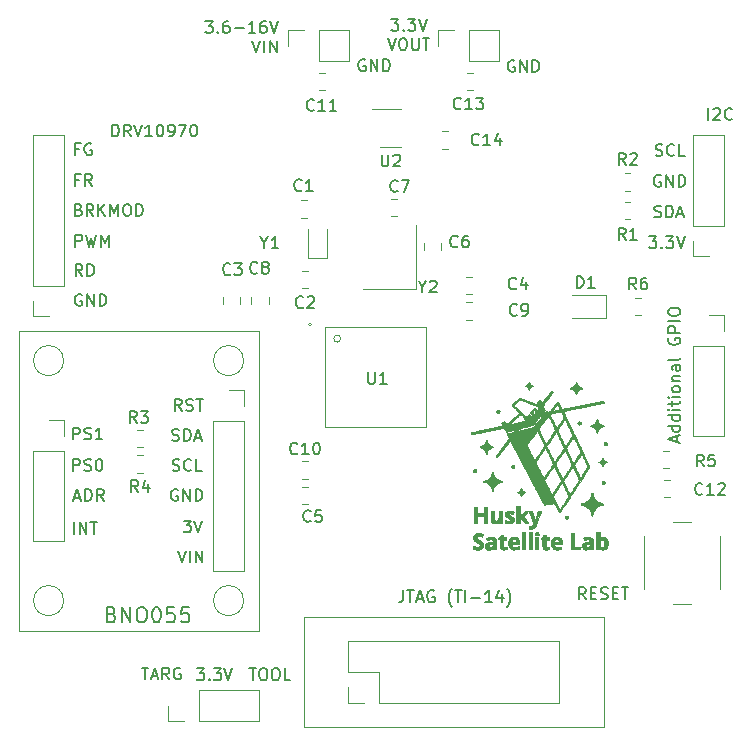
<source format=gto>
G04 #@! TF.GenerationSoftware,KiCad,Pcbnew,(5.1.8)-1*
G04 #@! TF.CreationDate,2021-07-24T22:41:55-07:00*
G04 #@! TF.ProjectId,MSP430 Breakout,4d535034-3330-4204-9272-65616b6f7574,rev?*
G04 #@! TF.SameCoordinates,Original*
G04 #@! TF.FileFunction,Legend,Top*
G04 #@! TF.FilePolarity,Positive*
%FSLAX46Y46*%
G04 Gerber Fmt 4.6, Leading zero omitted, Abs format (unit mm)*
G04 Created by KiCad (PCBNEW (5.1.8)-1) date 2021-07-24 22:41:55*
%MOMM*%
%LPD*%
G01*
G04 APERTURE LIST*
%ADD10C,0.120000*%
%ADD11C,0.150000*%
%ADD12C,0.177800*%
%ADD13C,0.010000*%
%ADD14O,0.299999X1.450000*%
%ADD15O,1.450000X0.299999*%
%ADD16O,1.700000X1.700000*%
%ADD17R,1.700000X1.700000*%
%ADD18C,2.000000*%
%ADD19R,1.060000X0.650000*%
%ADD20R,1.800000X2.100000*%
%ADD21C,0.800000*%
%ADD22C,5.000000*%
%ADD23R,1.100000X0.600000*%
G04 APERTURE END LIST*
D10*
X143637000Y-117094000D02*
X143637000Y-107823000D01*
X169037000Y-117094000D02*
X143637000Y-117094000D01*
X169037000Y-107823000D02*
X169037000Y-117094000D01*
X143637000Y-107823000D02*
X169037000Y-107823000D01*
X123317000Y-86106000D02*
G75*
G03*
X123317000Y-86106000I-1270000J0D01*
G01*
X138557000Y-86106000D02*
G75*
G03*
X138557000Y-86106000I-1270000J0D01*
G01*
X138557000Y-106426000D02*
G75*
G03*
X138557000Y-106426000I-1270000J0D01*
G01*
X123317000Y-106426000D02*
G75*
G03*
X123317000Y-106426000I-1270000J0D01*
G01*
D11*
X167521119Y-106306880D02*
X167187785Y-105830690D01*
X166949690Y-106306880D02*
X166949690Y-105306880D01*
X167330642Y-105306880D01*
X167425880Y-105354500D01*
X167473500Y-105402119D01*
X167521119Y-105497357D01*
X167521119Y-105640214D01*
X167473500Y-105735452D01*
X167425880Y-105783071D01*
X167330642Y-105830690D01*
X166949690Y-105830690D01*
X167949690Y-105783071D02*
X168283023Y-105783071D01*
X168425880Y-106306880D02*
X167949690Y-106306880D01*
X167949690Y-105306880D01*
X168425880Y-105306880D01*
X168806833Y-106259261D02*
X168949690Y-106306880D01*
X169187785Y-106306880D01*
X169283023Y-106259261D01*
X169330642Y-106211642D01*
X169378261Y-106116404D01*
X169378261Y-106021166D01*
X169330642Y-105925928D01*
X169283023Y-105878309D01*
X169187785Y-105830690D01*
X168997309Y-105783071D01*
X168902071Y-105735452D01*
X168854452Y-105687833D01*
X168806833Y-105592595D01*
X168806833Y-105497357D01*
X168854452Y-105402119D01*
X168902071Y-105354500D01*
X168997309Y-105306880D01*
X169235404Y-105306880D01*
X169378261Y-105354500D01*
X169806833Y-105783071D02*
X170140166Y-105783071D01*
X170283023Y-106306880D02*
X169806833Y-106306880D01*
X169806833Y-105306880D01*
X170283023Y-105306880D01*
X170568738Y-105306880D02*
X171140166Y-105306880D01*
X170854452Y-106306880D02*
X170854452Y-105306880D01*
X152059238Y-105560880D02*
X152059238Y-106275166D01*
X152011619Y-106418023D01*
X151916380Y-106513261D01*
X151773523Y-106560880D01*
X151678285Y-106560880D01*
X152392571Y-105560880D02*
X152964000Y-105560880D01*
X152678285Y-106560880D02*
X152678285Y-105560880D01*
X153249714Y-106275166D02*
X153725904Y-106275166D01*
X153154476Y-106560880D02*
X153487809Y-105560880D01*
X153821142Y-106560880D01*
X154678285Y-105608500D02*
X154583047Y-105560880D01*
X154440190Y-105560880D01*
X154297333Y-105608500D01*
X154202095Y-105703738D01*
X154154476Y-105798976D01*
X154106857Y-105989452D01*
X154106857Y-106132309D01*
X154154476Y-106322785D01*
X154202095Y-106418023D01*
X154297333Y-106513261D01*
X154440190Y-106560880D01*
X154535428Y-106560880D01*
X154678285Y-106513261D01*
X154725904Y-106465642D01*
X154725904Y-106132309D01*
X154535428Y-106132309D01*
X156202095Y-106941833D02*
X156154476Y-106894214D01*
X156059238Y-106751357D01*
X156011619Y-106656119D01*
X155964000Y-106513261D01*
X155916380Y-106275166D01*
X155916380Y-106084690D01*
X155964000Y-105846595D01*
X156011619Y-105703738D01*
X156059238Y-105608500D01*
X156154476Y-105465642D01*
X156202095Y-105418023D01*
X156440190Y-105560880D02*
X157011619Y-105560880D01*
X156725904Y-106560880D02*
X156725904Y-105560880D01*
X157344952Y-106560880D02*
X157344952Y-105560880D01*
X157821142Y-106179928D02*
X158583047Y-106179928D01*
X159583047Y-106560880D02*
X159011619Y-106560880D01*
X159297333Y-106560880D02*
X159297333Y-105560880D01*
X159202095Y-105703738D01*
X159106857Y-105798976D01*
X159011619Y-105846595D01*
X160440190Y-105894214D02*
X160440190Y-106560880D01*
X160202095Y-105513261D02*
X159964000Y-106227547D01*
X160583047Y-106227547D01*
X160868761Y-106941833D02*
X160916380Y-106894214D01*
X161011619Y-106751357D01*
X161059238Y-106656119D01*
X161106857Y-106513261D01*
X161154476Y-106275166D01*
X161154476Y-106084690D01*
X161106857Y-105846595D01*
X161059238Y-105703738D01*
X161011619Y-105608500D01*
X160916380Y-105465642D01*
X160868761Y-105418023D01*
X134604309Y-112164880D02*
X135223357Y-112164880D01*
X134890023Y-112545833D01*
X135032880Y-112545833D01*
X135128119Y-112593452D01*
X135175738Y-112641071D01*
X135223357Y-112736309D01*
X135223357Y-112974404D01*
X135175738Y-113069642D01*
X135128119Y-113117261D01*
X135032880Y-113164880D01*
X134747166Y-113164880D01*
X134651928Y-113117261D01*
X134604309Y-113069642D01*
X135651928Y-113069642D02*
X135699547Y-113117261D01*
X135651928Y-113164880D01*
X135604309Y-113117261D01*
X135651928Y-113069642D01*
X135651928Y-113164880D01*
X136032880Y-112164880D02*
X136651928Y-112164880D01*
X136318595Y-112545833D01*
X136461452Y-112545833D01*
X136556690Y-112593452D01*
X136604309Y-112641071D01*
X136651928Y-112736309D01*
X136651928Y-112974404D01*
X136604309Y-113069642D01*
X136556690Y-113117261D01*
X136461452Y-113164880D01*
X136175738Y-113164880D01*
X136080500Y-113117261D01*
X136032880Y-113069642D01*
X136937642Y-112164880D02*
X137270976Y-113164880D01*
X137604309Y-112164880D01*
X129921214Y-112101380D02*
X130492642Y-112101380D01*
X130206928Y-113101380D02*
X130206928Y-112101380D01*
X130778357Y-112815666D02*
X131254547Y-112815666D01*
X130683119Y-113101380D02*
X131016452Y-112101380D01*
X131349785Y-113101380D01*
X132254547Y-113101380D02*
X131921214Y-112625190D01*
X131683119Y-113101380D02*
X131683119Y-112101380D01*
X132064071Y-112101380D01*
X132159309Y-112149000D01*
X132206928Y-112196619D01*
X132254547Y-112291857D01*
X132254547Y-112434714D01*
X132206928Y-112529952D01*
X132159309Y-112577571D01*
X132064071Y-112625190D01*
X131683119Y-112625190D01*
X133206928Y-112149000D02*
X133111690Y-112101380D01*
X132968833Y-112101380D01*
X132825976Y-112149000D01*
X132730738Y-112244238D01*
X132683119Y-112339476D01*
X132635500Y-112529952D01*
X132635500Y-112672809D01*
X132683119Y-112863285D01*
X132730738Y-112958523D01*
X132825976Y-113053761D01*
X132968833Y-113101380D01*
X133064071Y-113101380D01*
X133206928Y-113053761D01*
X133254547Y-113006142D01*
X133254547Y-112672809D01*
X133064071Y-112672809D01*
X139041404Y-112164880D02*
X139612833Y-112164880D01*
X139327119Y-113164880D02*
X139327119Y-112164880D01*
X140136642Y-112164880D02*
X140327119Y-112164880D01*
X140422357Y-112212500D01*
X140517595Y-112307738D01*
X140565214Y-112498214D01*
X140565214Y-112831547D01*
X140517595Y-113022023D01*
X140422357Y-113117261D01*
X140327119Y-113164880D01*
X140136642Y-113164880D01*
X140041404Y-113117261D01*
X139946166Y-113022023D01*
X139898547Y-112831547D01*
X139898547Y-112498214D01*
X139946166Y-112307738D01*
X140041404Y-112212500D01*
X140136642Y-112164880D01*
X141184261Y-112164880D02*
X141374738Y-112164880D01*
X141469976Y-112212500D01*
X141565214Y-112307738D01*
X141612833Y-112498214D01*
X141612833Y-112831547D01*
X141565214Y-113022023D01*
X141469976Y-113117261D01*
X141374738Y-113164880D01*
X141184261Y-113164880D01*
X141089023Y-113117261D01*
X140993785Y-113022023D01*
X140946166Y-112831547D01*
X140946166Y-112498214D01*
X140993785Y-112307738D01*
X141089023Y-112212500D01*
X141184261Y-112164880D01*
X142517595Y-113164880D02*
X142041404Y-113164880D01*
X142041404Y-112164880D01*
X161480595Y-60714000D02*
X161385357Y-60666380D01*
X161242500Y-60666380D01*
X161099642Y-60714000D01*
X161004404Y-60809238D01*
X160956785Y-60904476D01*
X160909166Y-61094952D01*
X160909166Y-61237809D01*
X160956785Y-61428285D01*
X161004404Y-61523523D01*
X161099642Y-61618761D01*
X161242500Y-61666380D01*
X161337738Y-61666380D01*
X161480595Y-61618761D01*
X161528214Y-61571142D01*
X161528214Y-61237809D01*
X161337738Y-61237809D01*
X161956785Y-61666380D02*
X161956785Y-60666380D01*
X162528214Y-61666380D01*
X162528214Y-60666380D01*
X163004404Y-61666380D02*
X163004404Y-60666380D01*
X163242500Y-60666380D01*
X163385357Y-60714000D01*
X163480595Y-60809238D01*
X163528214Y-60904476D01*
X163575833Y-61094952D01*
X163575833Y-61237809D01*
X163528214Y-61428285D01*
X163480595Y-61523523D01*
X163385357Y-61618761D01*
X163242500Y-61666380D01*
X163004404Y-61666380D01*
X151050809Y-57174380D02*
X151669857Y-57174380D01*
X151336523Y-57555333D01*
X151479380Y-57555333D01*
X151574619Y-57602952D01*
X151622238Y-57650571D01*
X151669857Y-57745809D01*
X151669857Y-57983904D01*
X151622238Y-58079142D01*
X151574619Y-58126761D01*
X151479380Y-58174380D01*
X151193666Y-58174380D01*
X151098428Y-58126761D01*
X151050809Y-58079142D01*
X152098428Y-58079142D02*
X152146047Y-58126761D01*
X152098428Y-58174380D01*
X152050809Y-58126761D01*
X152098428Y-58079142D01*
X152098428Y-58174380D01*
X152479380Y-57174380D02*
X153098428Y-57174380D01*
X152765095Y-57555333D01*
X152907952Y-57555333D01*
X153003190Y-57602952D01*
X153050809Y-57650571D01*
X153098428Y-57745809D01*
X153098428Y-57983904D01*
X153050809Y-58079142D01*
X153003190Y-58126761D01*
X152907952Y-58174380D01*
X152622238Y-58174380D01*
X152527000Y-58126761D01*
X152479380Y-58079142D01*
X153384142Y-57174380D02*
X153717476Y-58174380D01*
X154050809Y-57174380D01*
X150765095Y-58824380D02*
X151098428Y-59824380D01*
X151431761Y-58824380D01*
X151955571Y-58824380D02*
X152146047Y-58824380D01*
X152241285Y-58872000D01*
X152336523Y-58967238D01*
X152384142Y-59157714D01*
X152384142Y-59491047D01*
X152336523Y-59681523D01*
X152241285Y-59776761D01*
X152146047Y-59824380D01*
X151955571Y-59824380D01*
X151860333Y-59776761D01*
X151765095Y-59681523D01*
X151717476Y-59491047D01*
X151717476Y-59157714D01*
X151765095Y-58967238D01*
X151860333Y-58872000D01*
X151955571Y-58824380D01*
X152812714Y-58824380D02*
X152812714Y-59633904D01*
X152860333Y-59729142D01*
X152907952Y-59776761D01*
X153003190Y-59824380D01*
X153193666Y-59824380D01*
X153288904Y-59776761D01*
X153336523Y-59729142D01*
X153384142Y-59633904D01*
X153384142Y-58824380D01*
X153717476Y-58824380D02*
X154288904Y-58824380D01*
X154003190Y-59824380D02*
X154003190Y-58824380D01*
X148844095Y-60650500D02*
X148748857Y-60602880D01*
X148606000Y-60602880D01*
X148463142Y-60650500D01*
X148367904Y-60745738D01*
X148320285Y-60840976D01*
X148272666Y-61031452D01*
X148272666Y-61174309D01*
X148320285Y-61364785D01*
X148367904Y-61460023D01*
X148463142Y-61555261D01*
X148606000Y-61602880D01*
X148701238Y-61602880D01*
X148844095Y-61555261D01*
X148891714Y-61507642D01*
X148891714Y-61174309D01*
X148701238Y-61174309D01*
X149320285Y-61602880D02*
X149320285Y-60602880D01*
X149891714Y-61602880D01*
X149891714Y-60602880D01*
X150367904Y-61602880D02*
X150367904Y-60602880D01*
X150606000Y-60602880D01*
X150748857Y-60650500D01*
X150844095Y-60745738D01*
X150891714Y-60840976D01*
X150939333Y-61031452D01*
X150939333Y-61174309D01*
X150891714Y-61364785D01*
X150844095Y-61460023D01*
X150748857Y-61555261D01*
X150606000Y-61602880D01*
X150367904Y-61602880D01*
X139303261Y-59015380D02*
X139636595Y-60015380D01*
X139969928Y-59015380D01*
X140303261Y-60015380D02*
X140303261Y-59015380D01*
X140779452Y-60015380D02*
X140779452Y-59015380D01*
X141350880Y-60015380D01*
X141350880Y-59015380D01*
X135318880Y-57364380D02*
X135937928Y-57364380D01*
X135604595Y-57745333D01*
X135747452Y-57745333D01*
X135842690Y-57792952D01*
X135890309Y-57840571D01*
X135937928Y-57935809D01*
X135937928Y-58173904D01*
X135890309Y-58269142D01*
X135842690Y-58316761D01*
X135747452Y-58364380D01*
X135461738Y-58364380D01*
X135366500Y-58316761D01*
X135318880Y-58269142D01*
X136366500Y-58269142D02*
X136414119Y-58316761D01*
X136366500Y-58364380D01*
X136318880Y-58316761D01*
X136366500Y-58269142D01*
X136366500Y-58364380D01*
X137271261Y-57364380D02*
X137080785Y-57364380D01*
X136985547Y-57412000D01*
X136937928Y-57459619D01*
X136842690Y-57602476D01*
X136795071Y-57792952D01*
X136795071Y-58173904D01*
X136842690Y-58269142D01*
X136890309Y-58316761D01*
X136985547Y-58364380D01*
X137176023Y-58364380D01*
X137271261Y-58316761D01*
X137318880Y-58269142D01*
X137366500Y-58173904D01*
X137366500Y-57935809D01*
X137318880Y-57840571D01*
X137271261Y-57792952D01*
X137176023Y-57745333D01*
X136985547Y-57745333D01*
X136890309Y-57792952D01*
X136842690Y-57840571D01*
X136795071Y-57935809D01*
X137795071Y-57983428D02*
X138556976Y-57983428D01*
X139556976Y-58364380D02*
X138985547Y-58364380D01*
X139271261Y-58364380D02*
X139271261Y-57364380D01*
X139176023Y-57507238D01*
X139080785Y-57602476D01*
X138985547Y-57650095D01*
X140414119Y-57364380D02*
X140223642Y-57364380D01*
X140128404Y-57412000D01*
X140080785Y-57459619D01*
X139985547Y-57602476D01*
X139937928Y-57792952D01*
X139937928Y-58173904D01*
X139985547Y-58269142D01*
X140033166Y-58316761D01*
X140128404Y-58364380D01*
X140318880Y-58364380D01*
X140414119Y-58316761D01*
X140461738Y-58269142D01*
X140509357Y-58173904D01*
X140509357Y-57935809D01*
X140461738Y-57840571D01*
X140414119Y-57792952D01*
X140318880Y-57745333D01*
X140128404Y-57745333D01*
X140033166Y-57792952D01*
X139985547Y-57840571D01*
X139937928Y-57935809D01*
X140795071Y-57364380D02*
X141128404Y-58364380D01*
X141461738Y-57364380D01*
X124841095Y-80526000D02*
X124745857Y-80478380D01*
X124603000Y-80478380D01*
X124460142Y-80526000D01*
X124364904Y-80621238D01*
X124317285Y-80716476D01*
X124269666Y-80906952D01*
X124269666Y-81049809D01*
X124317285Y-81240285D01*
X124364904Y-81335523D01*
X124460142Y-81430761D01*
X124603000Y-81478380D01*
X124698238Y-81478380D01*
X124841095Y-81430761D01*
X124888714Y-81383142D01*
X124888714Y-81049809D01*
X124698238Y-81049809D01*
X125317285Y-81478380D02*
X125317285Y-80478380D01*
X125888714Y-81478380D01*
X125888714Y-80478380D01*
X126364904Y-81478380D02*
X126364904Y-80478380D01*
X126603000Y-80478380D01*
X126745857Y-80526000D01*
X126841095Y-80621238D01*
X126888714Y-80716476D01*
X126936333Y-80906952D01*
X126936333Y-81049809D01*
X126888714Y-81240285D01*
X126841095Y-81335523D01*
X126745857Y-81430761D01*
X126603000Y-81478380D01*
X126364904Y-81478380D01*
X124904523Y-78938380D02*
X124571190Y-78462190D01*
X124333095Y-78938380D02*
X124333095Y-77938380D01*
X124714047Y-77938380D01*
X124809285Y-77986000D01*
X124856904Y-78033619D01*
X124904523Y-78128857D01*
X124904523Y-78271714D01*
X124856904Y-78366952D01*
X124809285Y-78414571D01*
X124714047Y-78462190D01*
X124333095Y-78462190D01*
X125333095Y-78938380D02*
X125333095Y-77938380D01*
X125571190Y-77938380D01*
X125714047Y-77986000D01*
X125809285Y-78081238D01*
X125856904Y-78176476D01*
X125904523Y-78366952D01*
X125904523Y-78509809D01*
X125856904Y-78700285D01*
X125809285Y-78795523D01*
X125714047Y-78890761D01*
X125571190Y-78938380D01*
X125333095Y-78938380D01*
X124325238Y-76461880D02*
X124325238Y-75461880D01*
X124706190Y-75461880D01*
X124801428Y-75509500D01*
X124849047Y-75557119D01*
X124896666Y-75652357D01*
X124896666Y-75795214D01*
X124849047Y-75890452D01*
X124801428Y-75938071D01*
X124706190Y-75985690D01*
X124325238Y-75985690D01*
X125230000Y-75461880D02*
X125468095Y-76461880D01*
X125658571Y-75747595D01*
X125849047Y-76461880D01*
X126087142Y-75461880D01*
X126468095Y-76461880D02*
X126468095Y-75461880D01*
X126801428Y-76176166D01*
X127134761Y-75461880D01*
X127134761Y-76461880D01*
X124603190Y-73334571D02*
X124746047Y-73382190D01*
X124793666Y-73429809D01*
X124841285Y-73525047D01*
X124841285Y-73667904D01*
X124793666Y-73763142D01*
X124746047Y-73810761D01*
X124650809Y-73858380D01*
X124269857Y-73858380D01*
X124269857Y-72858380D01*
X124603190Y-72858380D01*
X124698428Y-72906000D01*
X124746047Y-72953619D01*
X124793666Y-73048857D01*
X124793666Y-73144095D01*
X124746047Y-73239333D01*
X124698428Y-73286952D01*
X124603190Y-73334571D01*
X124269857Y-73334571D01*
X125841285Y-73858380D02*
X125507952Y-73382190D01*
X125269857Y-73858380D02*
X125269857Y-72858380D01*
X125650809Y-72858380D01*
X125746047Y-72906000D01*
X125793666Y-72953619D01*
X125841285Y-73048857D01*
X125841285Y-73191714D01*
X125793666Y-73286952D01*
X125746047Y-73334571D01*
X125650809Y-73382190D01*
X125269857Y-73382190D01*
X126269857Y-73858380D02*
X126269857Y-72858380D01*
X126841285Y-73858380D02*
X126412714Y-73286952D01*
X126841285Y-72858380D02*
X126269857Y-73429809D01*
X127269857Y-73858380D02*
X127269857Y-72858380D01*
X127603190Y-73572666D01*
X127936523Y-72858380D01*
X127936523Y-73858380D01*
X128603190Y-72858380D02*
X128793666Y-72858380D01*
X128888904Y-72906000D01*
X128984142Y-73001238D01*
X129031761Y-73191714D01*
X129031761Y-73525047D01*
X128984142Y-73715523D01*
X128888904Y-73810761D01*
X128793666Y-73858380D01*
X128603190Y-73858380D01*
X128507952Y-73810761D01*
X128412714Y-73715523D01*
X128365095Y-73525047D01*
X128365095Y-73191714D01*
X128412714Y-73001238D01*
X128507952Y-72906000D01*
X128603190Y-72858380D01*
X129460333Y-73858380D02*
X129460333Y-72858380D01*
X129698428Y-72858380D01*
X129841285Y-72906000D01*
X129936523Y-73001238D01*
X129984142Y-73096476D01*
X130031761Y-73286952D01*
X130031761Y-73429809D01*
X129984142Y-73620285D01*
X129936523Y-73715523D01*
X129841285Y-73810761D01*
X129698428Y-73858380D01*
X129460333Y-73858380D01*
X124610857Y-70794571D02*
X124277523Y-70794571D01*
X124277523Y-71318380D02*
X124277523Y-70318380D01*
X124753714Y-70318380D01*
X125706095Y-71318380D02*
X125372761Y-70842190D01*
X125134666Y-71318380D02*
X125134666Y-70318380D01*
X125515619Y-70318380D01*
X125610857Y-70366000D01*
X125658476Y-70413619D01*
X125706095Y-70508857D01*
X125706095Y-70651714D01*
X125658476Y-70746952D01*
X125610857Y-70794571D01*
X125515619Y-70842190D01*
X125134666Y-70842190D01*
X124610857Y-68191071D02*
X124277523Y-68191071D01*
X124277523Y-68714880D02*
X124277523Y-67714880D01*
X124753714Y-67714880D01*
X125658476Y-67762500D02*
X125563238Y-67714880D01*
X125420380Y-67714880D01*
X125277523Y-67762500D01*
X125182285Y-67857738D01*
X125134666Y-67952976D01*
X125087047Y-68143452D01*
X125087047Y-68286309D01*
X125134666Y-68476785D01*
X125182285Y-68572023D01*
X125277523Y-68667261D01*
X125420380Y-68714880D01*
X125515619Y-68714880D01*
X125658476Y-68667261D01*
X125706095Y-68619642D01*
X125706095Y-68286309D01*
X125515619Y-68286309D01*
X127429071Y-67127380D02*
X127429071Y-66127380D01*
X127667166Y-66127380D01*
X127810023Y-66175000D01*
X127905261Y-66270238D01*
X127952880Y-66365476D01*
X128000500Y-66555952D01*
X128000500Y-66698809D01*
X127952880Y-66889285D01*
X127905261Y-66984523D01*
X127810023Y-67079761D01*
X127667166Y-67127380D01*
X127429071Y-67127380D01*
X129000500Y-67127380D02*
X128667166Y-66651190D01*
X128429071Y-67127380D02*
X128429071Y-66127380D01*
X128810023Y-66127380D01*
X128905261Y-66175000D01*
X128952880Y-66222619D01*
X129000500Y-66317857D01*
X129000500Y-66460714D01*
X128952880Y-66555952D01*
X128905261Y-66603571D01*
X128810023Y-66651190D01*
X128429071Y-66651190D01*
X129286214Y-66127380D02*
X129619547Y-67127380D01*
X129952880Y-66127380D01*
X130810023Y-67127380D02*
X130238595Y-67127380D01*
X130524309Y-67127380D02*
X130524309Y-66127380D01*
X130429071Y-66270238D01*
X130333833Y-66365476D01*
X130238595Y-66413095D01*
X131429071Y-66127380D02*
X131524309Y-66127380D01*
X131619547Y-66175000D01*
X131667166Y-66222619D01*
X131714785Y-66317857D01*
X131762404Y-66508333D01*
X131762404Y-66746428D01*
X131714785Y-66936904D01*
X131667166Y-67032142D01*
X131619547Y-67079761D01*
X131524309Y-67127380D01*
X131429071Y-67127380D01*
X131333833Y-67079761D01*
X131286214Y-67032142D01*
X131238595Y-66936904D01*
X131190976Y-66746428D01*
X131190976Y-66508333D01*
X131238595Y-66317857D01*
X131286214Y-66222619D01*
X131333833Y-66175000D01*
X131429071Y-66127380D01*
X132238595Y-67127380D02*
X132429071Y-67127380D01*
X132524309Y-67079761D01*
X132571928Y-67032142D01*
X132667166Y-66889285D01*
X132714785Y-66698809D01*
X132714785Y-66317857D01*
X132667166Y-66222619D01*
X132619547Y-66175000D01*
X132524309Y-66127380D01*
X132333833Y-66127380D01*
X132238595Y-66175000D01*
X132190976Y-66222619D01*
X132143357Y-66317857D01*
X132143357Y-66555952D01*
X132190976Y-66651190D01*
X132238595Y-66698809D01*
X132333833Y-66746428D01*
X132524309Y-66746428D01*
X132619547Y-66698809D01*
X132667166Y-66651190D01*
X132714785Y-66555952D01*
X133048119Y-66127380D02*
X133714785Y-66127380D01*
X133286214Y-67127380D01*
X134286214Y-66127380D02*
X134381452Y-66127380D01*
X134476690Y-66175000D01*
X134524309Y-66222619D01*
X134571928Y-66317857D01*
X134619547Y-66508333D01*
X134619547Y-66746428D01*
X134571928Y-66936904D01*
X134524309Y-67032142D01*
X134476690Y-67079761D01*
X134381452Y-67127380D01*
X134286214Y-67127380D01*
X134190976Y-67079761D01*
X134143357Y-67032142D01*
X134095738Y-66936904D01*
X134048119Y-66746428D01*
X134048119Y-66508333D01*
X134095738Y-66317857D01*
X134143357Y-66222619D01*
X134190976Y-66175000D01*
X134286214Y-66127380D01*
X173434523Y-68730761D02*
X173577380Y-68778380D01*
X173815476Y-68778380D01*
X173910714Y-68730761D01*
X173958333Y-68683142D01*
X174005952Y-68587904D01*
X174005952Y-68492666D01*
X173958333Y-68397428D01*
X173910714Y-68349809D01*
X173815476Y-68302190D01*
X173625000Y-68254571D01*
X173529761Y-68206952D01*
X173482142Y-68159333D01*
X173434523Y-68064095D01*
X173434523Y-67968857D01*
X173482142Y-67873619D01*
X173529761Y-67826000D01*
X173625000Y-67778380D01*
X173863095Y-67778380D01*
X174005952Y-67826000D01*
X175005952Y-68683142D02*
X174958333Y-68730761D01*
X174815476Y-68778380D01*
X174720238Y-68778380D01*
X174577380Y-68730761D01*
X174482142Y-68635523D01*
X174434523Y-68540285D01*
X174386904Y-68349809D01*
X174386904Y-68206952D01*
X174434523Y-68016476D01*
X174482142Y-67921238D01*
X174577380Y-67826000D01*
X174720238Y-67778380D01*
X174815476Y-67778380D01*
X174958333Y-67826000D01*
X175005952Y-67873619D01*
X175910714Y-68778380D02*
X175434523Y-68778380D01*
X175434523Y-67778380D01*
X173863095Y-70429500D02*
X173767857Y-70381880D01*
X173625000Y-70381880D01*
X173482142Y-70429500D01*
X173386904Y-70524738D01*
X173339285Y-70619976D01*
X173291666Y-70810452D01*
X173291666Y-70953309D01*
X173339285Y-71143785D01*
X173386904Y-71239023D01*
X173482142Y-71334261D01*
X173625000Y-71381880D01*
X173720238Y-71381880D01*
X173863095Y-71334261D01*
X173910714Y-71286642D01*
X173910714Y-70953309D01*
X173720238Y-70953309D01*
X174339285Y-71381880D02*
X174339285Y-70381880D01*
X174910714Y-71381880D01*
X174910714Y-70381880D01*
X175386904Y-71381880D02*
X175386904Y-70381880D01*
X175625000Y-70381880D01*
X175767857Y-70429500D01*
X175863095Y-70524738D01*
X175910714Y-70619976D01*
X175958333Y-70810452D01*
X175958333Y-70953309D01*
X175910714Y-71143785D01*
X175863095Y-71239023D01*
X175767857Y-71334261D01*
X175625000Y-71381880D01*
X175386904Y-71381880D01*
X173347214Y-73937761D02*
X173490071Y-73985380D01*
X173728166Y-73985380D01*
X173823404Y-73937761D01*
X173871023Y-73890142D01*
X173918642Y-73794904D01*
X173918642Y-73699666D01*
X173871023Y-73604428D01*
X173823404Y-73556809D01*
X173728166Y-73509190D01*
X173537690Y-73461571D01*
X173442452Y-73413952D01*
X173394833Y-73366333D01*
X173347214Y-73271095D01*
X173347214Y-73175857D01*
X173394833Y-73080619D01*
X173442452Y-73033000D01*
X173537690Y-72985380D01*
X173775785Y-72985380D01*
X173918642Y-73033000D01*
X174347214Y-73985380D02*
X174347214Y-72985380D01*
X174585309Y-72985380D01*
X174728166Y-73033000D01*
X174823404Y-73128238D01*
X174871023Y-73223476D01*
X174918642Y-73413952D01*
X174918642Y-73556809D01*
X174871023Y-73747285D01*
X174823404Y-73842523D01*
X174728166Y-73937761D01*
X174585309Y-73985380D01*
X174347214Y-73985380D01*
X175299595Y-73699666D02*
X175775785Y-73699666D01*
X175204357Y-73985380D02*
X175537690Y-72985380D01*
X175871023Y-73985380D01*
X172894809Y-75588880D02*
X173513857Y-75588880D01*
X173180523Y-75969833D01*
X173323380Y-75969833D01*
X173418619Y-76017452D01*
X173466238Y-76065071D01*
X173513857Y-76160309D01*
X173513857Y-76398404D01*
X173466238Y-76493642D01*
X173418619Y-76541261D01*
X173323380Y-76588880D01*
X173037666Y-76588880D01*
X172942428Y-76541261D01*
X172894809Y-76493642D01*
X173942428Y-76493642D02*
X173990047Y-76541261D01*
X173942428Y-76588880D01*
X173894809Y-76541261D01*
X173942428Y-76493642D01*
X173942428Y-76588880D01*
X174323380Y-75588880D02*
X174942428Y-75588880D01*
X174609095Y-75969833D01*
X174751952Y-75969833D01*
X174847190Y-76017452D01*
X174894809Y-76065071D01*
X174942428Y-76160309D01*
X174942428Y-76398404D01*
X174894809Y-76493642D01*
X174847190Y-76541261D01*
X174751952Y-76588880D01*
X174466238Y-76588880D01*
X174371000Y-76541261D01*
X174323380Y-76493642D01*
X175228142Y-75588880D02*
X175561476Y-76588880D01*
X175894809Y-75588880D01*
X177903309Y-65730380D02*
X177903309Y-64730380D01*
X178331880Y-64825619D02*
X178379500Y-64778000D01*
X178474738Y-64730380D01*
X178712833Y-64730380D01*
X178808071Y-64778000D01*
X178855690Y-64825619D01*
X178903309Y-64920857D01*
X178903309Y-65016095D01*
X178855690Y-65158952D01*
X178284261Y-65730380D01*
X178903309Y-65730380D01*
X179903309Y-65635142D02*
X179855690Y-65682761D01*
X179712833Y-65730380D01*
X179617595Y-65730380D01*
X179474738Y-65682761D01*
X179379500Y-65587523D01*
X179331880Y-65492285D01*
X179284261Y-65301809D01*
X179284261Y-65158952D01*
X179331880Y-64968476D01*
X179379500Y-64873238D01*
X179474738Y-64778000D01*
X179617595Y-64730380D01*
X179712833Y-64730380D01*
X179855690Y-64778000D01*
X179903309Y-64825619D01*
X175236166Y-92979166D02*
X175236166Y-92502976D01*
X175521880Y-93074404D02*
X174521880Y-92741071D01*
X175521880Y-92407738D01*
X175521880Y-91645833D02*
X174521880Y-91645833D01*
X175474261Y-91645833D02*
X175521880Y-91741071D01*
X175521880Y-91931547D01*
X175474261Y-92026785D01*
X175426642Y-92074404D01*
X175331404Y-92122023D01*
X175045690Y-92122023D01*
X174950452Y-92074404D01*
X174902833Y-92026785D01*
X174855214Y-91931547D01*
X174855214Y-91741071D01*
X174902833Y-91645833D01*
X175521880Y-90741071D02*
X174521880Y-90741071D01*
X175474261Y-90741071D02*
X175521880Y-90836309D01*
X175521880Y-91026785D01*
X175474261Y-91122023D01*
X175426642Y-91169642D01*
X175331404Y-91217261D01*
X175045690Y-91217261D01*
X174950452Y-91169642D01*
X174902833Y-91122023D01*
X174855214Y-91026785D01*
X174855214Y-90836309D01*
X174902833Y-90741071D01*
X175521880Y-90264880D02*
X174855214Y-90264880D01*
X174521880Y-90264880D02*
X174569500Y-90312500D01*
X174617119Y-90264880D01*
X174569500Y-90217261D01*
X174521880Y-90264880D01*
X174617119Y-90264880D01*
X174855214Y-89931547D02*
X174855214Y-89550595D01*
X174521880Y-89788690D02*
X175379023Y-89788690D01*
X175474261Y-89741071D01*
X175521880Y-89645833D01*
X175521880Y-89550595D01*
X175521880Y-89217261D02*
X174855214Y-89217261D01*
X174521880Y-89217261D02*
X174569500Y-89264880D01*
X174617119Y-89217261D01*
X174569500Y-89169642D01*
X174521880Y-89217261D01*
X174617119Y-89217261D01*
X175521880Y-88598214D02*
X175474261Y-88693452D01*
X175426642Y-88741071D01*
X175331404Y-88788690D01*
X175045690Y-88788690D01*
X174950452Y-88741071D01*
X174902833Y-88693452D01*
X174855214Y-88598214D01*
X174855214Y-88455357D01*
X174902833Y-88360119D01*
X174950452Y-88312500D01*
X175045690Y-88264880D01*
X175331404Y-88264880D01*
X175426642Y-88312500D01*
X175474261Y-88360119D01*
X175521880Y-88455357D01*
X175521880Y-88598214D01*
X174855214Y-87836309D02*
X175521880Y-87836309D01*
X174950452Y-87836309D02*
X174902833Y-87788690D01*
X174855214Y-87693452D01*
X174855214Y-87550595D01*
X174902833Y-87455357D01*
X174998071Y-87407738D01*
X175521880Y-87407738D01*
X175521880Y-86502976D02*
X174998071Y-86502976D01*
X174902833Y-86550595D01*
X174855214Y-86645833D01*
X174855214Y-86836309D01*
X174902833Y-86931547D01*
X175474261Y-86502976D02*
X175521880Y-86598214D01*
X175521880Y-86836309D01*
X175474261Y-86931547D01*
X175379023Y-86979166D01*
X175283785Y-86979166D01*
X175188547Y-86931547D01*
X175140928Y-86836309D01*
X175140928Y-86598214D01*
X175093309Y-86502976D01*
X175521880Y-85883928D02*
X175474261Y-85979166D01*
X175379023Y-86026785D01*
X174521880Y-86026785D01*
X174569500Y-84217261D02*
X174521880Y-84312500D01*
X174521880Y-84455357D01*
X174569500Y-84598214D01*
X174664738Y-84693452D01*
X174759976Y-84741071D01*
X174950452Y-84788690D01*
X175093309Y-84788690D01*
X175283785Y-84741071D01*
X175379023Y-84693452D01*
X175474261Y-84598214D01*
X175521880Y-84455357D01*
X175521880Y-84360119D01*
X175474261Y-84217261D01*
X175426642Y-84169642D01*
X175093309Y-84169642D01*
X175093309Y-84360119D01*
X175521880Y-83741071D02*
X174521880Y-83741071D01*
X174521880Y-83360119D01*
X174569500Y-83264880D01*
X174617119Y-83217261D01*
X174712357Y-83169642D01*
X174855214Y-83169642D01*
X174950452Y-83217261D01*
X174998071Y-83264880D01*
X175045690Y-83360119D01*
X175045690Y-83741071D01*
X175521880Y-82741071D02*
X174521880Y-82741071D01*
X174521880Y-82074404D02*
X174521880Y-81883928D01*
X174569500Y-81788690D01*
X174664738Y-81693452D01*
X174855214Y-81645833D01*
X175188547Y-81645833D01*
X175379023Y-81693452D01*
X175474261Y-81788690D01*
X175521880Y-81883928D01*
X175521880Y-82074404D01*
X175474261Y-82169642D01*
X175379023Y-82264880D01*
X175188547Y-82312500D01*
X174855214Y-82312500D01*
X174664738Y-82264880D01*
X174569500Y-82169642D01*
X174521880Y-82074404D01*
D12*
X127374952Y-107605285D02*
X127556380Y-107665761D01*
X127616857Y-107726238D01*
X127677333Y-107847190D01*
X127677333Y-108028619D01*
X127616857Y-108149571D01*
X127556380Y-108210047D01*
X127435428Y-108270523D01*
X126951619Y-108270523D01*
X126951619Y-107000523D01*
X127374952Y-107000523D01*
X127495904Y-107061000D01*
X127556380Y-107121476D01*
X127616857Y-107242428D01*
X127616857Y-107363380D01*
X127556380Y-107484333D01*
X127495904Y-107544809D01*
X127374952Y-107605285D01*
X126951619Y-107605285D01*
X128221619Y-108270523D02*
X128221619Y-107000523D01*
X128947333Y-108270523D01*
X128947333Y-107000523D01*
X129794000Y-107000523D02*
X130035904Y-107000523D01*
X130156857Y-107061000D01*
X130277809Y-107181952D01*
X130338285Y-107423857D01*
X130338285Y-107847190D01*
X130277809Y-108089095D01*
X130156857Y-108210047D01*
X130035904Y-108270523D01*
X129794000Y-108270523D01*
X129673047Y-108210047D01*
X129552095Y-108089095D01*
X129491619Y-107847190D01*
X129491619Y-107423857D01*
X129552095Y-107181952D01*
X129673047Y-107061000D01*
X129794000Y-107000523D01*
X131124476Y-107000523D02*
X131245428Y-107000523D01*
X131366380Y-107061000D01*
X131426857Y-107121476D01*
X131487333Y-107242428D01*
X131547809Y-107484333D01*
X131547809Y-107786714D01*
X131487333Y-108028619D01*
X131426857Y-108149571D01*
X131366380Y-108210047D01*
X131245428Y-108270523D01*
X131124476Y-108270523D01*
X131003523Y-108210047D01*
X130943047Y-108149571D01*
X130882571Y-108028619D01*
X130822095Y-107786714D01*
X130822095Y-107484333D01*
X130882571Y-107242428D01*
X130943047Y-107121476D01*
X131003523Y-107061000D01*
X131124476Y-107000523D01*
X132696857Y-107000523D02*
X132092095Y-107000523D01*
X132031619Y-107605285D01*
X132092095Y-107544809D01*
X132213047Y-107484333D01*
X132515428Y-107484333D01*
X132636380Y-107544809D01*
X132696857Y-107605285D01*
X132757333Y-107726238D01*
X132757333Y-108028619D01*
X132696857Y-108149571D01*
X132636380Y-108210047D01*
X132515428Y-108270523D01*
X132213047Y-108270523D01*
X132092095Y-108210047D01*
X132031619Y-108149571D01*
X133906380Y-107000523D02*
X133301619Y-107000523D01*
X133241142Y-107605285D01*
X133301619Y-107544809D01*
X133422571Y-107484333D01*
X133724952Y-107484333D01*
X133845904Y-107544809D01*
X133906380Y-107605285D01*
X133966857Y-107726238D01*
X133966857Y-108028619D01*
X133906380Y-108149571D01*
X133845904Y-108210047D01*
X133724952Y-108270523D01*
X133422571Y-108270523D01*
X133301619Y-108210047D01*
X133241142Y-108149571D01*
D11*
X133016761Y-102195380D02*
X133350095Y-103195380D01*
X133683428Y-102195380D01*
X134016761Y-103195380D02*
X134016761Y-102195380D01*
X134492952Y-103195380D02*
X134492952Y-102195380D01*
X135064380Y-103195380D01*
X135064380Y-102195380D01*
X133477095Y-99655380D02*
X134096142Y-99655380D01*
X133762809Y-100036333D01*
X133905666Y-100036333D01*
X134000904Y-100083952D01*
X134048523Y-100131571D01*
X134096142Y-100226809D01*
X134096142Y-100464904D01*
X134048523Y-100560142D01*
X134000904Y-100607761D01*
X133905666Y-100655380D01*
X133619952Y-100655380D01*
X133524714Y-100607761D01*
X133477095Y-100560142D01*
X134381857Y-99655380D02*
X134715190Y-100655380D01*
X135048523Y-99655380D01*
X132969095Y-97036000D02*
X132873857Y-96988380D01*
X132731000Y-96988380D01*
X132588142Y-97036000D01*
X132492904Y-97131238D01*
X132445285Y-97226476D01*
X132397666Y-97416952D01*
X132397666Y-97559809D01*
X132445285Y-97750285D01*
X132492904Y-97845523D01*
X132588142Y-97940761D01*
X132731000Y-97988380D01*
X132826238Y-97988380D01*
X132969095Y-97940761D01*
X133016714Y-97893142D01*
X133016714Y-97559809D01*
X132826238Y-97559809D01*
X133445285Y-97988380D02*
X133445285Y-96988380D01*
X134016714Y-97988380D01*
X134016714Y-96988380D01*
X134492904Y-97988380D02*
X134492904Y-96988380D01*
X134731000Y-96988380D01*
X134873857Y-97036000D01*
X134969095Y-97131238D01*
X135016714Y-97226476D01*
X135064333Y-97416952D01*
X135064333Y-97559809D01*
X135016714Y-97750285D01*
X134969095Y-97845523D01*
X134873857Y-97940761D01*
X134731000Y-97988380D01*
X134492904Y-97988380D01*
X132540523Y-95400761D02*
X132683380Y-95448380D01*
X132921476Y-95448380D01*
X133016714Y-95400761D01*
X133064333Y-95353142D01*
X133111952Y-95257904D01*
X133111952Y-95162666D01*
X133064333Y-95067428D01*
X133016714Y-95019809D01*
X132921476Y-94972190D01*
X132731000Y-94924571D01*
X132635761Y-94876952D01*
X132588142Y-94829333D01*
X132540523Y-94734095D01*
X132540523Y-94638857D01*
X132588142Y-94543619D01*
X132635761Y-94496000D01*
X132731000Y-94448380D01*
X132969095Y-94448380D01*
X133111952Y-94496000D01*
X134111952Y-95353142D02*
X134064333Y-95400761D01*
X133921476Y-95448380D01*
X133826238Y-95448380D01*
X133683380Y-95400761D01*
X133588142Y-95305523D01*
X133540523Y-95210285D01*
X133492904Y-95019809D01*
X133492904Y-94876952D01*
X133540523Y-94686476D01*
X133588142Y-94591238D01*
X133683380Y-94496000D01*
X133826238Y-94448380D01*
X133921476Y-94448380D01*
X134064333Y-94496000D01*
X134111952Y-94543619D01*
X135016714Y-95448380D02*
X134540523Y-95448380D01*
X134540523Y-94448380D01*
X132516714Y-92860761D02*
X132659571Y-92908380D01*
X132897666Y-92908380D01*
X132992904Y-92860761D01*
X133040523Y-92813142D01*
X133088142Y-92717904D01*
X133088142Y-92622666D01*
X133040523Y-92527428D01*
X132992904Y-92479809D01*
X132897666Y-92432190D01*
X132707190Y-92384571D01*
X132611952Y-92336952D01*
X132564333Y-92289333D01*
X132516714Y-92194095D01*
X132516714Y-92098857D01*
X132564333Y-92003619D01*
X132611952Y-91956000D01*
X132707190Y-91908380D01*
X132945285Y-91908380D01*
X133088142Y-91956000D01*
X133516714Y-92908380D02*
X133516714Y-91908380D01*
X133754809Y-91908380D01*
X133897666Y-91956000D01*
X133992904Y-92051238D01*
X134040523Y-92146476D01*
X134088142Y-92336952D01*
X134088142Y-92479809D01*
X134040523Y-92670285D01*
X133992904Y-92765523D01*
X133897666Y-92860761D01*
X133754809Y-92908380D01*
X133516714Y-92908380D01*
X134469095Y-92622666D02*
X134945285Y-92622666D01*
X134373857Y-92908380D02*
X134707190Y-91908380D01*
X135040523Y-92908380D01*
X133310380Y-90368380D02*
X132977047Y-89892190D01*
X132738952Y-90368380D02*
X132738952Y-89368380D01*
X133119904Y-89368380D01*
X133215142Y-89416000D01*
X133262761Y-89463619D01*
X133310380Y-89558857D01*
X133310380Y-89701714D01*
X133262761Y-89796952D01*
X133215142Y-89844571D01*
X133119904Y-89892190D01*
X132738952Y-89892190D01*
X133691333Y-90320761D02*
X133834190Y-90368380D01*
X134072285Y-90368380D01*
X134167523Y-90320761D01*
X134215142Y-90273142D01*
X134262761Y-90177904D01*
X134262761Y-90082666D01*
X134215142Y-89987428D01*
X134167523Y-89939809D01*
X134072285Y-89892190D01*
X133881809Y-89844571D01*
X133786571Y-89796952D01*
X133738952Y-89749333D01*
X133691333Y-89654095D01*
X133691333Y-89558857D01*
X133738952Y-89463619D01*
X133786571Y-89416000D01*
X133881809Y-89368380D01*
X134119904Y-89368380D01*
X134262761Y-89416000D01*
X134548476Y-89368380D02*
X135119904Y-89368380D01*
X134834190Y-90368380D02*
X134834190Y-89368380D01*
X124134714Y-92781380D02*
X124134714Y-91781380D01*
X124515666Y-91781380D01*
X124610904Y-91829000D01*
X124658523Y-91876619D01*
X124706142Y-91971857D01*
X124706142Y-92114714D01*
X124658523Y-92209952D01*
X124610904Y-92257571D01*
X124515666Y-92305190D01*
X124134714Y-92305190D01*
X125087095Y-92733761D02*
X125229952Y-92781380D01*
X125468047Y-92781380D01*
X125563285Y-92733761D01*
X125610904Y-92686142D01*
X125658523Y-92590904D01*
X125658523Y-92495666D01*
X125610904Y-92400428D01*
X125563285Y-92352809D01*
X125468047Y-92305190D01*
X125277571Y-92257571D01*
X125182333Y-92209952D01*
X125134714Y-92162333D01*
X125087095Y-92067095D01*
X125087095Y-91971857D01*
X125134714Y-91876619D01*
X125182333Y-91829000D01*
X125277571Y-91781380D01*
X125515666Y-91781380D01*
X125658523Y-91829000D01*
X126610904Y-92781380D02*
X126039476Y-92781380D01*
X126325190Y-92781380D02*
X126325190Y-91781380D01*
X126229952Y-91924238D01*
X126134714Y-92019476D01*
X126039476Y-92067095D01*
X124134714Y-95448380D02*
X124134714Y-94448380D01*
X124515666Y-94448380D01*
X124610904Y-94496000D01*
X124658523Y-94543619D01*
X124706142Y-94638857D01*
X124706142Y-94781714D01*
X124658523Y-94876952D01*
X124610904Y-94924571D01*
X124515666Y-94972190D01*
X124134714Y-94972190D01*
X125087095Y-95400761D02*
X125229952Y-95448380D01*
X125468047Y-95448380D01*
X125563285Y-95400761D01*
X125610904Y-95353142D01*
X125658523Y-95257904D01*
X125658523Y-95162666D01*
X125610904Y-95067428D01*
X125563285Y-95019809D01*
X125468047Y-94972190D01*
X125277571Y-94924571D01*
X125182333Y-94876952D01*
X125134714Y-94829333D01*
X125087095Y-94734095D01*
X125087095Y-94638857D01*
X125134714Y-94543619D01*
X125182333Y-94496000D01*
X125277571Y-94448380D01*
X125515666Y-94448380D01*
X125658523Y-94496000D01*
X126277571Y-94448380D02*
X126372809Y-94448380D01*
X126468047Y-94496000D01*
X126515666Y-94543619D01*
X126563285Y-94638857D01*
X126610904Y-94829333D01*
X126610904Y-95067428D01*
X126563285Y-95257904D01*
X126515666Y-95353142D01*
X126468047Y-95400761D01*
X126372809Y-95448380D01*
X126277571Y-95448380D01*
X126182333Y-95400761D01*
X126134714Y-95353142D01*
X126087095Y-95257904D01*
X126039476Y-95067428D01*
X126039476Y-94829333D01*
X126087095Y-94638857D01*
X126134714Y-94543619D01*
X126182333Y-94496000D01*
X126277571Y-94448380D01*
X124237904Y-97702666D02*
X124714095Y-97702666D01*
X124142666Y-97988380D02*
X124476000Y-96988380D01*
X124809333Y-97988380D01*
X125142666Y-97988380D02*
X125142666Y-96988380D01*
X125380761Y-96988380D01*
X125523619Y-97036000D01*
X125618857Y-97131238D01*
X125666476Y-97226476D01*
X125714095Y-97416952D01*
X125714095Y-97559809D01*
X125666476Y-97750285D01*
X125618857Y-97845523D01*
X125523619Y-97940761D01*
X125380761Y-97988380D01*
X125142666Y-97988380D01*
X126714095Y-97988380D02*
X126380761Y-97512190D01*
X126142666Y-97988380D02*
X126142666Y-96988380D01*
X126523619Y-96988380D01*
X126618857Y-97036000D01*
X126666476Y-97083619D01*
X126714095Y-97178857D01*
X126714095Y-97321714D01*
X126666476Y-97416952D01*
X126618857Y-97464571D01*
X126523619Y-97512190D01*
X126142666Y-97512190D01*
X124190238Y-100782380D02*
X124190238Y-99782380D01*
X124666428Y-100782380D02*
X124666428Y-99782380D01*
X125237857Y-100782380D01*
X125237857Y-99782380D01*
X125571190Y-99782380D02*
X126142619Y-99782380D01*
X125856904Y-100782380D02*
X125856904Y-99782380D01*
D10*
X139827000Y-108966000D02*
X139827000Y-83566000D01*
X119507000Y-108966000D02*
X139827000Y-108966000D01*
X119507000Y-83566000D02*
X119507000Y-108966000D01*
X139827000Y-83566000D02*
X119507000Y-83566000D01*
D13*
G36*
X158506318Y-100716888D02*
G01*
X158629350Y-100735858D01*
X158710706Y-100752199D01*
X158769594Y-100766333D01*
X158808530Y-100780621D01*
X158830032Y-100797427D01*
X158836617Y-100819111D01*
X158830801Y-100848035D01*
X158815102Y-100886561D01*
X158807580Y-100903094D01*
X158783054Y-100955458D01*
X158763570Y-100987865D01*
X158743119Y-101003229D01*
X158715692Y-101004462D01*
X158675278Y-100994479D01*
X158640909Y-100983885D01*
X158546894Y-100960938D01*
X158462627Y-100952632D01*
X158390471Y-100958358D01*
X158332788Y-100977502D01*
X158291939Y-101009455D01*
X158270289Y-101053605D01*
X158267400Y-101080528D01*
X158273226Y-101117234D01*
X158292229Y-101152667D01*
X158326693Y-101188920D01*
X158378904Y-101228088D01*
X158451147Y-101272267D01*
X158514655Y-101307185D01*
X158625971Y-101372455D01*
X158713185Y-101437171D01*
X158777528Y-101502617D01*
X158820232Y-101570081D01*
X158842527Y-101640848D01*
X158844128Y-101651383D01*
X158847917Y-101714609D01*
X158844533Y-101781836D01*
X158834962Y-101843657D01*
X158820195Y-101890662D01*
X158818657Y-101893820D01*
X158790715Y-101932390D01*
X158746019Y-101975981D01*
X158691009Y-102019261D01*
X158632124Y-102056897D01*
X158603950Y-102071596D01*
X158572263Y-102086108D01*
X158544710Y-102096122D01*
X158515536Y-102102446D01*
X158478988Y-102105892D01*
X158429312Y-102107268D01*
X158360753Y-102107385D01*
X158349950Y-102107349D01*
X158271700Y-102106378D01*
X158212241Y-102103621D01*
X158164987Y-102098361D01*
X158123353Y-102089881D01*
X158083388Y-102078311D01*
X158029907Y-102058727D01*
X157994750Y-102037150D01*
X157974476Y-102008090D01*
X157965646Y-101966058D01*
X157964820Y-101905564D01*
X157965344Y-101889935D01*
X157968019Y-101842570D01*
X157971734Y-101805747D01*
X157975766Y-101786245D01*
X157976511Y-101785054D01*
X157990794Y-101786065D01*
X158023324Y-101794763D01*
X158068697Y-101809573D01*
X158103463Y-101822082D01*
X158161153Y-101842687D01*
X158206732Y-101855754D01*
X158249864Y-101862973D01*
X158300211Y-101866037D01*
X158358131Y-101866638D01*
X158418488Y-101866364D01*
X158459315Y-101864651D01*
X158486482Y-101860264D01*
X158505859Y-101851966D01*
X158523315Y-101838520D01*
X158532756Y-101829854D01*
X158564752Y-101785086D01*
X158572219Y-101734245D01*
X158558642Y-101686322D01*
X158533819Y-101653800D01*
X158487798Y-101614879D01*
X158423331Y-101571622D01*
X158349950Y-101529694D01*
X158238384Y-101465555D01*
X158149934Y-101403755D01*
X158082737Y-101342028D01*
X158034930Y-101278105D01*
X158004651Y-101209718D01*
X157990036Y-101134598D01*
X157988000Y-101088968D01*
X157997347Y-100993998D01*
X158026445Y-100913749D01*
X158076872Y-100845196D01*
X158144549Y-100789113D01*
X158219985Y-100747707D01*
X158303220Y-100722110D01*
X158397561Y-100711958D01*
X158506318Y-100716888D01*
G37*
X158506318Y-100716888D02*
X158629350Y-100735858D01*
X158710706Y-100752199D01*
X158769594Y-100766333D01*
X158808530Y-100780621D01*
X158830032Y-100797427D01*
X158836617Y-100819111D01*
X158830801Y-100848035D01*
X158815102Y-100886561D01*
X158807580Y-100903094D01*
X158783054Y-100955458D01*
X158763570Y-100987865D01*
X158743119Y-101003229D01*
X158715692Y-101004462D01*
X158675278Y-100994479D01*
X158640909Y-100983885D01*
X158546894Y-100960938D01*
X158462627Y-100952632D01*
X158390471Y-100958358D01*
X158332788Y-100977502D01*
X158291939Y-101009455D01*
X158270289Y-101053605D01*
X158267400Y-101080528D01*
X158273226Y-101117234D01*
X158292229Y-101152667D01*
X158326693Y-101188920D01*
X158378904Y-101228088D01*
X158451147Y-101272267D01*
X158514655Y-101307185D01*
X158625971Y-101372455D01*
X158713185Y-101437171D01*
X158777528Y-101502617D01*
X158820232Y-101570081D01*
X158842527Y-101640848D01*
X158844128Y-101651383D01*
X158847917Y-101714609D01*
X158844533Y-101781836D01*
X158834962Y-101843657D01*
X158820195Y-101890662D01*
X158818657Y-101893820D01*
X158790715Y-101932390D01*
X158746019Y-101975981D01*
X158691009Y-102019261D01*
X158632124Y-102056897D01*
X158603950Y-102071596D01*
X158572263Y-102086108D01*
X158544710Y-102096122D01*
X158515536Y-102102446D01*
X158478988Y-102105892D01*
X158429312Y-102107268D01*
X158360753Y-102107385D01*
X158349950Y-102107349D01*
X158271700Y-102106378D01*
X158212241Y-102103621D01*
X158164987Y-102098361D01*
X158123353Y-102089881D01*
X158083388Y-102078311D01*
X158029907Y-102058727D01*
X157994750Y-102037150D01*
X157974476Y-102008090D01*
X157965646Y-101966058D01*
X157964820Y-101905564D01*
X157965344Y-101889935D01*
X157968019Y-101842570D01*
X157971734Y-101805747D01*
X157975766Y-101786245D01*
X157976511Y-101785054D01*
X157990794Y-101786065D01*
X158023324Y-101794763D01*
X158068697Y-101809573D01*
X158103463Y-101822082D01*
X158161153Y-101842687D01*
X158206732Y-101855754D01*
X158249864Y-101862973D01*
X158300211Y-101866037D01*
X158358131Y-101866638D01*
X158418488Y-101866364D01*
X158459315Y-101864651D01*
X158486482Y-101860264D01*
X158505859Y-101851966D01*
X158523315Y-101838520D01*
X158532756Y-101829854D01*
X158564752Y-101785086D01*
X158572219Y-101734245D01*
X158558642Y-101686322D01*
X158533819Y-101653800D01*
X158487798Y-101614879D01*
X158423331Y-101571622D01*
X158349950Y-101529694D01*
X158238384Y-101465555D01*
X158149934Y-101403755D01*
X158082737Y-101342028D01*
X158034930Y-101278105D01*
X158004651Y-101209718D01*
X157990036Y-101134598D01*
X157988000Y-101088968D01*
X157997347Y-100993998D01*
X158026445Y-100913749D01*
X158076872Y-100845196D01*
X158144549Y-100789113D01*
X158219985Y-100747707D01*
X158303220Y-100722110D01*
X158397561Y-100711958D01*
X158506318Y-100716888D01*
G36*
X159596729Y-101045017D02*
G01*
X159687442Y-101060481D01*
X159747919Y-101083675D01*
X159789914Y-101107118D01*
X159824512Y-101130645D01*
X159852474Y-101156918D01*
X159874566Y-101188600D01*
X159891550Y-101228356D01*
X159904190Y-101278848D01*
X159913249Y-101342740D01*
X159919491Y-101422695D01*
X159923680Y-101521377D01*
X159926579Y-101641449D01*
X159927797Y-101711125D01*
X159934033Y-102095300D01*
X159843666Y-102095300D01*
X159792252Y-102093878D01*
X159759058Y-102088577D01*
X159737012Y-102077846D01*
X159727900Y-102069900D01*
X159709278Y-102047459D01*
X159702500Y-102032626D01*
X159698321Y-102012872D01*
X159689728Y-101987160D01*
X159676956Y-101953567D01*
X159621656Y-102002244D01*
X159565410Y-102047640D01*
X159513538Y-102078290D01*
X159458516Y-102096815D01*
X159392817Y-102105838D01*
X159318074Y-102108000D01*
X159184080Y-102108000D01*
X159121043Y-102058172D01*
X159066387Y-102007423D01*
X159030526Y-101953748D01*
X159010995Y-101891158D01*
X159005693Y-101818646D01*
X159298746Y-101818646D01*
X159308357Y-101853173D01*
X159334952Y-101881309D01*
X159376645Y-101903950D01*
X159423141Y-101915963D01*
X159435800Y-101916723D01*
X159467106Y-101911618D01*
X159507093Y-101898580D01*
X159520305Y-101892987D01*
X159571686Y-101856809D01*
X159612419Y-101803268D01*
X159638053Y-101739632D01*
X159644691Y-101689839D01*
X159645350Y-101631750D01*
X159569150Y-101627562D01*
X159491856Y-101628636D01*
X159422525Y-101639671D01*
X159366978Y-101659311D01*
X159334448Y-101682285D01*
X159312330Y-101719908D01*
X159299855Y-101769124D01*
X159298746Y-101818646D01*
X159005693Y-101818646D01*
X159005328Y-101813666D01*
X159006278Y-101779469D01*
X159015021Y-101696938D01*
X159034512Y-101633118D01*
X159068008Y-101583996D01*
X159118770Y-101545558D01*
X159190056Y-101513791D01*
X159233761Y-101499355D01*
X159284064Y-101487229D01*
X159348655Y-101476153D01*
X159416432Y-101467914D01*
X159442150Y-101465799D01*
X159520842Y-101458015D01*
X159583423Y-101446891D01*
X159627187Y-101433142D01*
X159649428Y-101417484D01*
X159651700Y-101410405D01*
X159643918Y-101375858D01*
X159624438Y-101333571D01*
X159599056Y-101294218D01*
X159575270Y-101269636D01*
X159528217Y-101250058D01*
X159464158Y-101244069D01*
X159387472Y-101251557D01*
X159302541Y-101272410D01*
X159288667Y-101276917D01*
X159243359Y-101291552D01*
X159208538Y-101301716D01*
X159190104Y-101305722D01*
X159188667Y-101305492D01*
X159177240Y-101287545D01*
X159159636Y-101256194D01*
X159139239Y-101217962D01*
X159119431Y-101179369D01*
X159103594Y-101146938D01*
X159095111Y-101127190D01*
X159094614Y-101124156D01*
X159118379Y-101110414D01*
X159160920Y-101094837D01*
X159215872Y-101079182D01*
X159276866Y-101065206D01*
X159337534Y-101054665D01*
X159354561Y-101052454D01*
X159485497Y-101042319D01*
X159596729Y-101045017D01*
G37*
X159596729Y-101045017D02*
X159687442Y-101060481D01*
X159747919Y-101083675D01*
X159789914Y-101107118D01*
X159824512Y-101130645D01*
X159852474Y-101156918D01*
X159874566Y-101188600D01*
X159891550Y-101228356D01*
X159904190Y-101278848D01*
X159913249Y-101342740D01*
X159919491Y-101422695D01*
X159923680Y-101521377D01*
X159926579Y-101641449D01*
X159927797Y-101711125D01*
X159934033Y-102095300D01*
X159843666Y-102095300D01*
X159792252Y-102093878D01*
X159759058Y-102088577D01*
X159737012Y-102077846D01*
X159727900Y-102069900D01*
X159709278Y-102047459D01*
X159702500Y-102032626D01*
X159698321Y-102012872D01*
X159689728Y-101987160D01*
X159676956Y-101953567D01*
X159621656Y-102002244D01*
X159565410Y-102047640D01*
X159513538Y-102078290D01*
X159458516Y-102096815D01*
X159392817Y-102105838D01*
X159318074Y-102108000D01*
X159184080Y-102108000D01*
X159121043Y-102058172D01*
X159066387Y-102007423D01*
X159030526Y-101953748D01*
X159010995Y-101891158D01*
X159005693Y-101818646D01*
X159298746Y-101818646D01*
X159308357Y-101853173D01*
X159334952Y-101881309D01*
X159376645Y-101903950D01*
X159423141Y-101915963D01*
X159435800Y-101916723D01*
X159467106Y-101911618D01*
X159507093Y-101898580D01*
X159520305Y-101892987D01*
X159571686Y-101856809D01*
X159612419Y-101803268D01*
X159638053Y-101739632D01*
X159644691Y-101689839D01*
X159645350Y-101631750D01*
X159569150Y-101627562D01*
X159491856Y-101628636D01*
X159422525Y-101639671D01*
X159366978Y-101659311D01*
X159334448Y-101682285D01*
X159312330Y-101719908D01*
X159299855Y-101769124D01*
X159298746Y-101818646D01*
X159005693Y-101818646D01*
X159005328Y-101813666D01*
X159006278Y-101779469D01*
X159015021Y-101696938D01*
X159034512Y-101633118D01*
X159068008Y-101583996D01*
X159118770Y-101545558D01*
X159190056Y-101513791D01*
X159233761Y-101499355D01*
X159284064Y-101487229D01*
X159348655Y-101476153D01*
X159416432Y-101467914D01*
X159442150Y-101465799D01*
X159520842Y-101458015D01*
X159583423Y-101446891D01*
X159627187Y-101433142D01*
X159649428Y-101417484D01*
X159651700Y-101410405D01*
X159643918Y-101375858D01*
X159624438Y-101333571D01*
X159599056Y-101294218D01*
X159575270Y-101269636D01*
X159528217Y-101250058D01*
X159464158Y-101244069D01*
X159387472Y-101251557D01*
X159302541Y-101272410D01*
X159288667Y-101276917D01*
X159243359Y-101291552D01*
X159208538Y-101301716D01*
X159190104Y-101305722D01*
X159188667Y-101305492D01*
X159177240Y-101287545D01*
X159159636Y-101256194D01*
X159139239Y-101217962D01*
X159119431Y-101179369D01*
X159103594Y-101146938D01*
X159095111Y-101127190D01*
X159094614Y-101124156D01*
X159118379Y-101110414D01*
X159160920Y-101094837D01*
X159215872Y-101079182D01*
X159276866Y-101065206D01*
X159337534Y-101054665D01*
X159354561Y-101052454D01*
X159485497Y-101042319D01*
X159596729Y-101045017D01*
G36*
X160515300Y-101053900D02*
G01*
X160807400Y-101053900D01*
X160807400Y-101257100D01*
X160515300Y-101257100D01*
X160515602Y-101501575D01*
X160516424Y-101606655D01*
X160518838Y-101689361D01*
X160523199Y-101752690D01*
X160529865Y-101799637D01*
X160539193Y-101833199D01*
X160551539Y-101856372D01*
X160558870Y-101864912D01*
X160568892Y-101872813D01*
X160583076Y-101878094D01*
X160605405Y-101880933D01*
X160639864Y-101881507D01*
X160690437Y-101879993D01*
X160761108Y-101876567D01*
X160788350Y-101875111D01*
X160812589Y-101875781D01*
X160824321Y-101885860D01*
X160829206Y-101912192D01*
X160830296Y-101925833D01*
X160830562Y-101988254D01*
X160819352Y-102035308D01*
X160794125Y-102068882D01*
X160752338Y-102090864D01*
X160691448Y-102103142D01*
X160608914Y-102107604D01*
X160585348Y-102107721D01*
X160514677Y-102106463D01*
X160463228Y-102102513D01*
X160424894Y-102095110D01*
X160394650Y-102083996D01*
X160355380Y-102063720D01*
X160323641Y-102040972D01*
X160298562Y-102012886D01*
X160279275Y-101976597D01*
X160264908Y-101929238D01*
X160254592Y-101867944D01*
X160247457Y-101789848D01*
X160242634Y-101692086D01*
X160239258Y-101572046D01*
X160232266Y-101258343D01*
X160173758Y-101254546D01*
X160138014Y-101251148D01*
X160120350Y-101243094D01*
X160113481Y-101224405D01*
X160111319Y-101203303D01*
X160110098Y-101180993D01*
X160112868Y-101163170D01*
X160122798Y-101145267D01*
X160143055Y-101122722D01*
X160176808Y-101090968D01*
X160210305Y-101060688D01*
X160237926Y-101028597D01*
X160267184Y-100983522D01*
X160287496Y-100944175D01*
X160309255Y-100901826D01*
X160331503Y-100868310D01*
X160348402Y-100851662D01*
X160375251Y-100843946D01*
X160416370Y-100838993D01*
X160444615Y-100838000D01*
X160515300Y-100838000D01*
X160515300Y-101053900D01*
G37*
X160515300Y-101053900D02*
X160807400Y-101053900D01*
X160807400Y-101257100D01*
X160515300Y-101257100D01*
X160515602Y-101501575D01*
X160516424Y-101606655D01*
X160518838Y-101689361D01*
X160523199Y-101752690D01*
X160529865Y-101799637D01*
X160539193Y-101833199D01*
X160551539Y-101856372D01*
X160558870Y-101864912D01*
X160568892Y-101872813D01*
X160583076Y-101878094D01*
X160605405Y-101880933D01*
X160639864Y-101881507D01*
X160690437Y-101879993D01*
X160761108Y-101876567D01*
X160788350Y-101875111D01*
X160812589Y-101875781D01*
X160824321Y-101885860D01*
X160829206Y-101912192D01*
X160830296Y-101925833D01*
X160830562Y-101988254D01*
X160819352Y-102035308D01*
X160794125Y-102068882D01*
X160752338Y-102090864D01*
X160691448Y-102103142D01*
X160608914Y-102107604D01*
X160585348Y-102107721D01*
X160514677Y-102106463D01*
X160463228Y-102102513D01*
X160424894Y-102095110D01*
X160394650Y-102083996D01*
X160355380Y-102063720D01*
X160323641Y-102040972D01*
X160298562Y-102012886D01*
X160279275Y-101976597D01*
X160264908Y-101929238D01*
X160254592Y-101867944D01*
X160247457Y-101789848D01*
X160242634Y-101692086D01*
X160239258Y-101572046D01*
X160232266Y-101258343D01*
X160173758Y-101254546D01*
X160138014Y-101251148D01*
X160120350Y-101243094D01*
X160113481Y-101224405D01*
X160111319Y-101203303D01*
X160110098Y-101180993D01*
X160112868Y-101163170D01*
X160122798Y-101145267D01*
X160143055Y-101122722D01*
X160176808Y-101090968D01*
X160210305Y-101060688D01*
X160237926Y-101028597D01*
X160267184Y-100983522D01*
X160287496Y-100944175D01*
X160309255Y-100901826D01*
X160331503Y-100868310D01*
X160348402Y-100851662D01*
X160375251Y-100843946D01*
X160416370Y-100838993D01*
X160444615Y-100838000D01*
X160515300Y-100838000D01*
X160515300Y-101053900D01*
G36*
X161510275Y-101048332D02*
G01*
X161559316Y-101050185D01*
X161596083Y-101054530D01*
X161627137Y-101062377D01*
X161659038Y-101074735D01*
X161681328Y-101084742D01*
X161757124Y-101129524D01*
X161815691Y-101187313D01*
X161858041Y-101260116D01*
X161885184Y-101349942D01*
X161898130Y-101458797D01*
X161899600Y-101518128D01*
X161899600Y-101651622D01*
X161569391Y-101648036D01*
X161469423Y-101647009D01*
X161391981Y-101646493D01*
X161334193Y-101646677D01*
X161293186Y-101647751D01*
X161266088Y-101649905D01*
X161250028Y-101653329D01*
X161242132Y-101658212D01*
X161239529Y-101664745D01*
X161239315Y-101669850D01*
X161245981Y-101701098D01*
X161262741Y-101743819D01*
X161285089Y-101788699D01*
X161308516Y-101826425D01*
X161323589Y-101843990D01*
X161378289Y-101877866D01*
X161448211Y-101898917D01*
X161512510Y-101904800D01*
X161569056Y-101901394D01*
X161634344Y-101892305D01*
X161699954Y-101879225D01*
X161757464Y-101863845D01*
X161798454Y-101847856D01*
X161799959Y-101847050D01*
X161828487Y-101833037D01*
X161846566Y-101830881D01*
X161856300Y-101843831D01*
X161859791Y-101875137D01*
X161859142Y-101928049D01*
X161858819Y-101938014D01*
X161855150Y-102047428D01*
X161778950Y-102072831D01*
X161737110Y-102084428D01*
X161688578Y-102092736D01*
X161627735Y-102098407D01*
X161548961Y-102102091D01*
X161518600Y-102102968D01*
X161444050Y-102104514D01*
X161389157Y-102104368D01*
X161348205Y-102102009D01*
X161315477Y-102096913D01*
X161285257Y-102088559D01*
X161259299Y-102079275D01*
X161167735Y-102031476D01*
X161090298Y-101963970D01*
X161029396Y-101879583D01*
X160987438Y-101781144D01*
X160979146Y-101750324D01*
X160964081Y-101652901D01*
X160962261Y-101550882D01*
X160972604Y-101449052D01*
X160980824Y-101411882D01*
X161253872Y-101411882D01*
X161257011Y-101431392D01*
X161270552Y-101444851D01*
X161297627Y-101453364D01*
X161341368Y-101458037D01*
X161404906Y-101459975D01*
X161470731Y-101460300D01*
X161661053Y-101460300D01*
X161652347Y-101425375D01*
X161623720Y-101347375D01*
X161582210Y-101291155D01*
X161527921Y-101256812D01*
X161460957Y-101244441D01*
X161456445Y-101244400D01*
X161383233Y-101254431D01*
X161323797Y-101283241D01*
X161280853Y-101328902D01*
X161258004Y-101385216D01*
X161253872Y-101411882D01*
X160980824Y-101411882D01*
X160994025Y-101352190D01*
X161025440Y-101265078D01*
X161065766Y-101192499D01*
X161113918Y-101139234D01*
X161118475Y-101135645D01*
X161170421Y-101099914D01*
X161221114Y-101075012D01*
X161276941Y-101059211D01*
X161344287Y-101050783D01*
X161429540Y-101047998D01*
X161442400Y-101047960D01*
X161510275Y-101048332D01*
G37*
X161510275Y-101048332D02*
X161559316Y-101050185D01*
X161596083Y-101054530D01*
X161627137Y-101062377D01*
X161659038Y-101074735D01*
X161681328Y-101084742D01*
X161757124Y-101129524D01*
X161815691Y-101187313D01*
X161858041Y-101260116D01*
X161885184Y-101349942D01*
X161898130Y-101458797D01*
X161899600Y-101518128D01*
X161899600Y-101651622D01*
X161569391Y-101648036D01*
X161469423Y-101647009D01*
X161391981Y-101646493D01*
X161334193Y-101646677D01*
X161293186Y-101647751D01*
X161266088Y-101649905D01*
X161250028Y-101653329D01*
X161242132Y-101658212D01*
X161239529Y-101664745D01*
X161239315Y-101669850D01*
X161245981Y-101701098D01*
X161262741Y-101743819D01*
X161285089Y-101788699D01*
X161308516Y-101826425D01*
X161323589Y-101843990D01*
X161378289Y-101877866D01*
X161448211Y-101898917D01*
X161512510Y-101904800D01*
X161569056Y-101901394D01*
X161634344Y-101892305D01*
X161699954Y-101879225D01*
X161757464Y-101863845D01*
X161798454Y-101847856D01*
X161799959Y-101847050D01*
X161828487Y-101833037D01*
X161846566Y-101830881D01*
X161856300Y-101843831D01*
X161859791Y-101875137D01*
X161859142Y-101928049D01*
X161858819Y-101938014D01*
X161855150Y-102047428D01*
X161778950Y-102072831D01*
X161737110Y-102084428D01*
X161688578Y-102092736D01*
X161627735Y-102098407D01*
X161548961Y-102102091D01*
X161518600Y-102102968D01*
X161444050Y-102104514D01*
X161389157Y-102104368D01*
X161348205Y-102102009D01*
X161315477Y-102096913D01*
X161285257Y-102088559D01*
X161259299Y-102079275D01*
X161167735Y-102031476D01*
X161090298Y-101963970D01*
X161029396Y-101879583D01*
X160987438Y-101781144D01*
X160979146Y-101750324D01*
X160964081Y-101652901D01*
X160962261Y-101550882D01*
X160972604Y-101449052D01*
X160980824Y-101411882D01*
X161253872Y-101411882D01*
X161257011Y-101431392D01*
X161270552Y-101444851D01*
X161297627Y-101453364D01*
X161341368Y-101458037D01*
X161404906Y-101459975D01*
X161470731Y-101460300D01*
X161661053Y-101460300D01*
X161652347Y-101425375D01*
X161623720Y-101347375D01*
X161582210Y-101291155D01*
X161527921Y-101256812D01*
X161460957Y-101244441D01*
X161456445Y-101244400D01*
X161383233Y-101254431D01*
X161323797Y-101283241D01*
X161280853Y-101328902D01*
X161258004Y-101385216D01*
X161253872Y-101411882D01*
X160980824Y-101411882D01*
X160994025Y-101352190D01*
X161025440Y-101265078D01*
X161065766Y-101192499D01*
X161113918Y-101139234D01*
X161118475Y-101135645D01*
X161170421Y-101099914D01*
X161221114Y-101075012D01*
X161276941Y-101059211D01*
X161344287Y-101050783D01*
X161429540Y-101047998D01*
X161442400Y-101047960D01*
X161510275Y-101048332D01*
G36*
X164118958Y-100837370D02*
G01*
X164125329Y-100853495D01*
X164129394Y-100886398D01*
X164132037Y-100940309D01*
X164132119Y-100942775D01*
X164135788Y-101053900D01*
X164426900Y-101053900D01*
X164426900Y-101257100D01*
X164134800Y-101257100D01*
X164134870Y-101514275D01*
X164135547Y-101595919D01*
X164137392Y-101671862D01*
X164140194Y-101737321D01*
X164143741Y-101787514D01*
X164147824Y-101817658D01*
X164148334Y-101819679D01*
X164162947Y-101854380D01*
X164186413Y-101875814D01*
X164223046Y-101885554D01*
X164277158Y-101885171D01*
X164316830Y-101881105D01*
X164362741Y-101876334D01*
X164398460Y-101874220D01*
X164416823Y-101875171D01*
X164417375Y-101875418D01*
X164422531Y-101890235D01*
X164425668Y-101922106D01*
X164426708Y-101962759D01*
X164425574Y-102003921D01*
X164422188Y-102037321D01*
X164419010Y-102050281D01*
X164401570Y-102074539D01*
X164368941Y-102091649D01*
X164318334Y-102102349D01*
X164246962Y-102107379D01*
X164201207Y-102108000D01*
X164137705Y-102107418D01*
X164092453Y-102104870D01*
X164058312Y-102099151D01*
X164028146Y-102089057D01*
X163994814Y-102073384D01*
X163994202Y-102073075D01*
X163956899Y-102051059D01*
X163926245Y-102024648D01*
X163901493Y-101991181D01*
X163881893Y-101947999D01*
X163866700Y-101892442D01*
X163855165Y-101821850D01*
X163846540Y-101733563D01*
X163840079Y-101624921D01*
X163835529Y-101508565D01*
X163827272Y-101258380D01*
X163768311Y-101254565D01*
X163732212Y-101250927D01*
X163714266Y-101242897D01*
X163707233Y-101225563D01*
X163705558Y-101211994D01*
X163708010Y-101182434D01*
X163723463Y-101152973D01*
X163754974Y-101119558D01*
X163805600Y-101078135D01*
X163807708Y-101076526D01*
X163847364Y-101034458D01*
X163887090Y-100969318D01*
X163897962Y-100947353D01*
X163942888Y-100852704D01*
X164016619Y-100844320D01*
X164060117Y-100839378D01*
X164094972Y-100835424D01*
X164109400Y-100833793D01*
X164118958Y-100837370D01*
G37*
X164118958Y-100837370D02*
X164125329Y-100853495D01*
X164129394Y-100886398D01*
X164132037Y-100940309D01*
X164132119Y-100942775D01*
X164135788Y-101053900D01*
X164426900Y-101053900D01*
X164426900Y-101257100D01*
X164134800Y-101257100D01*
X164134870Y-101514275D01*
X164135547Y-101595919D01*
X164137392Y-101671862D01*
X164140194Y-101737321D01*
X164143741Y-101787514D01*
X164147824Y-101817658D01*
X164148334Y-101819679D01*
X164162947Y-101854380D01*
X164186413Y-101875814D01*
X164223046Y-101885554D01*
X164277158Y-101885171D01*
X164316830Y-101881105D01*
X164362741Y-101876334D01*
X164398460Y-101874220D01*
X164416823Y-101875171D01*
X164417375Y-101875418D01*
X164422531Y-101890235D01*
X164425668Y-101922106D01*
X164426708Y-101962759D01*
X164425574Y-102003921D01*
X164422188Y-102037321D01*
X164419010Y-102050281D01*
X164401570Y-102074539D01*
X164368941Y-102091649D01*
X164318334Y-102102349D01*
X164246962Y-102107379D01*
X164201207Y-102108000D01*
X164137705Y-102107418D01*
X164092453Y-102104870D01*
X164058312Y-102099151D01*
X164028146Y-102089057D01*
X163994814Y-102073384D01*
X163994202Y-102073075D01*
X163956899Y-102051059D01*
X163926245Y-102024648D01*
X163901493Y-101991181D01*
X163881893Y-101947999D01*
X163866700Y-101892442D01*
X163855165Y-101821850D01*
X163846540Y-101733563D01*
X163840079Y-101624921D01*
X163835529Y-101508565D01*
X163827272Y-101258380D01*
X163768311Y-101254565D01*
X163732212Y-101250927D01*
X163714266Y-101242897D01*
X163707233Y-101225563D01*
X163705558Y-101211994D01*
X163708010Y-101182434D01*
X163723463Y-101152973D01*
X163754974Y-101119558D01*
X163805600Y-101078135D01*
X163807708Y-101076526D01*
X163847364Y-101034458D01*
X163887090Y-100969318D01*
X163897962Y-100947353D01*
X163942888Y-100852704D01*
X164016619Y-100844320D01*
X164060117Y-100839378D01*
X164094972Y-100835424D01*
X164109400Y-100833793D01*
X164118958Y-100837370D01*
G36*
X165129938Y-101048143D02*
G01*
X165178914Y-101050068D01*
X165215161Y-101054399D01*
X165245013Y-101062090D01*
X165274803Y-101074092D01*
X165292319Y-101082328D01*
X165337723Y-101108324D01*
X165378845Y-101138747D01*
X165399056Y-101158405D01*
X165448086Y-101231965D01*
X165487770Y-101322044D01*
X165515669Y-101420719D01*
X165529346Y-101520066D01*
X165529408Y-101581969D01*
X165525450Y-101644450D01*
X165199035Y-101650800D01*
X165087385Y-101653401D01*
X164999591Y-101656441D01*
X164934113Y-101660020D01*
X164889410Y-101664234D01*
X164863940Y-101669183D01*
X164857191Y-101672603D01*
X164849321Y-101688538D01*
X164854119Y-101713489D01*
X164863453Y-101736103D01*
X164908644Y-101808830D01*
X164968829Y-101861555D01*
X165042763Y-101893807D01*
X165129200Y-101905114D01*
X165226897Y-101895005D01*
X165261590Y-101886837D01*
X165315256Y-101874258D01*
X165372194Y-101863401D01*
X165391765Y-101860396D01*
X165455600Y-101851616D01*
X165455600Y-101939739D01*
X165453298Y-101994842D01*
X165443332Y-102031941D01*
X165421109Y-102056701D01*
X165382035Y-102074787D01*
X165335085Y-102088381D01*
X165273989Y-102099541D01*
X165198889Y-102106160D01*
X165117103Y-102108309D01*
X165035950Y-102106060D01*
X164962748Y-102099483D01*
X164904816Y-102088651D01*
X164890004Y-102084049D01*
X164832502Y-102061804D01*
X164789836Y-102040427D01*
X164752285Y-102014296D01*
X164716889Y-101983932D01*
X164656628Y-101913397D01*
X164609837Y-101824783D01*
X164578180Y-101722501D01*
X164563323Y-101610964D01*
X164562389Y-101574600D01*
X164572572Y-101454748D01*
X164846000Y-101454748D01*
X164857982Y-101456646D01*
X164891075Y-101457867D01*
X164940995Y-101458354D01*
X165003460Y-101458049D01*
X165046025Y-101457447D01*
X165246050Y-101453950D01*
X165249886Y-101408085D01*
X165242347Y-101357050D01*
X165213807Y-101311588D01*
X165168585Y-101275286D01*
X165111001Y-101251733D01*
X165052778Y-101244400D01*
X164985214Y-101254641D01*
X164931345Y-101285839D01*
X164890212Y-101338706D01*
X164872393Y-101378008D01*
X164858294Y-101416658D01*
X164848717Y-101444755D01*
X164846000Y-101454748D01*
X164572572Y-101454748D01*
X164572775Y-101452365D01*
X164603183Y-101341650D01*
X164652489Y-101244517D01*
X164719568Y-101163026D01*
X164803295Y-101099239D01*
X164829568Y-101084833D01*
X164861910Y-101069190D01*
X164889948Y-101058670D01*
X164919974Y-101052267D01*
X164958277Y-101048975D01*
X165011148Y-101047788D01*
X165061900Y-101047672D01*
X165129938Y-101048143D01*
G37*
X165129938Y-101048143D02*
X165178914Y-101050068D01*
X165215161Y-101054399D01*
X165245013Y-101062090D01*
X165274803Y-101074092D01*
X165292319Y-101082328D01*
X165337723Y-101108324D01*
X165378845Y-101138747D01*
X165399056Y-101158405D01*
X165448086Y-101231965D01*
X165487770Y-101322044D01*
X165515669Y-101420719D01*
X165529346Y-101520066D01*
X165529408Y-101581969D01*
X165525450Y-101644450D01*
X165199035Y-101650800D01*
X165087385Y-101653401D01*
X164999591Y-101656441D01*
X164934113Y-101660020D01*
X164889410Y-101664234D01*
X164863940Y-101669183D01*
X164857191Y-101672603D01*
X164849321Y-101688538D01*
X164854119Y-101713489D01*
X164863453Y-101736103D01*
X164908644Y-101808830D01*
X164968829Y-101861555D01*
X165042763Y-101893807D01*
X165129200Y-101905114D01*
X165226897Y-101895005D01*
X165261590Y-101886837D01*
X165315256Y-101874258D01*
X165372194Y-101863401D01*
X165391765Y-101860396D01*
X165455600Y-101851616D01*
X165455600Y-101939739D01*
X165453298Y-101994842D01*
X165443332Y-102031941D01*
X165421109Y-102056701D01*
X165382035Y-102074787D01*
X165335085Y-102088381D01*
X165273989Y-102099541D01*
X165198889Y-102106160D01*
X165117103Y-102108309D01*
X165035950Y-102106060D01*
X164962748Y-102099483D01*
X164904816Y-102088651D01*
X164890004Y-102084049D01*
X164832502Y-102061804D01*
X164789836Y-102040427D01*
X164752285Y-102014296D01*
X164716889Y-101983932D01*
X164656628Y-101913397D01*
X164609837Y-101824783D01*
X164578180Y-101722501D01*
X164563323Y-101610964D01*
X164562389Y-101574600D01*
X164572572Y-101454748D01*
X164846000Y-101454748D01*
X164857982Y-101456646D01*
X164891075Y-101457867D01*
X164940995Y-101458354D01*
X165003460Y-101458049D01*
X165046025Y-101457447D01*
X165246050Y-101453950D01*
X165249886Y-101408085D01*
X165242347Y-101357050D01*
X165213807Y-101311588D01*
X165168585Y-101275286D01*
X165111001Y-101251733D01*
X165052778Y-101244400D01*
X164985214Y-101254641D01*
X164931345Y-101285839D01*
X164890212Y-101338706D01*
X164872393Y-101378008D01*
X164858294Y-101416658D01*
X164848717Y-101444755D01*
X164846000Y-101454748D01*
X164572572Y-101454748D01*
X164572775Y-101452365D01*
X164603183Y-101341650D01*
X164652489Y-101244517D01*
X164719568Y-101163026D01*
X164803295Y-101099239D01*
X164829568Y-101084833D01*
X164861910Y-101069190D01*
X164889948Y-101058670D01*
X164919974Y-101052267D01*
X164958277Y-101048975D01*
X165011148Y-101047788D01*
X165061900Y-101047672D01*
X165129938Y-101048143D01*
G36*
X167777460Y-101046971D02*
G01*
X167853788Y-101053842D01*
X167914103Y-101064683D01*
X167920229Y-101066336D01*
X167970479Y-101089925D01*
X168023209Y-101129735D01*
X168070456Y-101178832D01*
X168100813Y-101223539D01*
X168108584Y-101238989D01*
X168114815Y-101255095D01*
X168119709Y-101274786D01*
X168123470Y-101300993D01*
X168126300Y-101336645D01*
X168128404Y-101384670D01*
X168129986Y-101448000D01*
X168131247Y-101529562D01*
X168132393Y-101632287D01*
X168132921Y-101685725D01*
X168136892Y-102095300D01*
X168054585Y-102095300D01*
X168008727Y-102094195D01*
X167971445Y-102091317D01*
X167952841Y-102087841D01*
X167937941Y-102072235D01*
X167921294Y-102040590D01*
X167912681Y-102017991D01*
X167899367Y-101982768D01*
X167887714Y-101960145D01*
X167882770Y-101955600D01*
X167869431Y-101964058D01*
X167845583Y-101985635D01*
X167829816Y-102001605D01*
X167770567Y-102052378D01*
X167703781Y-102085683D01*
X167624196Y-102103479D01*
X167544561Y-102107875D01*
X167481622Y-102106533D01*
X167436341Y-102101546D01*
X167401095Y-102091716D01*
X167379461Y-102081906D01*
X167310758Y-102033543D01*
X167259047Y-101970765D01*
X167225049Y-101898004D01*
X167209483Y-101819694D01*
X167210785Y-101790868D01*
X167507227Y-101790868D01*
X167517595Y-101843579D01*
X167545989Y-101882398D01*
X167588348Y-101905973D01*
X167640607Y-101912951D01*
X167698705Y-101901977D01*
X167755703Y-101873628D01*
X167809843Y-101827882D01*
X167842026Y-101774447D01*
X167855179Y-101707815D01*
X167855852Y-101685149D01*
X167855900Y-101611549D01*
X167814625Y-101617940D01*
X167778679Y-101622862D01*
X167730334Y-101628690D01*
X167697150Y-101632345D01*
X167619241Y-101646287D01*
X167563342Y-101670347D01*
X167527532Y-101706129D01*
X167509891Y-101755234D01*
X167507227Y-101790868D01*
X167210785Y-101790868D01*
X167213071Y-101740266D01*
X167236531Y-101664154D01*
X167280584Y-101595789D01*
X167297575Y-101577791D01*
X167356047Y-101535542D01*
X167434065Y-101501285D01*
X167526622Y-101476510D01*
X167628711Y-101462702D01*
X167693164Y-101460300D01*
X167764399Y-101456355D01*
X167813649Y-101443734D01*
X167843193Y-101421257D01*
X167855316Y-101387743D01*
X167855900Y-101376153D01*
X167850057Y-101339093D01*
X167829175Y-101305291D01*
X167812719Y-101287580D01*
X167787066Y-101263968D01*
X167763943Y-101251009D01*
X167734134Y-101245541D01*
X167688419Y-101244400D01*
X167686851Y-101244400D01*
X167621323Y-101249273D01*
X167551939Y-101261917D01*
X167523656Y-101269636D01*
X167466435Y-101286626D01*
X167427555Y-101293682D01*
X167401343Y-101289143D01*
X167382127Y-101271351D01*
X167364235Y-101238647D01*
X167355984Y-101220586D01*
X167338591Y-101179776D01*
X167326485Y-101147443D01*
X167322500Y-101131945D01*
X167334383Y-101114206D01*
X167367022Y-101095607D01*
X167415900Y-101077841D01*
X167476504Y-101062600D01*
X167533286Y-101052969D01*
X167609119Y-101046255D01*
X167693206Y-101044348D01*
X167777460Y-101046971D01*
G37*
X167777460Y-101046971D02*
X167853788Y-101053842D01*
X167914103Y-101064683D01*
X167920229Y-101066336D01*
X167970479Y-101089925D01*
X168023209Y-101129735D01*
X168070456Y-101178832D01*
X168100813Y-101223539D01*
X168108584Y-101238989D01*
X168114815Y-101255095D01*
X168119709Y-101274786D01*
X168123470Y-101300993D01*
X168126300Y-101336645D01*
X168128404Y-101384670D01*
X168129986Y-101448000D01*
X168131247Y-101529562D01*
X168132393Y-101632287D01*
X168132921Y-101685725D01*
X168136892Y-102095300D01*
X168054585Y-102095300D01*
X168008727Y-102094195D01*
X167971445Y-102091317D01*
X167952841Y-102087841D01*
X167937941Y-102072235D01*
X167921294Y-102040590D01*
X167912681Y-102017991D01*
X167899367Y-101982768D01*
X167887714Y-101960145D01*
X167882770Y-101955600D01*
X167869431Y-101964058D01*
X167845583Y-101985635D01*
X167829816Y-102001605D01*
X167770567Y-102052378D01*
X167703781Y-102085683D01*
X167624196Y-102103479D01*
X167544561Y-102107875D01*
X167481622Y-102106533D01*
X167436341Y-102101546D01*
X167401095Y-102091716D01*
X167379461Y-102081906D01*
X167310758Y-102033543D01*
X167259047Y-101970765D01*
X167225049Y-101898004D01*
X167209483Y-101819694D01*
X167210785Y-101790868D01*
X167507227Y-101790868D01*
X167517595Y-101843579D01*
X167545989Y-101882398D01*
X167588348Y-101905973D01*
X167640607Y-101912951D01*
X167698705Y-101901977D01*
X167755703Y-101873628D01*
X167809843Y-101827882D01*
X167842026Y-101774447D01*
X167855179Y-101707815D01*
X167855852Y-101685149D01*
X167855900Y-101611549D01*
X167814625Y-101617940D01*
X167778679Y-101622862D01*
X167730334Y-101628690D01*
X167697150Y-101632345D01*
X167619241Y-101646287D01*
X167563342Y-101670347D01*
X167527532Y-101706129D01*
X167509891Y-101755234D01*
X167507227Y-101790868D01*
X167210785Y-101790868D01*
X167213071Y-101740266D01*
X167236531Y-101664154D01*
X167280584Y-101595789D01*
X167297575Y-101577791D01*
X167356047Y-101535542D01*
X167434065Y-101501285D01*
X167526622Y-101476510D01*
X167628711Y-101462702D01*
X167693164Y-101460300D01*
X167764399Y-101456355D01*
X167813649Y-101443734D01*
X167843193Y-101421257D01*
X167855316Y-101387743D01*
X167855900Y-101376153D01*
X167850057Y-101339093D01*
X167829175Y-101305291D01*
X167812719Y-101287580D01*
X167787066Y-101263968D01*
X167763943Y-101251009D01*
X167734134Y-101245541D01*
X167688419Y-101244400D01*
X167686851Y-101244400D01*
X167621323Y-101249273D01*
X167551939Y-101261917D01*
X167523656Y-101269636D01*
X167466435Y-101286626D01*
X167427555Y-101293682D01*
X167401343Y-101289143D01*
X167382127Y-101271351D01*
X167364235Y-101238647D01*
X167355984Y-101220586D01*
X167338591Y-101179776D01*
X167326485Y-101147443D01*
X167322500Y-101131945D01*
X167334383Y-101114206D01*
X167367022Y-101095607D01*
X167415900Y-101077841D01*
X167476504Y-101062600D01*
X167533286Y-101052969D01*
X167609119Y-101046255D01*
X167693206Y-101044348D01*
X167777460Y-101046971D01*
G36*
X168694100Y-101183855D02*
G01*
X168744141Y-101138646D01*
X168792126Y-101098223D01*
X168834381Y-101071707D01*
X168878782Y-101056294D01*
X168933202Y-101049179D01*
X168999895Y-101047550D01*
X169058191Y-101048153D01*
X169098634Y-101051009D01*
X169128762Y-101057688D01*
X169156113Y-101069758D01*
X169183289Y-101085725D01*
X169236825Y-101129420D01*
X169288196Y-101189758D01*
X169331477Y-101258260D01*
X169360746Y-101326448D01*
X169366406Y-101347834D01*
X169373409Y-101398151D01*
X169377716Y-101466246D01*
X169379328Y-101544640D01*
X169378247Y-101625854D01*
X169374473Y-101702408D01*
X169368007Y-101766824D01*
X169366357Y-101777800D01*
X169339405Y-101879934D01*
X169294859Y-101963833D01*
X169233288Y-102029021D01*
X169155257Y-102075021D01*
X169061335Y-102101356D01*
X168973500Y-102107943D01*
X168918860Y-102106313D01*
X168879050Y-102100054D01*
X168843595Y-102086737D01*
X168814125Y-102070980D01*
X168775877Y-102047263D01*
X168745335Y-102025164D01*
X168733195Y-102013950D01*
X168705678Y-101994351D01*
X168680078Y-101998230D01*
X168662498Y-102024011D01*
X168660246Y-102032793D01*
X168647652Y-102063047D01*
X168621959Y-102082261D01*
X168579556Y-102091825D01*
X168516833Y-102093125D01*
X168504555Y-102092654D01*
X168421050Y-102088950D01*
X168418565Y-101537934D01*
X168709321Y-101537934D01*
X168710788Y-101644046D01*
X168724858Y-101732480D01*
X168751018Y-101801882D01*
X168788757Y-101850895D01*
X168837563Y-101878166D01*
X168837773Y-101878227D01*
X168902746Y-101884385D01*
X168969502Y-101866903D01*
X168991311Y-101855916D01*
X169030409Y-101820357D01*
X169061978Y-101765399D01*
X169084567Y-101696306D01*
X169096723Y-101618340D01*
X169096996Y-101536765D01*
X169091571Y-101492354D01*
X169069896Y-101403211D01*
X169038833Y-101336917D01*
X168997458Y-101292374D01*
X168944846Y-101268482D01*
X168898985Y-101263450D01*
X168835961Y-101272291D01*
X168786469Y-101299561D01*
X168749738Y-101346376D01*
X168724996Y-101413852D01*
X168711471Y-101503105D01*
X168709321Y-101537934D01*
X168418565Y-101537934D01*
X168417770Y-101361875D01*
X168414491Y-100634800D01*
X168694100Y-100634800D01*
X168694100Y-101183855D01*
G37*
X168694100Y-101183855D02*
X168744141Y-101138646D01*
X168792126Y-101098223D01*
X168834381Y-101071707D01*
X168878782Y-101056294D01*
X168933202Y-101049179D01*
X168999895Y-101047550D01*
X169058191Y-101048153D01*
X169098634Y-101051009D01*
X169128762Y-101057688D01*
X169156113Y-101069758D01*
X169183289Y-101085725D01*
X169236825Y-101129420D01*
X169288196Y-101189758D01*
X169331477Y-101258260D01*
X169360746Y-101326448D01*
X169366406Y-101347834D01*
X169373409Y-101398151D01*
X169377716Y-101466246D01*
X169379328Y-101544640D01*
X169378247Y-101625854D01*
X169374473Y-101702408D01*
X169368007Y-101766824D01*
X169366357Y-101777800D01*
X169339405Y-101879934D01*
X169294859Y-101963833D01*
X169233288Y-102029021D01*
X169155257Y-102075021D01*
X169061335Y-102101356D01*
X168973500Y-102107943D01*
X168918860Y-102106313D01*
X168879050Y-102100054D01*
X168843595Y-102086737D01*
X168814125Y-102070980D01*
X168775877Y-102047263D01*
X168745335Y-102025164D01*
X168733195Y-102013950D01*
X168705678Y-101994351D01*
X168680078Y-101998230D01*
X168662498Y-102024011D01*
X168660246Y-102032793D01*
X168647652Y-102063047D01*
X168621959Y-102082261D01*
X168579556Y-102091825D01*
X168516833Y-102093125D01*
X168504555Y-102092654D01*
X168421050Y-102088950D01*
X168418565Y-101537934D01*
X168709321Y-101537934D01*
X168710788Y-101644046D01*
X168724858Y-101732480D01*
X168751018Y-101801882D01*
X168788757Y-101850895D01*
X168837563Y-101878166D01*
X168837773Y-101878227D01*
X168902746Y-101884385D01*
X168969502Y-101866903D01*
X168991311Y-101855916D01*
X169030409Y-101820357D01*
X169061978Y-101765399D01*
X169084567Y-101696306D01*
X169096723Y-101618340D01*
X169096996Y-101536765D01*
X169091571Y-101492354D01*
X169069896Y-101403211D01*
X169038833Y-101336917D01*
X168997458Y-101292374D01*
X168944846Y-101268482D01*
X168898985Y-101263450D01*
X168835961Y-101272291D01*
X168786469Y-101299561D01*
X168749738Y-101346376D01*
X168724996Y-101413852D01*
X168711471Y-101503105D01*
X168709321Y-101537934D01*
X168418565Y-101537934D01*
X168417770Y-101361875D01*
X168414491Y-100634800D01*
X168694100Y-100634800D01*
X168694100Y-101183855D01*
G36*
X162401250Y-102088950D02*
G01*
X162264725Y-102092554D01*
X162128200Y-102096159D01*
X162128200Y-100634800D01*
X162407808Y-100634800D01*
X162401250Y-102088950D01*
G37*
X162401250Y-102088950D02*
X162264725Y-102092554D01*
X162128200Y-102096159D01*
X162128200Y-100634800D01*
X162407808Y-100634800D01*
X162401250Y-102088950D01*
G36*
X162960050Y-102088950D02*
G01*
X162823525Y-102092554D01*
X162687000Y-102096159D01*
X162687000Y-100634800D01*
X162966608Y-100634800D01*
X162960050Y-102088950D01*
G37*
X162960050Y-102088950D02*
X162823525Y-102092554D01*
X162687000Y-102096159D01*
X162687000Y-100634800D01*
X162966608Y-100634800D01*
X162960050Y-102088950D01*
G36*
X163525200Y-102095300D02*
G01*
X163391451Y-102095300D01*
X163324644Y-102094209D01*
X163280680Y-102090751D01*
X163257085Y-102084643D01*
X163251601Y-102079399D01*
X163250339Y-102063564D01*
X163249331Y-102025151D01*
X163248592Y-101966981D01*
X163248137Y-101891874D01*
X163247982Y-101802651D01*
X163248141Y-101702133D01*
X163248629Y-101593140D01*
X163248824Y-101561874D01*
X163252150Y-101060250D01*
X163525200Y-101053040D01*
X163525200Y-102095300D01*
G37*
X163525200Y-102095300D02*
X163391451Y-102095300D01*
X163324644Y-102094209D01*
X163280680Y-102090751D01*
X163257085Y-102084643D01*
X163251601Y-102079399D01*
X163250339Y-102063564D01*
X163249331Y-102025151D01*
X163248592Y-101966981D01*
X163248137Y-101891874D01*
X163247982Y-101802651D01*
X163248141Y-101702133D01*
X163248629Y-101593140D01*
X163248824Y-101561874D01*
X163252150Y-101060250D01*
X163525200Y-101053040D01*
X163525200Y-102095300D01*
G36*
X166516050Y-101860350D02*
G01*
X166799115Y-101863769D01*
X167082181Y-101867188D01*
X167078515Y-101978069D01*
X167074850Y-102088950D01*
X166658925Y-102092298D01*
X166243000Y-102095647D01*
X166243000Y-100723700D01*
X166509438Y-100723700D01*
X166516050Y-101860350D01*
G37*
X166516050Y-101860350D02*
X166799115Y-101863769D01*
X167082181Y-101867188D01*
X167078515Y-101978069D01*
X167074850Y-102088950D01*
X166658925Y-102092298D01*
X166243000Y-102095647D01*
X166243000Y-100723700D01*
X166509438Y-100723700D01*
X166516050Y-101860350D01*
G36*
X163462064Y-100657788D02*
G01*
X163506796Y-100690045D01*
X163524874Y-100713410D01*
X163545799Y-100756975D01*
X163547957Y-100794718D01*
X163531915Y-100837291D01*
X163531529Y-100838039D01*
X163502440Y-100869093D01*
X163456679Y-100890449D01*
X163401672Y-100900442D01*
X163344845Y-100897405D01*
X163310452Y-100887655D01*
X163271708Y-100860367D01*
X163250351Y-100820230D01*
X163246425Y-100772953D01*
X163259975Y-100724247D01*
X163291044Y-100679821D01*
X163308717Y-100664275D01*
X163355620Y-100643220D01*
X163409204Y-100641618D01*
X163462064Y-100657788D01*
G37*
X163462064Y-100657788D02*
X163506796Y-100690045D01*
X163524874Y-100713410D01*
X163545799Y-100756975D01*
X163547957Y-100794718D01*
X163531915Y-100837291D01*
X163531529Y-100838039D01*
X163502440Y-100869093D01*
X163456679Y-100890449D01*
X163401672Y-100900442D01*
X163344845Y-100897405D01*
X163310452Y-100887655D01*
X163271708Y-100860367D01*
X163250351Y-100820230D01*
X163246425Y-100772953D01*
X163259975Y-100724247D01*
X163291044Y-100679821D01*
X163308717Y-100664275D01*
X163355620Y-100643220D01*
X163409204Y-100641618D01*
X163462064Y-100657788D01*
G36*
X163673533Y-98831904D02*
G01*
X163721645Y-98833277D01*
X163754273Y-98835310D01*
X163766497Y-98837795D01*
X163766500Y-98837834D01*
X163762201Y-98851679D01*
X163750624Y-98883778D01*
X163733749Y-98928731D01*
X163721117Y-98961659D01*
X163660594Y-99119379D01*
X163593951Y-99295183D01*
X163524946Y-99479100D01*
X163496802Y-99553252D01*
X163463526Y-99638974D01*
X163427233Y-99730999D01*
X163390037Y-99824062D01*
X163354053Y-99912897D01*
X163321394Y-99992239D01*
X163294175Y-100056822D01*
X163279407Y-100090617D01*
X163231207Y-100175947D01*
X163170838Y-100241207D01*
X163094650Y-100290254D01*
X163087165Y-100293876D01*
X163050004Y-100310327D01*
X163017302Y-100320881D01*
X162981497Y-100326820D01*
X162935029Y-100329429D01*
X162874325Y-100329989D01*
X162737800Y-100330000D01*
X162737800Y-100117440D01*
X162832614Y-100111355D01*
X162905698Y-100101902D01*
X162960570Y-100081589D01*
X163003520Y-100046256D01*
X163040836Y-99991743D01*
X163055420Y-99963986D01*
X163095887Y-99882674D01*
X162968337Y-99563412D01*
X162908060Y-99412372D01*
X162856701Y-99283277D01*
X162813649Y-99174527D01*
X162778294Y-99084521D01*
X162750024Y-99011658D01*
X162728229Y-98954339D01*
X162712299Y-98910963D01*
X162701623Y-98879930D01*
X162695591Y-98859640D01*
X162693590Y-98848492D01*
X162694297Y-98845235D01*
X162709282Y-98842220D01*
X162744190Y-98839786D01*
X162793544Y-98838209D01*
X162842402Y-98837750D01*
X162983054Y-98837750D01*
X163063639Y-99072700D01*
X163092114Y-99157482D01*
X163120593Y-99245401D01*
X163146837Y-99329326D01*
X163168608Y-99402122D01*
X163181245Y-99447350D01*
X163197294Y-99506829D01*
X163208631Y-99544689D01*
X163216719Y-99563946D01*
X163223023Y-99567619D01*
X163229007Y-99558724D01*
X163231872Y-99551718D01*
X163240570Y-99527552D01*
X163254034Y-99487681D01*
X163272747Y-99430618D01*
X163297188Y-99354877D01*
X163327839Y-99258970D01*
X163365179Y-99141410D01*
X163397977Y-99037775D01*
X163463212Y-98831400D01*
X163614856Y-98831400D01*
X163673533Y-98831904D01*
G37*
X163673533Y-98831904D02*
X163721645Y-98833277D01*
X163754273Y-98835310D01*
X163766497Y-98837795D01*
X163766500Y-98837834D01*
X163762201Y-98851679D01*
X163750624Y-98883778D01*
X163733749Y-98928731D01*
X163721117Y-98961659D01*
X163660594Y-99119379D01*
X163593951Y-99295183D01*
X163524946Y-99479100D01*
X163496802Y-99553252D01*
X163463526Y-99638974D01*
X163427233Y-99730999D01*
X163390037Y-99824062D01*
X163354053Y-99912897D01*
X163321394Y-99992239D01*
X163294175Y-100056822D01*
X163279407Y-100090617D01*
X163231207Y-100175947D01*
X163170838Y-100241207D01*
X163094650Y-100290254D01*
X163087165Y-100293876D01*
X163050004Y-100310327D01*
X163017302Y-100320881D01*
X162981497Y-100326820D01*
X162935029Y-100329429D01*
X162874325Y-100329989D01*
X162737800Y-100330000D01*
X162737800Y-100117440D01*
X162832614Y-100111355D01*
X162905698Y-100101902D01*
X162960570Y-100081589D01*
X163003520Y-100046256D01*
X163040836Y-99991743D01*
X163055420Y-99963986D01*
X163095887Y-99882674D01*
X162968337Y-99563412D01*
X162908060Y-99412372D01*
X162856701Y-99283277D01*
X162813649Y-99174527D01*
X162778294Y-99084521D01*
X162750024Y-99011658D01*
X162728229Y-98954339D01*
X162712299Y-98910963D01*
X162701623Y-98879930D01*
X162695591Y-98859640D01*
X162693590Y-98848492D01*
X162694297Y-98845235D01*
X162709282Y-98842220D01*
X162744190Y-98839786D01*
X162793544Y-98838209D01*
X162842402Y-98837750D01*
X162983054Y-98837750D01*
X163063639Y-99072700D01*
X163092114Y-99157482D01*
X163120593Y-99245401D01*
X163146837Y-99329326D01*
X163168608Y-99402122D01*
X163181245Y-99447350D01*
X163197294Y-99506829D01*
X163208631Y-99544689D01*
X163216719Y-99563946D01*
X163223023Y-99567619D01*
X163229007Y-99558724D01*
X163231872Y-99551718D01*
X163240570Y-99527552D01*
X163254034Y-99487681D01*
X163272747Y-99430618D01*
X163297188Y-99354877D01*
X163327839Y-99258970D01*
X163365179Y-99141410D01*
X163397977Y-99037775D01*
X163463212Y-98831400D01*
X163614856Y-98831400D01*
X163673533Y-98831904D01*
G36*
X159608792Y-98834128D02*
G01*
X159746950Y-98837750D01*
X159754883Y-99188076D01*
X159757711Y-99303054D01*
X159760870Y-99395479D01*
X159765013Y-99468193D01*
X159770795Y-99524042D01*
X159778870Y-99565869D01*
X159789890Y-99596518D01*
X159804511Y-99618834D01*
X159823386Y-99635660D01*
X159847169Y-99649841D01*
X159862848Y-99657673D01*
X159926251Y-99675601D01*
X159988674Y-99669859D01*
X160046075Y-99641990D01*
X160094413Y-99593539D01*
X160114145Y-99561650D01*
X160122156Y-99544760D01*
X160128450Y-99526232D01*
X160133287Y-99502779D01*
X160136926Y-99471115D01*
X160139628Y-99427955D01*
X160141653Y-99370012D01*
X160143259Y-99294002D01*
X160144707Y-99196637D01*
X160145047Y-99170732D01*
X160149445Y-98830615D01*
X160297447Y-98834182D01*
X160445450Y-98837750D01*
X160448765Y-99361625D01*
X160452081Y-99885500D01*
X160345545Y-99885500D01*
X160288866Y-99884606D01*
X160251776Y-99879840D01*
X160228476Y-99868070D01*
X160213167Y-99846168D01*
X160200049Y-99811002D01*
X160198470Y-99806125D01*
X160184013Y-99771412D01*
X160167986Y-99760689D01*
X160145870Y-99772716D01*
X160130518Y-99787492D01*
X160092803Y-99821259D01*
X160050672Y-99846519D01*
X159998510Y-99865458D01*
X159930697Y-99880261D01*
X159867600Y-99889775D01*
X159831122Y-99890647D01*
X159781828Y-99886866D01*
X159740600Y-99880941D01*
X159659702Y-99858901D01*
X159594335Y-99825479D01*
X159548706Y-99782913D01*
X159544189Y-99776438D01*
X159528472Y-99750370D01*
X159515680Y-99722996D01*
X159505453Y-99691355D01*
X159497430Y-99652486D01*
X159491252Y-99603429D01*
X159486558Y-99541221D01*
X159482988Y-99462903D01*
X159480182Y-99365512D01*
X159477780Y-99246089D01*
X159477462Y-99227828D01*
X159470634Y-98830507D01*
X159608792Y-98834128D01*
G37*
X159608792Y-98834128D02*
X159746950Y-98837750D01*
X159754883Y-99188076D01*
X159757711Y-99303054D01*
X159760870Y-99395479D01*
X159765013Y-99468193D01*
X159770795Y-99524042D01*
X159778870Y-99565869D01*
X159789890Y-99596518D01*
X159804511Y-99618834D01*
X159823386Y-99635660D01*
X159847169Y-99649841D01*
X159862848Y-99657673D01*
X159926251Y-99675601D01*
X159988674Y-99669859D01*
X160046075Y-99641990D01*
X160094413Y-99593539D01*
X160114145Y-99561650D01*
X160122156Y-99544760D01*
X160128450Y-99526232D01*
X160133287Y-99502779D01*
X160136926Y-99471115D01*
X160139628Y-99427955D01*
X160141653Y-99370012D01*
X160143259Y-99294002D01*
X160144707Y-99196637D01*
X160145047Y-99170732D01*
X160149445Y-98830615D01*
X160297447Y-98834182D01*
X160445450Y-98837750D01*
X160448765Y-99361625D01*
X160452081Y-99885500D01*
X160345545Y-99885500D01*
X160288866Y-99884606D01*
X160251776Y-99879840D01*
X160228476Y-99868070D01*
X160213167Y-99846168D01*
X160200049Y-99811002D01*
X160198470Y-99806125D01*
X160184013Y-99771412D01*
X160167986Y-99760689D01*
X160145870Y-99772716D01*
X160130518Y-99787492D01*
X160092803Y-99821259D01*
X160050672Y-99846519D01*
X159998510Y-99865458D01*
X159930697Y-99880261D01*
X159867600Y-99889775D01*
X159831122Y-99890647D01*
X159781828Y-99886866D01*
X159740600Y-99880941D01*
X159659702Y-99858901D01*
X159594335Y-99825479D01*
X159548706Y-99782913D01*
X159544189Y-99776438D01*
X159528472Y-99750370D01*
X159515680Y-99722996D01*
X159505453Y-99691355D01*
X159497430Y-99652486D01*
X159491252Y-99603429D01*
X159486558Y-99541221D01*
X159482988Y-99462903D01*
X159480182Y-99365512D01*
X159477780Y-99246089D01*
X159477462Y-99227828D01*
X159470634Y-98830507D01*
X159608792Y-98834128D01*
G36*
X158335276Y-98667884D02*
G01*
X158338732Y-98742352D01*
X158341486Y-98821123D01*
X158343201Y-98893292D01*
X158343600Y-98934993D01*
X158343600Y-99047300D01*
X158443191Y-99047300D01*
X158495335Y-99047952D01*
X158563973Y-99049728D01*
X158640237Y-99052358D01*
X158715260Y-99055571D01*
X158716241Y-99055618D01*
X158889700Y-99063937D01*
X158889700Y-98513900D01*
X159169100Y-98513900D01*
X159169100Y-99885500D01*
X158889700Y-99885500D01*
X158889700Y-99275404D01*
X158337250Y-99282250D01*
X158330440Y-99885500D01*
X158196921Y-99885500D01*
X158130110Y-99884401D01*
X158086173Y-99880922D01*
X158062667Y-99874783D01*
X158057324Y-99869625D01*
X158056220Y-99854209D01*
X158055305Y-99815815D01*
X158054587Y-99756866D01*
X158054077Y-99679781D01*
X158053784Y-99586984D01*
X158053719Y-99480896D01*
X158053892Y-99363937D01*
X158054311Y-99238531D01*
X158054548Y-99187000D01*
X158057850Y-98520250D01*
X158326952Y-98513080D01*
X158335276Y-98667884D01*
G37*
X158335276Y-98667884D02*
X158338732Y-98742352D01*
X158341486Y-98821123D01*
X158343201Y-98893292D01*
X158343600Y-98934993D01*
X158343600Y-99047300D01*
X158443191Y-99047300D01*
X158495335Y-99047952D01*
X158563973Y-99049728D01*
X158640237Y-99052358D01*
X158715260Y-99055571D01*
X158716241Y-99055618D01*
X158889700Y-99063937D01*
X158889700Y-98513900D01*
X159169100Y-98513900D01*
X159169100Y-99885500D01*
X158889700Y-99885500D01*
X158889700Y-99275404D01*
X158337250Y-99282250D01*
X158330440Y-99885500D01*
X158196921Y-99885500D01*
X158130110Y-99884401D01*
X158086173Y-99880922D01*
X158062667Y-99874783D01*
X158057324Y-99869625D01*
X158056220Y-99854209D01*
X158055305Y-99815815D01*
X158054587Y-99756866D01*
X158054077Y-99679781D01*
X158053784Y-99586984D01*
X158053719Y-99480896D01*
X158053892Y-99363937D01*
X158054311Y-99238531D01*
X158054548Y-99187000D01*
X158057850Y-98520250D01*
X158326952Y-98513080D01*
X158335276Y-98667884D01*
G36*
X161143318Y-98828754D02*
G01*
X161221847Y-98837300D01*
X161296315Y-98849917D01*
X161359699Y-98865407D01*
X161404976Y-98882572D01*
X161406245Y-98883241D01*
X161425471Y-98901691D01*
X161429700Y-98914819D01*
X161423486Y-98940577D01*
X161407854Y-98976613D01*
X161387321Y-99014642D01*
X161366402Y-99046380D01*
X161349613Y-99063542D01*
X161348302Y-99064150D01*
X161324557Y-99066102D01*
X161283617Y-99062931D01*
X161232932Y-99055678D01*
X161179947Y-99045381D01*
X161137683Y-99034731D01*
X161071316Y-99022826D01*
X161013956Y-99026739D01*
X160971297Y-99046069D01*
X160970731Y-99046529D01*
X160953369Y-99066146D01*
X160950169Y-99086893D01*
X160962763Y-99110516D01*
X160992784Y-99138762D01*
X161041865Y-99173374D01*
X161111639Y-99216100D01*
X161150300Y-99238481D01*
X161239513Y-99291038D01*
X161308421Y-99335702D01*
X161359851Y-99375074D01*
X161396629Y-99411752D01*
X161421584Y-99448336D01*
X161437542Y-99487424D01*
X161442723Y-99507336D01*
X161452069Y-99586414D01*
X161440960Y-99656392D01*
X161407885Y-99722027D01*
X161354599Y-99784832D01*
X161314851Y-99820905D01*
X161276840Y-99849166D01*
X161247764Y-99864330D01*
X161245461Y-99864962D01*
X161218121Y-99868620D01*
X161171280Y-99872067D01*
X161110677Y-99875144D01*
X161042056Y-99877695D01*
X160971157Y-99879563D01*
X160903722Y-99880591D01*
X160845493Y-99880622D01*
X160802211Y-99879499D01*
X160782000Y-99877627D01*
X160723390Y-99860883D01*
X160686884Y-99837424D01*
X160675432Y-99817785D01*
X160670877Y-99788372D01*
X160668490Y-99747588D01*
X160668199Y-99703257D01*
X160669928Y-99663202D01*
X160673604Y-99635248D01*
X160677245Y-99627099D01*
X160693054Y-99627927D01*
X160726400Y-99635419D01*
X160770773Y-99648053D01*
X160782020Y-99651579D01*
X160846048Y-99668972D01*
X160909079Y-99678565D01*
X160982995Y-99682027D01*
X160999519Y-99682129D01*
X161064852Y-99680855D01*
X161108889Y-99675554D01*
X161135647Y-99664336D01*
X161149140Y-99645308D01*
X161153383Y-99616578D01*
X161153475Y-99609586D01*
X161144194Y-99577777D01*
X161115387Y-99543320D01*
X161065602Y-99504975D01*
X160993391Y-99461502D01*
X160957998Y-99442450D01*
X160857682Y-99387171D01*
X160780462Y-99338775D01*
X160726727Y-99297523D01*
X160698735Y-99266676D01*
X160683664Y-99229043D01*
X160673757Y-99175228D01*
X160669682Y-99114049D01*
X160672106Y-99054323D01*
X160679499Y-99012284D01*
X160709644Y-98947086D01*
X160761005Y-98895804D01*
X160833538Y-98858461D01*
X160927195Y-98835078D01*
X161041931Y-98825677D01*
X161067750Y-98825478D01*
X161143318Y-98828754D01*
G37*
X161143318Y-98828754D02*
X161221847Y-98837300D01*
X161296315Y-98849917D01*
X161359699Y-98865407D01*
X161404976Y-98882572D01*
X161406245Y-98883241D01*
X161425471Y-98901691D01*
X161429700Y-98914819D01*
X161423486Y-98940577D01*
X161407854Y-98976613D01*
X161387321Y-99014642D01*
X161366402Y-99046380D01*
X161349613Y-99063542D01*
X161348302Y-99064150D01*
X161324557Y-99066102D01*
X161283617Y-99062931D01*
X161232932Y-99055678D01*
X161179947Y-99045381D01*
X161137683Y-99034731D01*
X161071316Y-99022826D01*
X161013956Y-99026739D01*
X160971297Y-99046069D01*
X160970731Y-99046529D01*
X160953369Y-99066146D01*
X160950169Y-99086893D01*
X160962763Y-99110516D01*
X160992784Y-99138762D01*
X161041865Y-99173374D01*
X161111639Y-99216100D01*
X161150300Y-99238481D01*
X161239513Y-99291038D01*
X161308421Y-99335702D01*
X161359851Y-99375074D01*
X161396629Y-99411752D01*
X161421584Y-99448336D01*
X161437542Y-99487424D01*
X161442723Y-99507336D01*
X161452069Y-99586414D01*
X161440960Y-99656392D01*
X161407885Y-99722027D01*
X161354599Y-99784832D01*
X161314851Y-99820905D01*
X161276840Y-99849166D01*
X161247764Y-99864330D01*
X161245461Y-99864962D01*
X161218121Y-99868620D01*
X161171280Y-99872067D01*
X161110677Y-99875144D01*
X161042056Y-99877695D01*
X160971157Y-99879563D01*
X160903722Y-99880591D01*
X160845493Y-99880622D01*
X160802211Y-99879499D01*
X160782000Y-99877627D01*
X160723390Y-99860883D01*
X160686884Y-99837424D01*
X160675432Y-99817785D01*
X160670877Y-99788372D01*
X160668490Y-99747588D01*
X160668199Y-99703257D01*
X160669928Y-99663202D01*
X160673604Y-99635248D01*
X160677245Y-99627099D01*
X160693054Y-99627927D01*
X160726400Y-99635419D01*
X160770773Y-99648053D01*
X160782020Y-99651579D01*
X160846048Y-99668972D01*
X160909079Y-99678565D01*
X160982995Y-99682027D01*
X160999519Y-99682129D01*
X161064852Y-99680855D01*
X161108889Y-99675554D01*
X161135647Y-99664336D01*
X161149140Y-99645308D01*
X161153383Y-99616578D01*
X161153475Y-99609586D01*
X161144194Y-99577777D01*
X161115387Y-99543320D01*
X161065602Y-99504975D01*
X160993391Y-99461502D01*
X160957998Y-99442450D01*
X160857682Y-99387171D01*
X160780462Y-99338775D01*
X160726727Y-99297523D01*
X160698735Y-99266676D01*
X160683664Y-99229043D01*
X160673757Y-99175228D01*
X160669682Y-99114049D01*
X160672106Y-99054323D01*
X160679499Y-99012284D01*
X160709644Y-98947086D01*
X160761005Y-98895804D01*
X160833538Y-98858461D01*
X160927195Y-98835078D01*
X161041931Y-98825677D01*
X161067750Y-98825478D01*
X161143318Y-98828754D01*
G36*
X161929448Y-98541251D02*
G01*
X161931774Y-98587184D01*
X161933846Y-98653329D01*
X161935567Y-98734497D01*
X161936839Y-98825501D01*
X161937566Y-98921152D01*
X161937700Y-98981019D01*
X161937700Y-99304537D01*
X162002196Y-99223543D01*
X162033863Y-99185229D01*
X162077941Y-99133880D01*
X162129555Y-99075076D01*
X162183836Y-99014397D01*
X162208571Y-98987159D01*
X162350450Y-98831769D01*
X162439350Y-98832697D01*
X162496420Y-98834487D01*
X162554069Y-98838190D01*
X162591750Y-98842037D01*
X162655250Y-98850450D01*
X162567346Y-98945700D01*
X162521799Y-98995060D01*
X162474927Y-99045868D01*
X162434377Y-99089834D01*
X162420901Y-99104450D01*
X162380576Y-99149427D01*
X162338403Y-99198360D01*
X162313512Y-99228382D01*
X162264664Y-99288814D01*
X162323458Y-99374432D01*
X162369552Y-99441233D01*
X162409972Y-99498912D01*
X162449478Y-99554086D01*
X162492832Y-99613375D01*
X162544797Y-99683397D01*
X162570889Y-99718340D01*
X162614428Y-99777589D01*
X162643522Y-99819964D01*
X162659788Y-99848268D01*
X162664842Y-99865302D01*
X162660544Y-99873721D01*
X162640738Y-99878571D01*
X162601940Y-99882436D01*
X162550550Y-99884807D01*
X162514474Y-99885305D01*
X162456023Y-99885060D01*
X162417183Y-99883267D01*
X162392166Y-99878661D01*
X162375185Y-99869976D01*
X162360451Y-99855947D01*
X162355664Y-99850575D01*
X162328286Y-99817469D01*
X162290666Y-99769311D01*
X162247121Y-99711867D01*
X162201966Y-99650898D01*
X162159516Y-99592169D01*
X162124086Y-99541444D01*
X162122713Y-99539425D01*
X162097550Y-99503207D01*
X162078261Y-99477078D01*
X162068834Y-99466429D01*
X162068686Y-99466400D01*
X162052944Y-99473388D01*
X162025280Y-99490675D01*
X161993649Y-99512746D01*
X161966004Y-99534085D01*
X161951420Y-99547720D01*
X161942206Y-99570390D01*
X161935060Y-99614559D01*
X161929779Y-99681749D01*
X161927667Y-99727247D01*
X161921570Y-99885500D01*
X161658300Y-99885500D01*
X161658300Y-98425000D01*
X161921196Y-98425000D01*
X161929448Y-98541251D01*
G37*
X161929448Y-98541251D02*
X161931774Y-98587184D01*
X161933846Y-98653329D01*
X161935567Y-98734497D01*
X161936839Y-98825501D01*
X161937566Y-98921152D01*
X161937700Y-98981019D01*
X161937700Y-99304537D01*
X162002196Y-99223543D01*
X162033863Y-99185229D01*
X162077941Y-99133880D01*
X162129555Y-99075076D01*
X162183836Y-99014397D01*
X162208571Y-98987159D01*
X162350450Y-98831769D01*
X162439350Y-98832697D01*
X162496420Y-98834487D01*
X162554069Y-98838190D01*
X162591750Y-98842037D01*
X162655250Y-98850450D01*
X162567346Y-98945700D01*
X162521799Y-98995060D01*
X162474927Y-99045868D01*
X162434377Y-99089834D01*
X162420901Y-99104450D01*
X162380576Y-99149427D01*
X162338403Y-99198360D01*
X162313512Y-99228382D01*
X162264664Y-99288814D01*
X162323458Y-99374432D01*
X162369552Y-99441233D01*
X162409972Y-99498912D01*
X162449478Y-99554086D01*
X162492832Y-99613375D01*
X162544797Y-99683397D01*
X162570889Y-99718340D01*
X162614428Y-99777589D01*
X162643522Y-99819964D01*
X162659788Y-99848268D01*
X162664842Y-99865302D01*
X162660544Y-99873721D01*
X162640738Y-99878571D01*
X162601940Y-99882436D01*
X162550550Y-99884807D01*
X162514474Y-99885305D01*
X162456023Y-99885060D01*
X162417183Y-99883267D01*
X162392166Y-99878661D01*
X162375185Y-99869976D01*
X162360451Y-99855947D01*
X162355664Y-99850575D01*
X162328286Y-99817469D01*
X162290666Y-99769311D01*
X162247121Y-99711867D01*
X162201966Y-99650898D01*
X162159516Y-99592169D01*
X162124086Y-99541444D01*
X162122713Y-99539425D01*
X162097550Y-99503207D01*
X162078261Y-99477078D01*
X162068834Y-99466429D01*
X162068686Y-99466400D01*
X162052944Y-99473388D01*
X162025280Y-99490675D01*
X161993649Y-99512746D01*
X161966004Y-99534085D01*
X161951420Y-99547720D01*
X161942206Y-99570390D01*
X161935060Y-99614559D01*
X161929779Y-99681749D01*
X161927667Y-99727247D01*
X161921570Y-99885500D01*
X161658300Y-99885500D01*
X161658300Y-98425000D01*
X161921196Y-98425000D01*
X161929448Y-98541251D01*
G36*
X165931252Y-99252576D02*
G01*
X165975173Y-99282595D01*
X165981884Y-99290006D01*
X166010326Y-99339357D01*
X166013469Y-99388986D01*
X165991378Y-99437841D01*
X165971220Y-99461319D01*
X165922926Y-99495018D01*
X165871008Y-99506227D01*
X165820486Y-99494536D01*
X165792429Y-99475925D01*
X165763717Y-99435750D01*
X165750417Y-99384026D01*
X165754585Y-99330808D01*
X165759689Y-99315715D01*
X165789137Y-99273932D01*
X165831821Y-99248987D01*
X165881330Y-99241621D01*
X165931252Y-99252576D01*
G37*
X165931252Y-99252576D02*
X165975173Y-99282595D01*
X165981884Y-99290006D01*
X166010326Y-99339357D01*
X166013469Y-99388986D01*
X165991378Y-99437841D01*
X165971220Y-99461319D01*
X165922926Y-99495018D01*
X165871008Y-99506227D01*
X165820486Y-99494536D01*
X165792429Y-99475925D01*
X165763717Y-99435750D01*
X165750417Y-99384026D01*
X165754585Y-99330808D01*
X165759689Y-99315715D01*
X165789137Y-99273932D01*
X165831821Y-99248987D01*
X165881330Y-99241621D01*
X165931252Y-99252576D01*
G36*
X168085803Y-97297527D02*
G01*
X168095654Y-97306849D01*
X168104323Y-97327391D01*
X168113739Y-97363002D01*
X168125832Y-97417530D01*
X168133846Y-97454767D01*
X168171893Y-97588876D01*
X168225177Y-97713147D01*
X168291318Y-97823050D01*
X168367939Y-97914052D01*
X168381913Y-97927388D01*
X168469418Y-97997765D01*
X168570151Y-98061770D01*
X168676470Y-98115365D01*
X168780738Y-98154514D01*
X168840150Y-98169591D01*
X168892704Y-98182518D01*
X168942000Y-98198915D01*
X168981121Y-98216107D01*
X169003154Y-98231416D01*
X169004422Y-98233161D01*
X169006355Y-98257068D01*
X168986893Y-98282292D01*
X168949767Y-98306442D01*
X168898709Y-98327125D01*
X168837452Y-98341947D01*
X168833800Y-98342555D01*
X168708260Y-98375331D01*
X168586847Y-98430750D01*
X168472827Y-98506072D01*
X168369466Y-98598555D01*
X168280029Y-98705456D01*
X168207781Y-98824034D01*
X168175897Y-98894900D01*
X168158643Y-98945156D01*
X168141290Y-99006111D01*
X168129300Y-99056804D01*
X168113474Y-99123734D01*
X168096611Y-99178634D01*
X168080185Y-99217560D01*
X168065669Y-99236567D01*
X168061716Y-99237800D01*
X168045153Y-99229299D01*
X168030391Y-99215575D01*
X168018530Y-99192974D01*
X168005024Y-99153053D01*
X167992403Y-99103547D01*
X167989917Y-99091750D01*
X167964074Y-98981073D01*
X167934193Y-98888898D01*
X167897666Y-98808365D01*
X167855194Y-98737533D01*
X167779409Y-98638720D01*
X167691453Y-98552956D01*
X167584940Y-98474081D01*
X167576425Y-98468530D01*
X167528152Y-98440541D01*
X167469669Y-98411443D01*
X167407312Y-98383861D01*
X167347417Y-98360421D01*
X167296321Y-98343747D01*
X167260358Y-98336467D01*
X167257439Y-98336350D01*
X167229810Y-98330290D01*
X167191046Y-98315546D01*
X167150963Y-98296587D01*
X167119377Y-98277883D01*
X167108492Y-98268530D01*
X167101330Y-98247793D01*
X167109990Y-98231536D01*
X167118414Y-98223235D01*
X167132474Y-98214558D01*
X167155471Y-98204232D01*
X167190707Y-98190986D01*
X167241483Y-98173548D01*
X167311102Y-98150647D01*
X167366950Y-98132576D01*
X167486585Y-98087134D01*
X167588434Y-98032413D01*
X167679599Y-97964200D01*
X167729614Y-97917559D01*
X167796671Y-97844449D01*
X167851591Y-97769441D01*
X167897025Y-97687348D01*
X167935622Y-97592984D01*
X167970033Y-97481162D01*
X167987523Y-97412868D01*
X168000721Y-97359978D01*
X168010959Y-97326898D01*
X168021095Y-97308715D01*
X168033989Y-97300514D01*
X168052498Y-97297381D01*
X168054839Y-97297151D01*
X168072841Y-97295577D01*
X168085803Y-97297527D01*
G37*
X168085803Y-97297527D02*
X168095654Y-97306849D01*
X168104323Y-97327391D01*
X168113739Y-97363002D01*
X168125832Y-97417530D01*
X168133846Y-97454767D01*
X168171893Y-97588876D01*
X168225177Y-97713147D01*
X168291318Y-97823050D01*
X168367939Y-97914052D01*
X168381913Y-97927388D01*
X168469418Y-97997765D01*
X168570151Y-98061770D01*
X168676470Y-98115365D01*
X168780738Y-98154514D01*
X168840150Y-98169591D01*
X168892704Y-98182518D01*
X168942000Y-98198915D01*
X168981121Y-98216107D01*
X169003154Y-98231416D01*
X169004422Y-98233161D01*
X169006355Y-98257068D01*
X168986893Y-98282292D01*
X168949767Y-98306442D01*
X168898709Y-98327125D01*
X168837452Y-98341947D01*
X168833800Y-98342555D01*
X168708260Y-98375331D01*
X168586847Y-98430750D01*
X168472827Y-98506072D01*
X168369466Y-98598555D01*
X168280029Y-98705456D01*
X168207781Y-98824034D01*
X168175897Y-98894900D01*
X168158643Y-98945156D01*
X168141290Y-99006111D01*
X168129300Y-99056804D01*
X168113474Y-99123734D01*
X168096611Y-99178634D01*
X168080185Y-99217560D01*
X168065669Y-99236567D01*
X168061716Y-99237800D01*
X168045153Y-99229299D01*
X168030391Y-99215575D01*
X168018530Y-99192974D01*
X168005024Y-99153053D01*
X167992403Y-99103547D01*
X167989917Y-99091750D01*
X167964074Y-98981073D01*
X167934193Y-98888898D01*
X167897666Y-98808365D01*
X167855194Y-98737533D01*
X167779409Y-98638720D01*
X167691453Y-98552956D01*
X167584940Y-98474081D01*
X167576425Y-98468530D01*
X167528152Y-98440541D01*
X167469669Y-98411443D01*
X167407312Y-98383861D01*
X167347417Y-98360421D01*
X167296321Y-98343747D01*
X167260358Y-98336467D01*
X167257439Y-98336350D01*
X167229810Y-98330290D01*
X167191046Y-98315546D01*
X167150963Y-98296587D01*
X167119377Y-98277883D01*
X167108492Y-98268530D01*
X167101330Y-98247793D01*
X167109990Y-98231536D01*
X167118414Y-98223235D01*
X167132474Y-98214558D01*
X167155471Y-98204232D01*
X167190707Y-98190986D01*
X167241483Y-98173548D01*
X167311102Y-98150647D01*
X167366950Y-98132576D01*
X167486585Y-98087134D01*
X167588434Y-98032413D01*
X167679599Y-97964200D01*
X167729614Y-97917559D01*
X167796671Y-97844449D01*
X167851591Y-97769441D01*
X167897025Y-97687348D01*
X167935622Y-97592984D01*
X167970033Y-97481162D01*
X167987523Y-97412868D01*
X168000721Y-97359978D01*
X168010959Y-97326898D01*
X168021095Y-97308715D01*
X168033989Y-97300514D01*
X168052498Y-97297381D01*
X168054839Y-97297151D01*
X168072841Y-97295577D01*
X168085803Y-97297527D01*
G36*
X164655617Y-88693116D02*
G01*
X164686890Y-88715089D01*
X164710889Y-88742402D01*
X164719000Y-88764682D01*
X164710993Y-88787325D01*
X164687067Y-88829438D01*
X164647364Y-88890818D01*
X164592026Y-88971257D01*
X164521195Y-89070550D01*
X164435013Y-89188491D01*
X164333622Y-89324874D01*
X164323678Y-89338150D01*
X164230561Y-89462520D01*
X164151701Y-89568140D01*
X164086006Y-89656497D01*
X164032383Y-89729076D01*
X163989740Y-89787363D01*
X163956982Y-89832846D01*
X163933018Y-89867009D01*
X163916753Y-89891340D01*
X163915832Y-89892781D01*
X163906146Y-89909775D01*
X163902623Y-89925769D01*
X163906424Y-89946586D01*
X163918710Y-89978047D01*
X163940642Y-90025973D01*
X163943684Y-90032481D01*
X163981982Y-90116171D01*
X164009239Y-90180360D01*
X164026449Y-90227918D01*
X164034603Y-90261713D01*
X164034693Y-90284614D01*
X164032979Y-90290650D01*
X164021276Y-90311803D01*
X163998181Y-90347015D01*
X163967766Y-90390198D01*
X163952262Y-90411300D01*
X163911695Y-90468275D01*
X163888073Y-90507772D01*
X163880906Y-90530782D01*
X163889706Y-90538299D01*
X163889823Y-90538299D01*
X163919020Y-90531884D01*
X163961760Y-90515126D01*
X164010444Y-90491755D01*
X164057470Y-90465503D01*
X164095238Y-90440101D01*
X164103262Y-90433524D01*
X164142686Y-90402012D01*
X164171141Y-90388805D01*
X164194390Y-90393099D01*
X164218195Y-90414091D01*
X164220861Y-90417116D01*
X164239668Y-90435278D01*
X164260378Y-90443155D01*
X164292229Y-90443057D01*
X164315227Y-90440740D01*
X164360861Y-90433117D01*
X164401146Y-90422291D01*
X164415723Y-90416401D01*
X164448208Y-90392995D01*
X164486885Y-90355561D01*
X164706602Y-90355561D01*
X164711162Y-90359881D01*
X164715825Y-90360291D01*
X164731610Y-90357972D01*
X164766570Y-90351888D01*
X164814938Y-90343061D01*
X164852350Y-90336052D01*
X164916785Y-90323856D01*
X164981713Y-90311562D01*
X165036751Y-90301135D01*
X165055550Y-90297572D01*
X165132662Y-90282210D01*
X165201908Y-90267019D01*
X165259075Y-90253035D01*
X165299954Y-90241291D01*
X165320334Y-90232823D01*
X165320908Y-90232359D01*
X165325013Y-90225577D01*
X165324912Y-90213698D01*
X165319467Y-90193799D01*
X165307540Y-90162961D01*
X165287996Y-90118260D01*
X165259695Y-90056777D01*
X165221501Y-89975589D01*
X165218288Y-89968798D01*
X165189993Y-89908193D01*
X165166077Y-89855416D01*
X165148472Y-89814854D01*
X165139110Y-89790891D01*
X165138100Y-89786765D01*
X165136262Y-89779165D01*
X165129734Y-89779993D01*
X165116994Y-89791042D01*
X165096519Y-89814110D01*
X165066786Y-89850990D01*
X165026274Y-89903477D01*
X164973460Y-89973368D01*
X164925387Y-90037580D01*
X164858249Y-90127729D01*
X164805220Y-90199662D01*
X164765011Y-90255364D01*
X164736334Y-90296820D01*
X164717900Y-90326015D01*
X164708419Y-90344933D01*
X164706602Y-90355561D01*
X164486885Y-90355561D01*
X164491612Y-90350987D01*
X164543265Y-90293235D01*
X164600495Y-90222598D01*
X164617297Y-90200712D01*
X164729345Y-90054019D01*
X164827327Y-89927757D01*
X164911626Y-89821472D01*
X164982627Y-89734706D01*
X165040713Y-89667003D01*
X165086269Y-89617906D01*
X165119678Y-89586958D01*
X165141324Y-89573704D01*
X165145144Y-89573099D01*
X165159480Y-89576799D01*
X165175549Y-89589362D01*
X165194701Y-89612988D01*
X165218291Y-89649878D01*
X165247670Y-89702229D01*
X165284191Y-89772242D01*
X165329206Y-89862116D01*
X165354503Y-89913516D01*
X165493449Y-90196993D01*
X165553899Y-90189160D01*
X165600173Y-90182016D01*
X165656692Y-90171727D01*
X165696900Y-90163549D01*
X165740939Y-90154464D01*
X165802323Y-90142335D01*
X165873407Y-90128649D01*
X165946542Y-90114893D01*
X165957250Y-90112910D01*
X166030035Y-90099239D01*
X166101920Y-90085359D01*
X166165254Y-90072769D01*
X166212391Y-90062970D01*
X166217600Y-90061832D01*
X166274766Y-90049839D01*
X166334768Y-90038199D01*
X166370000Y-90031927D01*
X166411856Y-90024502D01*
X166473250Y-90013071D01*
X166548827Y-89998678D01*
X166633232Y-89982370D01*
X166721111Y-89965194D01*
X166807110Y-89948196D01*
X166885873Y-89932422D01*
X166952046Y-89918918D01*
X166998650Y-89909085D01*
X167081324Y-89891534D01*
X167179588Y-89871350D01*
X167284039Y-89850425D01*
X167385273Y-89830652D01*
X167443150Y-89819641D01*
X167507088Y-89807547D01*
X167576066Y-89794364D01*
X167633650Y-89783237D01*
X167774553Y-89755737D01*
X167907429Y-89729734D01*
X168029107Y-89705850D01*
X168136416Y-89684710D01*
X168226185Y-89666938D01*
X168295244Y-89653157D01*
X168313100Y-89649561D01*
X168483877Y-89616427D01*
X168659938Y-89584759D01*
X168827616Y-89557001D01*
X168855451Y-89552669D01*
X168997752Y-89530768D01*
X169023303Y-89561459D01*
X169043023Y-89597452D01*
X169048607Y-89635478D01*
X169039210Y-89666119D01*
X169033259Y-89672534D01*
X169015142Y-89680172D01*
X168976761Y-89691647D01*
X168922761Y-89705826D01*
X168857789Y-89721575D01*
X168786489Y-89737760D01*
X168713506Y-89753249D01*
X168656000Y-89764572D01*
X168617642Y-89772195D01*
X168563753Y-89783387D01*
X168503598Y-89796214D01*
X168478200Y-89801731D01*
X168381618Y-89822596D01*
X168277746Y-89844614D01*
X168173672Y-89866314D01*
X168076486Y-89886224D01*
X167993275Y-89902873D01*
X167957500Y-89909826D01*
X167909055Y-89919367D01*
X167843640Y-89932615D01*
X167769124Y-89947961D01*
X167693373Y-89963793D01*
X167678100Y-89967017D01*
X167602295Y-89982908D01*
X167525315Y-89998798D01*
X167455311Y-90013021D01*
X167400435Y-90023908D01*
X167392350Y-90025470D01*
X167309283Y-90041594D01*
X167207098Y-90061717D01*
X167091548Y-90084684D01*
X166968387Y-90109340D01*
X166843368Y-90134531D01*
X166722245Y-90159104D01*
X166610771Y-90181903D01*
X166547800Y-90194897D01*
X166479037Y-90209068D01*
X166398958Y-90225456D01*
X166321150Y-90241281D01*
X166293800Y-90246813D01*
X166165874Y-90272739D01*
X166047345Y-90296972D01*
X165942929Y-90318540D01*
X165857344Y-90336473D01*
X165836600Y-90340881D01*
X165778463Y-90353120D01*
X165716722Y-90365867D01*
X165681025Y-90373097D01*
X165637234Y-90383912D01*
X165614373Y-90395546D01*
X165608000Y-90409660D01*
X165613804Y-90435557D01*
X165618834Y-90443685D01*
X165627996Y-90459208D01*
X165645373Y-90493115D01*
X165668622Y-90540686D01*
X165695400Y-90597204D01*
X165700501Y-90608150D01*
X165729835Y-90670796D01*
X165766807Y-90749046D01*
X165807971Y-90835648D01*
X165849883Y-90923352D01*
X165881498Y-90989150D01*
X165918044Y-91065121D01*
X165953325Y-91138714D01*
X165984895Y-91204803D01*
X166010304Y-91258265D01*
X166027095Y-91293950D01*
X166042183Y-91325856D01*
X166066520Y-91376673D01*
X166098217Y-91442484D01*
X166135384Y-91519373D01*
X166176132Y-91603424D01*
X166216264Y-91685981D01*
X166256340Y-91768423D01*
X166292522Y-91843066D01*
X166323392Y-91906968D01*
X166347531Y-91957182D01*
X166363519Y-91990766D01*
X166369938Y-92004775D01*
X166370000Y-92004991D01*
X166375338Y-92016765D01*
X166390425Y-92048483D01*
X166413870Y-92097258D01*
X166444283Y-92160207D01*
X166480271Y-92234447D01*
X166520443Y-92317092D01*
X166530067Y-92336860D01*
X166574524Y-92428241D01*
X166618303Y-92518399D01*
X166659307Y-92603001D01*
X166695440Y-92677720D01*
X166724606Y-92738224D01*
X166744550Y-92779850D01*
X166768498Y-92829944D01*
X166800410Y-92896397D01*
X166837161Y-92972714D01*
X166875624Y-93052402D01*
X166903508Y-93110050D01*
X166967732Y-93242789D01*
X167032176Y-93376182D01*
X167095498Y-93507442D01*
X167156359Y-93633780D01*
X167213417Y-93752407D01*
X167265332Y-93860535D01*
X167310763Y-93955376D01*
X167348370Y-94034142D01*
X167376812Y-94094044D01*
X167385910Y-94113350D01*
X167412942Y-94170778D01*
X167445621Y-94240004D01*
X167478687Y-94309887D01*
X167493889Y-94341950D01*
X167542296Y-94444048D01*
X167581907Y-94527873D01*
X167614877Y-94598069D01*
X167643358Y-94659282D01*
X167669505Y-94716157D01*
X167695469Y-94773338D01*
X167723406Y-94835473D01*
X167743324Y-94880003D01*
X167772258Y-94945612D01*
X167797131Y-95003609D01*
X167816217Y-95049840D01*
X167827788Y-95080147D01*
X167830500Y-95089846D01*
X167825553Y-95102592D01*
X167810504Y-95130521D01*
X167785041Y-95174129D01*
X167748848Y-95233911D01*
X167701615Y-95310365D01*
X167643026Y-95403984D01*
X167572770Y-95515265D01*
X167490532Y-95644704D01*
X167396000Y-95792796D01*
X167288861Y-95960036D01*
X167168801Y-96146922D01*
X167035507Y-96353947D01*
X166888666Y-96581608D01*
X166854649Y-96634300D01*
X166786401Y-96739986D01*
X166727011Y-96831915D01*
X166674120Y-96913722D01*
X166625371Y-96989041D01*
X166578406Y-97061506D01*
X166530866Y-97134750D01*
X166480394Y-97212408D01*
X166424631Y-97298113D01*
X166361218Y-97395501D01*
X166287799Y-97508205D01*
X166234467Y-97590056D01*
X166160171Y-97703801D01*
X166081910Y-97823117D01*
X166001169Y-97945775D01*
X165919434Y-98069545D01*
X165838191Y-98192196D01*
X165758927Y-98311501D01*
X165683128Y-98425229D01*
X165612280Y-98531150D01*
X165547868Y-98627036D01*
X165491379Y-98710656D01*
X165444298Y-98779782D01*
X165408113Y-98832183D01*
X165384309Y-98865630D01*
X165383796Y-98866325D01*
X165345731Y-98914153D01*
X165314758Y-98945711D01*
X165293574Y-98958290D01*
X165292096Y-98958400D01*
X165270689Y-98947986D01*
X165244316Y-98920582D01*
X165232639Y-98904425D01*
X165217727Y-98879309D01*
X165193233Y-98834912D01*
X165160965Y-98774652D01*
X165122734Y-98701949D01*
X165080349Y-98620223D01*
X165035621Y-98532893D01*
X165025966Y-98513900D01*
X164982507Y-98428542D01*
X164942497Y-98350449D01*
X164907443Y-98282524D01*
X164878852Y-98227669D01*
X164858231Y-98188786D01*
X164847086Y-98168778D01*
X164845795Y-98166865D01*
X164829784Y-98164250D01*
X164795577Y-98166634D01*
X164749763Y-98173468D01*
X164736455Y-98175966D01*
X164558728Y-98210294D01*
X164405503Y-98238865D01*
X164276821Y-98261671D01*
X164172721Y-98278708D01*
X164093241Y-98289968D01*
X164038422Y-98295445D01*
X164012914Y-98295707D01*
X163963350Y-98291650D01*
X163851688Y-98082100D01*
X163793558Y-97972831D01*
X163736245Y-97864710D01*
X163677519Y-97753497D01*
X163615148Y-97634956D01*
X163595874Y-97598211D01*
X164717414Y-97598211D01*
X164853244Y-97862380D01*
X164939147Y-98029168D01*
X165014319Y-98174474D01*
X165079425Y-98299520D01*
X165135129Y-98405525D01*
X165182097Y-98493709D01*
X165220991Y-98565292D01*
X165252479Y-98621492D01*
X165277223Y-98663532D01*
X165295888Y-98692629D01*
X165309140Y-98710003D01*
X165317642Y-98716876D01*
X165318950Y-98717100D01*
X165328595Y-98706967D01*
X165349656Y-98678775D01*
X165379813Y-98635827D01*
X165416746Y-98581429D01*
X165458136Y-98518886D01*
X165459321Y-98517075D01*
X165507365Y-98443441D01*
X165556930Y-98367263D01*
X165603843Y-98294968D01*
X165643929Y-98232987D01*
X165665700Y-98199169D01*
X165702555Y-98141810D01*
X165747598Y-98071812D01*
X165795231Y-97997871D01*
X165839856Y-97928679D01*
X165841509Y-97926119D01*
X165883238Y-97861129D01*
X165925538Y-97794665D01*
X165963817Y-97733976D01*
X165993484Y-97686312D01*
X165996699Y-97681074D01*
X166051731Y-97591199D01*
X166027942Y-97528674D01*
X166008310Y-97480005D01*
X165979365Y-97412194D01*
X165942824Y-97328978D01*
X165900404Y-97234095D01*
X165853823Y-97131282D01*
X165804799Y-97024276D01*
X165755049Y-96916815D01*
X165706290Y-96812636D01*
X165660241Y-96715478D01*
X165618618Y-96629076D01*
X165583140Y-96557168D01*
X165565848Y-96523175D01*
X165545862Y-96487562D01*
X165529278Y-96463370D01*
X165521274Y-96456500D01*
X165517202Y-96457319D01*
X165511674Y-96461181D01*
X165503117Y-96470188D01*
X165489954Y-96486442D01*
X165470611Y-96512048D01*
X165443513Y-96549107D01*
X165407084Y-96599724D01*
X165359750Y-96666002D01*
X165299936Y-96750043D01*
X165271790Y-96789628D01*
X165218832Y-96864493D01*
X165160279Y-96947908D01*
X165098273Y-97036764D01*
X165034959Y-97127947D01*
X164972477Y-97218349D01*
X164912972Y-97304858D01*
X164858587Y-97384362D01*
X164811463Y-97453752D01*
X164773744Y-97509916D01*
X164747574Y-97549743D01*
X164740432Y-97561027D01*
X164717414Y-97598211D01*
X163595874Y-97598211D01*
X163546901Y-97504847D01*
X163470547Y-97358933D01*
X163420392Y-97262950D01*
X163376732Y-97179423D01*
X163333016Y-97095903D01*
X163291939Y-97017530D01*
X163256197Y-96949446D01*
X163228486Y-96896794D01*
X163220647Y-96881950D01*
X163189423Y-96822751D01*
X163151683Y-96750968D01*
X163112649Y-96676543D01*
X163083904Y-96621600D01*
X163043298Y-96543925D01*
X162995298Y-96452188D01*
X162942384Y-96351124D01*
X162887039Y-96245469D01*
X162868087Y-96209305D01*
X164020500Y-96209305D01*
X164026245Y-96225843D01*
X164042570Y-96262154D01*
X164068110Y-96315595D01*
X164101498Y-96383521D01*
X164141370Y-96463290D01*
X164186359Y-96552258D01*
X164235101Y-96647783D01*
X164286229Y-96747220D01*
X164338378Y-96847927D01*
X164390183Y-96947261D01*
X164440277Y-97042578D01*
X164487295Y-97131235D01*
X164529873Y-97210588D01*
X164566643Y-97277995D01*
X164596240Y-97330813D01*
X164617300Y-97366397D01*
X164622255Y-97374075D01*
X164642615Y-97400700D01*
X164657797Y-97405751D01*
X164674832Y-97389925D01*
X164682214Y-97380025D01*
X164725018Y-97320074D01*
X164776399Y-97246909D01*
X164834583Y-97163155D01*
X164897798Y-97071436D01*
X164964269Y-96974375D01*
X165032224Y-96874598D01*
X165099890Y-96774728D01*
X165165493Y-96677389D01*
X165227259Y-96585205D01*
X165283416Y-96500801D01*
X165332190Y-96426799D01*
X165371809Y-96365825D01*
X165400498Y-96320501D01*
X165416418Y-96293578D01*
X165417602Y-96290882D01*
X165624863Y-96290882D01*
X165625555Y-96298795D01*
X165627214Y-96304617D01*
X165635122Y-96323828D01*
X165652250Y-96361895D01*
X165676741Y-96414815D01*
X165706742Y-96478584D01*
X165740399Y-96549200D01*
X165743424Y-96555505D01*
X165778628Y-96628962D01*
X165811684Y-96698180D01*
X165840384Y-96758510D01*
X165862514Y-96805304D01*
X165875864Y-96833914D01*
X165875959Y-96834121D01*
X165903025Y-96892461D01*
X165935251Y-96960586D01*
X165970574Y-97034278D01*
X166006932Y-97109320D01*
X166042266Y-97181498D01*
X166074512Y-97246593D01*
X166101610Y-97300390D01*
X166121497Y-97338673D01*
X166130576Y-97354885D01*
X166150571Y-97380851D01*
X166167874Y-97392950D01*
X166171376Y-97392914D01*
X166183037Y-97381286D01*
X166205932Y-97352099D01*
X166237357Y-97309023D01*
X166274606Y-97255734D01*
X166300431Y-97217697D01*
X166355282Y-97135523D01*
X166414855Y-97045421D01*
X166477648Y-96949735D01*
X166542163Y-96850805D01*
X166606900Y-96750973D01*
X166670358Y-96652579D01*
X166731039Y-96557967D01*
X166787442Y-96469477D01*
X166838069Y-96389450D01*
X166881418Y-96320228D01*
X166915991Y-96264152D01*
X166940287Y-96223565D01*
X166952807Y-96200806D01*
X166954200Y-96197004D01*
X166951952Y-96186834D01*
X166944722Y-96167278D01*
X166931776Y-96136772D01*
X166912380Y-96093750D01*
X166885803Y-96036648D01*
X166851311Y-95963899D01*
X166808171Y-95873940D01*
X166755651Y-95765204D01*
X166693017Y-95636127D01*
X166653782Y-95555467D01*
X166599186Y-95443518D01*
X166554431Y-95352472D01*
X166518366Y-95280336D01*
X166489838Y-95225117D01*
X166467695Y-95184820D01*
X166450783Y-95157451D01*
X166437952Y-95141019D01*
X166428047Y-95133527D01*
X166419916Y-95132984D01*
X166412408Y-95137395D01*
X166412198Y-95137568D01*
X166398468Y-95153560D01*
X166371158Y-95189784D01*
X166330861Y-95245394D01*
X166278174Y-95319545D01*
X166213689Y-95411392D01*
X166138003Y-95520090D01*
X166051710Y-95644795D01*
X165955404Y-95784660D01*
X165899613Y-95865950D01*
X165828714Y-95969398D01*
X165770902Y-96053967D01*
X165724893Y-96121723D01*
X165689404Y-96174732D01*
X165663153Y-96215060D01*
X165644856Y-96244773D01*
X165633230Y-96265937D01*
X165626994Y-96280618D01*
X165624863Y-96290882D01*
X165417602Y-96290882D01*
X165422739Y-96279195D01*
X165424864Y-96263619D01*
X165421592Y-96243019D01*
X165411724Y-96213562D01*
X165394059Y-96171415D01*
X165367396Y-96112747D01*
X165344141Y-96062800D01*
X165314034Y-95998379D01*
X165280647Y-95926920D01*
X165250465Y-95862299D01*
X165246239Y-95853250D01*
X165213439Y-95783851D01*
X165175502Y-95705003D01*
X165133889Y-95619604D01*
X165090057Y-95530552D01*
X165045464Y-95440743D01*
X165001567Y-95353076D01*
X164959827Y-95270449D01*
X164921699Y-95195759D01*
X164888644Y-95131905D01*
X164862118Y-95081783D01*
X164843580Y-95048293D01*
X164834489Y-95034331D01*
X164834046Y-95034100D01*
X164825146Y-95039209D01*
X164809538Y-95055348D01*
X164786339Y-95083738D01*
X164754672Y-95125598D01*
X164713655Y-95182146D01*
X164662408Y-95254601D01*
X164600052Y-95344184D01*
X164525707Y-95452113D01*
X164438491Y-95579608D01*
X164407850Y-95624548D01*
X164351148Y-95707743D01*
X164292171Y-95794237D01*
X164234686Y-95878510D01*
X164182456Y-95955044D01*
X164139246Y-96018321D01*
X164125275Y-96038766D01*
X164088074Y-96094317D01*
X164056690Y-96143339D01*
X164033695Y-96181641D01*
X164021665Y-96205032D01*
X164020500Y-96209305D01*
X162868087Y-96209305D01*
X162831744Y-96139958D01*
X162778981Y-96039327D01*
X162731231Y-95948311D01*
X162690975Y-95871646D01*
X162667950Y-95827850D01*
X162646013Y-95786099D01*
X162614219Y-95725510D01*
X162574488Y-95649747D01*
X162528743Y-95562475D01*
X162478903Y-95467359D01*
X162426891Y-95368064D01*
X162388342Y-95294450D01*
X162332694Y-95188206D01*
X162274933Y-95077996D01*
X162217571Y-94968605D01*
X162163116Y-94864819D01*
X162114081Y-94771423D01*
X162087616Y-94721062D01*
X163266060Y-94721062D01*
X163266517Y-94722950D01*
X163276532Y-94747848D01*
X163297096Y-94792428D01*
X163326797Y-94853964D01*
X163364227Y-94929728D01*
X163407975Y-95016993D01*
X163456631Y-95113033D01*
X163508786Y-95215119D01*
X163563029Y-95320527D01*
X163617951Y-95426528D01*
X163672143Y-95530395D01*
X163724193Y-95629401D01*
X163772692Y-95720820D01*
X163816231Y-95801925D01*
X163853400Y-95869988D01*
X163882788Y-95922282D01*
X163902986Y-95956081D01*
X163907710Y-95963160D01*
X163924378Y-95990649D01*
X163931592Y-96010416D01*
X163931600Y-96010785D01*
X163939809Y-96024090D01*
X163943200Y-96024700D01*
X163952861Y-96014604D01*
X163975117Y-95985904D01*
X164008250Y-95940983D01*
X164050545Y-95882220D01*
X164100284Y-95811997D01*
X164155752Y-95732696D01*
X164206367Y-95659575D01*
X164274004Y-95561202D01*
X164344676Y-95458052D01*
X164415132Y-95354892D01*
X164482124Y-95256492D01*
X164542403Y-95167619D01*
X164592718Y-95093040D01*
X164608639Y-95069306D01*
X164756904Y-94847807D01*
X164947600Y-94847807D01*
X164952579Y-94861095D01*
X164966435Y-94893863D01*
X164987542Y-94942463D01*
X165014275Y-95003248D01*
X165045008Y-95072570D01*
X165078117Y-95146782D01*
X165111975Y-95222236D01*
X165144958Y-95295284D01*
X165175440Y-95362279D01*
X165201796Y-95419574D01*
X165214517Y-95446850D01*
X165263580Y-95550542D01*
X165312417Y-95652380D01*
X165359753Y-95749824D01*
X165404313Y-95840330D01*
X165444824Y-95921355D01*
X165480010Y-95990358D01*
X165508597Y-96044795D01*
X165529311Y-96082126D01*
X165540876Y-96099806D01*
X165542405Y-96100900D01*
X165553091Y-96091034D01*
X165575776Y-96063629D01*
X165607920Y-96021972D01*
X165646983Y-95969350D01*
X165687205Y-95913575D01*
X165737790Y-95842164D01*
X165790395Y-95767313D01*
X165840324Y-95695745D01*
X165882880Y-95634180D01*
X165902404Y-95605600D01*
X165933877Y-95559221D01*
X165976257Y-95496782D01*
X166026181Y-95423234D01*
X166080288Y-95343529D01*
X166135215Y-95262621D01*
X166157975Y-95229099D01*
X166206690Y-95157010D01*
X166250746Y-95091176D01*
X166288080Y-95034732D01*
X166316627Y-94990813D01*
X166334325Y-94962556D01*
X166339135Y-94953820D01*
X166337408Y-94938133D01*
X166539967Y-94938133D01*
X166542859Y-94954985D01*
X166555086Y-94989798D01*
X166574765Y-95037744D01*
X166600014Y-95093996D01*
X166604356Y-95103258D01*
X166630632Y-95159318D01*
X166652455Y-95206549D01*
X166667798Y-95240511D01*
X166674630Y-95256759D01*
X166674800Y-95257455D01*
X166680179Y-95269594D01*
X166695462Y-95301882D01*
X166719367Y-95351667D01*
X166750611Y-95416294D01*
X166787912Y-95493109D01*
X166829987Y-95579458D01*
X166865516Y-95652174D01*
X166914829Y-95752006D01*
X166959052Y-95839606D01*
X166997149Y-95913027D01*
X167028080Y-95970326D01*
X167050807Y-96009556D01*
X167064291Y-96028772D01*
X167067316Y-96030198D01*
X167077220Y-96016539D01*
X167098868Y-95984794D01*
X167130128Y-95938152D01*
X167168867Y-95879801D01*
X167212955Y-95812932D01*
X167236503Y-95777050D01*
X167329992Y-95633926D01*
X167410010Y-95510404D01*
X167477392Y-95405092D01*
X167532973Y-95316602D01*
X167577587Y-95243546D01*
X167612067Y-95184535D01*
X167637248Y-95138179D01*
X167653965Y-95103089D01*
X167663052Y-95077877D01*
X167665400Y-95063005D01*
X167664195Y-95051127D01*
X167660097Y-95034565D01*
X167652382Y-95011741D01*
X167640324Y-94981078D01*
X167623200Y-94940997D01*
X167600284Y-94889922D01*
X167570851Y-94826274D01*
X167534177Y-94748477D01*
X167489536Y-94654952D01*
X167436205Y-94544121D01*
X167373458Y-94414408D01*
X167300572Y-94264234D01*
X167261959Y-94184807D01*
X167173184Y-94002265D01*
X167073217Y-94150327D01*
X167044196Y-94193275D01*
X167015847Y-94235139D01*
X166986378Y-94278545D01*
X166953995Y-94326121D01*
X166916908Y-94380493D01*
X166873322Y-94444288D01*
X166821446Y-94520133D01*
X166759488Y-94610655D01*
X166685654Y-94718481D01*
X166653449Y-94765504D01*
X166615299Y-94821652D01*
X166582276Y-94871092D01*
X166557082Y-94909717D01*
X166542416Y-94933419D01*
X166539967Y-94938133D01*
X166337408Y-94938133D01*
X166336884Y-94933380D01*
X166323216Y-94891392D01*
X166298524Y-94828793D01*
X166263204Y-94746520D01*
X166217648Y-94645512D01*
X166162253Y-94526706D01*
X166138623Y-94476918D01*
X166105428Y-94407160D01*
X166071110Y-94334842D01*
X166039656Y-94268374D01*
X166015052Y-94216169D01*
X166014479Y-94214950D01*
X165960942Y-94101413D01*
X165905119Y-93983905D01*
X165851258Y-93871337D01*
X165803607Y-93772620D01*
X165802085Y-93769486D01*
X165752260Y-93666923D01*
X165653842Y-93807586D01*
X165598026Y-93887665D01*
X165536910Y-93975879D01*
X165472028Y-94069975D01*
X165404909Y-94167694D01*
X165337086Y-94266783D01*
X165270090Y-94364984D01*
X165205454Y-94460042D01*
X165144708Y-94549701D01*
X165089384Y-94631704D01*
X165041015Y-94703796D01*
X165001132Y-94763720D01*
X164971266Y-94809222D01*
X164952949Y-94838044D01*
X164947600Y-94847807D01*
X164756904Y-94847807D01*
X164759344Y-94844163D01*
X164693061Y-94701006D01*
X164662334Y-94635063D01*
X164624897Y-94555354D01*
X164585049Y-94471003D01*
X164547091Y-94391132D01*
X164539539Y-94375313D01*
X164509969Y-94313211D01*
X164484690Y-94259683D01*
X164465549Y-94218674D01*
X164454395Y-94194134D01*
X164452300Y-94188908D01*
X164446954Y-94175588D01*
X164432016Y-94143298D01*
X164409136Y-94095370D01*
X164379962Y-94035133D01*
X164346144Y-93965921D01*
X164309332Y-93891062D01*
X164271175Y-93813889D01*
X164233322Y-93737733D01*
X164197423Y-93665924D01*
X164165127Y-93601794D01*
X164138083Y-93548674D01*
X164117941Y-93509895D01*
X164106350Y-93488788D01*
X164104216Y-93485920D01*
X164089594Y-93504043D01*
X164062238Y-93540572D01*
X164023893Y-93593050D01*
X163976309Y-93659015D01*
X163921232Y-93736008D01*
X163860410Y-93821569D01*
X163795589Y-93913240D01*
X163728519Y-94008560D01*
X163660945Y-94105069D01*
X163594616Y-94200309D01*
X163531279Y-94291819D01*
X163518613Y-94310200D01*
X163447927Y-94413294D01*
X163390812Y-94497684D01*
X163346071Y-94565332D01*
X163312507Y-94618198D01*
X163288922Y-94658243D01*
X163274117Y-94687428D01*
X163266896Y-94707714D01*
X163266060Y-94721062D01*
X162087616Y-94721062D01*
X162072976Y-94693204D01*
X162055217Y-94659450D01*
X162012060Y-94577439D01*
X161966805Y-94491392D01*
X161923066Y-94408188D01*
X161884460Y-94334702D01*
X161858266Y-94284800D01*
X161824611Y-94220762D01*
X161783370Y-94142471D01*
X161738859Y-94058111D01*
X161695395Y-93975866D01*
X161677419Y-93941900D01*
X161635433Y-93862489D01*
X161590105Y-93776565D01*
X161545882Y-93692571D01*
X161507213Y-93618948D01*
X161493436Y-93592650D01*
X161460299Y-93529585D01*
X161427922Y-93468413D01*
X161399875Y-93415854D01*
X161379730Y-93378630D01*
X161378695Y-93376750D01*
X161354559Y-93332602D01*
X161324899Y-93277876D01*
X161310397Y-93250920D01*
X162520674Y-93250920D01*
X162527646Y-93280334D01*
X162543228Y-93319590D01*
X162568150Y-93372060D01*
X162603141Y-93441116D01*
X162639517Y-93511817D01*
X162682776Y-93595969D01*
X162734267Y-93696236D01*
X162790657Y-93806121D01*
X162848611Y-93919124D01*
X162904796Y-94028748D01*
X162944875Y-94107000D01*
X163002414Y-94219298D01*
X163049528Y-94310963D01*
X163087319Y-94383998D01*
X163116885Y-94440404D01*
X163139328Y-94482185D01*
X163155747Y-94511342D01*
X163167243Y-94529877D01*
X163174916Y-94539794D01*
X163179867Y-94543093D01*
X163183195Y-94541777D01*
X163183570Y-94541367D01*
X163193055Y-94528299D01*
X163214222Y-94498051D01*
X163244437Y-94454424D01*
X163281062Y-94401218D01*
X163304247Y-94367403D01*
X163353038Y-94296145D01*
X163406194Y-94218519D01*
X163457824Y-94143126D01*
X163502036Y-94078572D01*
X163508624Y-94068953D01*
X163623337Y-93900793D01*
X163723075Y-93753128D01*
X163807848Y-93625943D01*
X163877665Y-93519222D01*
X163932536Y-93432952D01*
X163972470Y-93367116D01*
X163997477Y-93321701D01*
X163998089Y-93320184D01*
X164199687Y-93320184D01*
X164346573Y-93627867D01*
X164391985Y-93722957D01*
X164439603Y-93822611D01*
X164486565Y-93920839D01*
X164530007Y-94011654D01*
X164567066Y-94089067D01*
X164584787Y-94126050D01*
X164625042Y-94210373D01*
X164670519Y-94306203D01*
X164716120Y-94402769D01*
X164756751Y-94489301D01*
X164763561Y-94503875D01*
X164793298Y-94566684D01*
X164819571Y-94620499D01*
X164840447Y-94661491D01*
X164853991Y-94685830D01*
X164858029Y-94690914D01*
X164868512Y-94681212D01*
X164888389Y-94656402D01*
X164907158Y-94630589D01*
X164937486Y-94587408D01*
X164973738Y-94535881D01*
X165002408Y-94495191D01*
X165033670Y-94450472D01*
X165077159Y-94387695D01*
X165130844Y-94309820D01*
X165192693Y-94219811D01*
X165260676Y-94120627D01*
X165332761Y-94015231D01*
X165406916Y-93906585D01*
X165481111Y-93797650D01*
X165514245Y-93748921D01*
X165665518Y-93526318D01*
X165859384Y-93526318D01*
X165919763Y-93661084D01*
X165952713Y-93733932D01*
X165990518Y-93816447D01*
X166027120Y-93895443D01*
X166042936Y-93929200D01*
X166072434Y-93991838D01*
X166102169Y-94054970D01*
X166128042Y-94109896D01*
X166141636Y-94138750D01*
X166209517Y-94282414D01*
X166267568Y-94404358D01*
X166316494Y-94505977D01*
X166357002Y-94588663D01*
X166389796Y-94653808D01*
X166415582Y-94702806D01*
X166435064Y-94737050D01*
X166448949Y-94757932D01*
X166457942Y-94766847D01*
X166459945Y-94767400D01*
X166470771Y-94757627D01*
X166492506Y-94731189D01*
X166521745Y-94692399D01*
X166547619Y-94656275D01*
X166579224Y-94611162D01*
X166610907Y-94565786D01*
X166645247Y-94516428D01*
X166684825Y-94459370D01*
X166732221Y-94390894D01*
X166790017Y-94307280D01*
X166827480Y-94253050D01*
X166902217Y-94144466D01*
X166965615Y-94051569D01*
X167017041Y-93975306D01*
X167055864Y-93916623D01*
X167081454Y-93876467D01*
X167093179Y-93855785D01*
X167093900Y-93853459D01*
X167088616Y-93839448D01*
X167073884Y-93806236D01*
X167051382Y-93757455D01*
X167022789Y-93696736D01*
X166989784Y-93627711D01*
X166984359Y-93616456D01*
X166943875Y-93532518D01*
X166900824Y-93443183D01*
X166858827Y-93355975D01*
X166821510Y-93278418D01*
X166798575Y-93230700D01*
X166748929Y-93127930D01*
X166700009Y-93027783D01*
X166653167Y-92932937D01*
X166609758Y-92846071D01*
X166571133Y-92769863D01*
X166538646Y-92706992D01*
X166513650Y-92660136D01*
X166497499Y-92631974D01*
X166492750Y-92625294D01*
X166483210Y-92624332D01*
X166467175Y-92636691D01*
X166442805Y-92664442D01*
X166408261Y-92709658D01*
X166366887Y-92767090D01*
X166316128Y-92839463D01*
X166257595Y-92924205D01*
X166194420Y-93016666D01*
X166129737Y-93112196D01*
X166066678Y-93206147D01*
X166008376Y-93293868D01*
X165957962Y-93370712D01*
X165918571Y-93432027D01*
X165914286Y-93438834D01*
X165859384Y-93526318D01*
X165665518Y-93526318D01*
X165675593Y-93511493D01*
X165639970Y-93432112D01*
X165617809Y-93383731D01*
X165586731Y-93317317D01*
X165548231Y-93235958D01*
X165503802Y-93142742D01*
X165454938Y-93040755D01*
X165403135Y-92933085D01*
X165349887Y-92822819D01*
X165296687Y-92713045D01*
X165245030Y-92606849D01*
X165196410Y-92507320D01*
X165152321Y-92417544D01*
X165114258Y-92340609D01*
X165083715Y-92279602D01*
X165062186Y-92237610D01*
X165058111Y-92229931D01*
X165015123Y-92149912D01*
X164959161Y-92223581D01*
X164926650Y-92267086D01*
X164888280Y-92319796D01*
X164843077Y-92383115D01*
X164790064Y-92458449D01*
X164728264Y-92547203D01*
X164656701Y-92650782D01*
X164574399Y-92770591D01*
X164480380Y-92908035D01*
X164373670Y-93064520D01*
X164318703Y-93145267D01*
X164199687Y-93320184D01*
X163998089Y-93320184D01*
X164007567Y-93296692D01*
X164007800Y-93294393D01*
X164002372Y-93275908D01*
X163986940Y-93237344D01*
X163962783Y-93181381D01*
X163931178Y-93110695D01*
X163893404Y-93027967D01*
X163850737Y-92935874D01*
X163804456Y-92837096D01*
X163755840Y-92734310D01*
X163706164Y-92630195D01*
X163656709Y-92527429D01*
X163608751Y-92428692D01*
X163563569Y-92336662D01*
X163522441Y-92254017D01*
X163486643Y-92183436D01*
X163457455Y-92127597D01*
X163436154Y-92089179D01*
X163424098Y-92070943D01*
X163412594Y-92076880D01*
X163386478Y-92103312D01*
X163345894Y-92150059D01*
X163290985Y-92216943D01*
X163221895Y-92303784D01*
X163138766Y-92410402D01*
X163041743Y-92536618D01*
X162930970Y-92682252D01*
X162858450Y-92778236D01*
X162794895Y-92862421D01*
X162735178Y-92941298D01*
X162681271Y-93012278D01*
X162635148Y-93072771D01*
X162598784Y-93120186D01*
X162574152Y-93151934D01*
X162564289Y-93164230D01*
X162544120Y-93188003D01*
X162529641Y-93208127D01*
X162521583Y-93227975D01*
X162520674Y-93250920D01*
X161310397Y-93250920D01*
X161296132Y-93224408D01*
X161296100Y-93224350D01*
X161268177Y-93172210D01*
X161233997Y-93108394D01*
X161199299Y-93043616D01*
X161185564Y-93017975D01*
X161158814Y-92969575D01*
X161135852Y-92930864D01*
X161119549Y-92906518D01*
X161113419Y-92900500D01*
X161103079Y-92910109D01*
X161080173Y-92936748D01*
X161047381Y-92977128D01*
X161007382Y-93027962D01*
X160971676Y-93074365D01*
X160917721Y-93145157D01*
X160859406Y-93221682D01*
X160802561Y-93296287D01*
X160753021Y-93361316D01*
X160737007Y-93382340D01*
X160607582Y-93551839D01*
X160492520Y-93701579D01*
X160391206Y-93832317D01*
X160303024Y-93944808D01*
X160227360Y-94039808D01*
X160163597Y-94118071D01*
X160111121Y-94180355D01*
X160069317Y-94227413D01*
X160037568Y-94260003D01*
X160015260Y-94278878D01*
X160002015Y-94284800D01*
X159969957Y-94276587D01*
X159937483Y-94256440D01*
X159913344Y-94231090D01*
X159905908Y-94210853D01*
X159910609Y-94192025D01*
X159924864Y-94162201D01*
X159949301Y-94120500D01*
X159984548Y-94066035D01*
X160031233Y-93997925D01*
X160089986Y-93915286D01*
X160161435Y-93817234D01*
X160246207Y-93702885D01*
X160344931Y-93571356D01*
X160458237Y-93421762D01*
X160586751Y-93253222D01*
X160589406Y-93249750D01*
X160683975Y-93125987D01*
X160764089Y-93020940D01*
X160830798Y-92933202D01*
X160885152Y-92861368D01*
X160928200Y-92804034D01*
X160960991Y-92759795D01*
X160984576Y-92727246D01*
X161000003Y-92704982D01*
X161008322Y-92691598D01*
X161010600Y-92685929D01*
X161005415Y-92670746D01*
X160991241Y-92637374D01*
X160970141Y-92590494D01*
X160944181Y-92534783D01*
X160939633Y-92525189D01*
X160912044Y-92465061D01*
X160888330Y-92409482D01*
X160870899Y-92364371D01*
X160862159Y-92335644D01*
X160861917Y-92334286D01*
X160858973Y-92318980D01*
X160858085Y-92307565D01*
X160862519Y-92298513D01*
X160875544Y-92290298D01*
X160900425Y-92281392D01*
X160940432Y-92270268D01*
X160998831Y-92255400D01*
X161067750Y-92238075D01*
X161172154Y-92211529D01*
X161255059Y-92189668D01*
X161319631Y-92171108D01*
X161369036Y-92154466D01*
X161406438Y-92138357D01*
X161435004Y-92121398D01*
X161457899Y-92102206D01*
X161478288Y-92079396D01*
X161499302Y-92051631D01*
X161761457Y-92051631D01*
X161767025Y-92062075D01*
X161769514Y-92062300D01*
X161784649Y-92059314D01*
X161819731Y-92051109D01*
X161870110Y-92038806D01*
X161931138Y-92023531D01*
X161956839Y-92017007D01*
X162025251Y-91999733D01*
X162089190Y-91983881D01*
X162142510Y-91970956D01*
X162179066Y-91962460D01*
X162185350Y-91961103D01*
X162215916Y-91954203D01*
X162265127Y-91942511D01*
X162327003Y-91927469D01*
X162395565Y-91910523D01*
X162420300Y-91904343D01*
X162500483Y-91884148D01*
X163546847Y-91884148D01*
X163548507Y-91909491D01*
X163558809Y-91944029D01*
X163578625Y-91992577D01*
X163603077Y-92047311D01*
X163621202Y-92087991D01*
X163634246Y-92118678D01*
X163639490Y-92132966D01*
X163639500Y-92133110D01*
X163644864Y-92148072D01*
X163660003Y-92182847D01*
X163683486Y-92234450D01*
X163713881Y-92299899D01*
X163749756Y-92376212D01*
X163789680Y-92460406D01*
X163832221Y-92549498D01*
X163875948Y-92640506D01*
X163919430Y-92730446D01*
X163961236Y-92816337D01*
X163999932Y-92895195D01*
X164034089Y-92964038D01*
X164062275Y-93019883D01*
X164083058Y-93059747D01*
X164091595Y-93075125D01*
X164111830Y-93106374D01*
X164128210Y-93125860D01*
X164133684Y-93129100D01*
X164144770Y-93119363D01*
X164167116Y-93092872D01*
X164197447Y-93053703D01*
X164231574Y-93007212D01*
X164288655Y-92926938D01*
X164350733Y-92838499D01*
X164416256Y-92744199D01*
X164483675Y-92646346D01*
X164551438Y-92547247D01*
X164617993Y-92449207D01*
X164681791Y-92354534D01*
X164741281Y-92265533D01*
X164794911Y-92184512D01*
X164841131Y-92113778D01*
X164878390Y-92055636D01*
X164905137Y-92012393D01*
X164919821Y-91986356D01*
X164920561Y-91984394D01*
X165125400Y-91984394D01*
X165130720Y-92001240D01*
X165145901Y-92038014D01*
X165169771Y-92092272D01*
X165201158Y-92161568D01*
X165238891Y-92243457D01*
X165281799Y-92335494D01*
X165328710Y-92435233D01*
X165378452Y-92540230D01*
X165429854Y-92648038D01*
X165481745Y-92756212D01*
X165532953Y-92862309D01*
X165582307Y-92963881D01*
X165628635Y-93058483D01*
X165670766Y-93143671D01*
X165707528Y-93217000D01*
X165737750Y-93276023D01*
X165760261Y-93318295D01*
X165773888Y-93341372D01*
X165777223Y-93345000D01*
X165785739Y-93335442D01*
X165805498Y-93309859D01*
X165832965Y-93272880D01*
X165847501Y-93252925D01*
X165904498Y-93173975D01*
X165953267Y-93105773D01*
X165997972Y-93042346D01*
X166042774Y-92977723D01*
X166091838Y-92905929D01*
X166149325Y-92820993D01*
X166171888Y-92787528D01*
X166234363Y-92694393D01*
X166283703Y-92619771D01*
X166321305Y-92561340D01*
X166348565Y-92516780D01*
X166366880Y-92483769D01*
X166377646Y-92459987D01*
X166382259Y-92443113D01*
X166382700Y-92437146D01*
X166377762Y-92418080D01*
X166364132Y-92380394D01*
X166343578Y-92328614D01*
X166317874Y-92267263D01*
X166300846Y-92228039D01*
X166260808Y-92138141D01*
X166216105Y-92039771D01*
X166167920Y-91935363D01*
X166117434Y-91827350D01*
X166065826Y-91718166D01*
X166014278Y-91610245D01*
X165963972Y-91506021D01*
X165916088Y-91407929D01*
X165871807Y-91318401D01*
X165832310Y-91239872D01*
X165798777Y-91174775D01*
X165772391Y-91125545D01*
X165754332Y-91094616D01*
X165745935Y-91084400D01*
X165734877Y-91094772D01*
X165710702Y-91125036D01*
X165674322Y-91173907D01*
X165626650Y-91240102D01*
X165568599Y-91322340D01*
X165501080Y-91419336D01*
X165425007Y-91529808D01*
X165341293Y-91652474D01*
X165330337Y-91668600D01*
X165285350Y-91734691D01*
X165242744Y-91796997D01*
X165205571Y-91851074D01*
X165176883Y-91892482D01*
X165161032Y-91914980D01*
X165139823Y-91948393D01*
X165127067Y-91976079D01*
X165125400Y-91984394D01*
X164920561Y-91984394D01*
X164922200Y-91980055D01*
X164916854Y-91959772D01*
X164901587Y-91919186D01*
X164877554Y-91860852D01*
X164845911Y-91787325D01*
X164807812Y-91701159D01*
X164764414Y-91604909D01*
X164716871Y-91501129D01*
X164666339Y-91392376D01*
X164613973Y-91281202D01*
X164560928Y-91170164D01*
X164508360Y-91061815D01*
X164490400Y-91025228D01*
X164452434Y-90948802D01*
X164423609Y-90892729D01*
X164402271Y-90854367D01*
X164386767Y-90831079D01*
X164375444Y-90820222D01*
X164366649Y-90819157D01*
X164362777Y-90821398D01*
X164345722Y-90838710D01*
X164315245Y-90873875D01*
X164273231Y-90924476D01*
X164221567Y-90988099D01*
X164162140Y-91062327D01*
X164096835Y-91144746D01*
X164027539Y-91232939D01*
X163956138Y-91324490D01*
X163884519Y-91416985D01*
X163814567Y-91508007D01*
X163748170Y-91595142D01*
X163687213Y-91675972D01*
X163633582Y-91748083D01*
X163589164Y-91809060D01*
X163565982Y-91841786D01*
X163552962Y-91863184D01*
X163546847Y-91884148D01*
X162500483Y-91884148D01*
X162566302Y-91867571D01*
X162689654Y-91836040D01*
X162792421Y-91809127D01*
X162876665Y-91786211D01*
X162944451Y-91766668D01*
X162997843Y-91749875D01*
X163038905Y-91735211D01*
X163069700Y-91722052D01*
X163092293Y-91709776D01*
X163108748Y-91697761D01*
X163110629Y-91696109D01*
X163128176Y-91677242D01*
X163159490Y-91640172D01*
X163202976Y-91586924D01*
X163257039Y-91519522D01*
X163320084Y-91439991D01*
X163390514Y-91350355D01*
X163466735Y-91252638D01*
X163547152Y-91148866D01*
X163630169Y-91041063D01*
X163714190Y-90931252D01*
X163738078Y-90899896D01*
X163762124Y-90864801D01*
X163785136Y-90825502D01*
X163803793Y-90788524D01*
X163814775Y-90760389D01*
X163815373Y-90748040D01*
X163799539Y-90745637D01*
X163770346Y-90748994D01*
X163768508Y-90749353D01*
X163747720Y-90755183D01*
X163725975Y-90765405D01*
X163701828Y-90781590D01*
X163673838Y-90805309D01*
X163640561Y-90838135D01*
X163600555Y-90881638D01*
X163552376Y-90937389D01*
X163494582Y-91006961D01*
X163425729Y-91091924D01*
X163344375Y-91193850D01*
X163249076Y-91314310D01*
X163245101Y-91319350D01*
X163193087Y-91385231D01*
X163146135Y-91444580D01*
X163106595Y-91494434D01*
X163076817Y-91531834D01*
X163059150Y-91553820D01*
X163055490Y-91558222D01*
X163039409Y-91566084D01*
X163005422Y-91577463D01*
X162960361Y-91590110D01*
X162952317Y-91592168D01*
X162901659Y-91604924D01*
X162835394Y-91621581D01*
X162762553Y-91639871D01*
X162699700Y-91655637D01*
X162629276Y-91673382D01*
X162558096Y-91691473D01*
X162494915Y-91707676D01*
X162452050Y-91718819D01*
X162394926Y-91733830D01*
X162326933Y-91751672D01*
X162261774Y-91768750D01*
X162255200Y-91770472D01*
X162162142Y-91795678D01*
X162077482Y-91820224D01*
X162005308Y-91842831D01*
X161949709Y-91862217D01*
X161914883Y-91877046D01*
X161883924Y-91897990D01*
X161850625Y-91927923D01*
X161818359Y-91962549D01*
X161790494Y-91997573D01*
X161770404Y-92028699D01*
X161761457Y-92051631D01*
X161499302Y-92051631D01*
X161499338Y-92051584D01*
X161501659Y-92048395D01*
X161530837Y-92005920D01*
X161543537Y-91978816D01*
X161538058Y-91965427D01*
X161512704Y-91964096D01*
X161465775Y-91973166D01*
X161432875Y-91981292D01*
X161293862Y-92016760D01*
X161177390Y-92046384D01*
X161081393Y-92070629D01*
X161003806Y-92089960D01*
X160942565Y-92104840D01*
X160895605Y-92115734D01*
X160860862Y-92123105D01*
X160836271Y-92127418D01*
X160819766Y-92129137D01*
X160809285Y-92128726D01*
X160802761Y-92126649D01*
X160798701Y-92123850D01*
X160785027Y-92107421D01*
X160761864Y-92074471D01*
X160732799Y-92030253D01*
X160709833Y-91993741D01*
X160676797Y-91941098D01*
X160645280Y-91892366D01*
X160619685Y-91854284D01*
X160608404Y-91838556D01*
X160588778Y-91815012D01*
X160570945Y-91805175D01*
X160544925Y-91805982D01*
X160518250Y-91810892D01*
X160473321Y-91819719D01*
X160416829Y-91830693D01*
X160369250Y-91839857D01*
X160324553Y-91848619D01*
X160262107Y-91861128D01*
X160189028Y-91875946D01*
X160112433Y-91891635D01*
X160083500Y-91897605D01*
X160010812Y-91912514D01*
X159942138Y-91926373D01*
X159883487Y-91937986D01*
X159840873Y-91946155D01*
X159828130Y-91948459D01*
X159779066Y-91958051D01*
X159730379Y-91969197D01*
X159720180Y-91971831D01*
X159688490Y-91979541D01*
X159638716Y-91990760D01*
X159577675Y-92003985D01*
X159512183Y-92017712D01*
X159512000Y-92017749D01*
X159362060Y-92048958D01*
X159213674Y-92080472D01*
X159076881Y-92110151D01*
X159035750Y-92119233D01*
X158993244Y-92128429D01*
X158933709Y-92140997D01*
X158865010Y-92155290D01*
X158795018Y-92169658D01*
X158794450Y-92169773D01*
X158724468Y-92184226D01*
X158655716Y-92198767D01*
X158596067Y-92211713D01*
X158553392Y-92221377D01*
X158553150Y-92221434D01*
X158498457Y-92233735D01*
X158441816Y-92245496D01*
X158413450Y-92250902D01*
X158380127Y-92257227D01*
X158327429Y-92267613D01*
X158260848Y-92280962D01*
X158185879Y-92296172D01*
X158123126Y-92309031D01*
X158046620Y-92323992D01*
X157975129Y-92336523D01*
X157913802Y-92345832D01*
X157867791Y-92351126D01*
X157844713Y-92351886D01*
X157809684Y-92346481D01*
X157790987Y-92333420D01*
X157781372Y-92312580D01*
X157773284Y-92265771D01*
X157785964Y-92231432D01*
X157821094Y-92206523D01*
X157845109Y-92197442D01*
X157889758Y-92184539D01*
X157957890Y-92166812D01*
X158048115Y-92144582D01*
X158159045Y-92118174D01*
X158289289Y-92087909D01*
X158437458Y-92054112D01*
X158602163Y-92017105D01*
X158782013Y-91977211D01*
X158965900Y-91936874D01*
X159088600Y-91910085D01*
X159189519Y-91888025D01*
X159271698Y-91870030D01*
X159338177Y-91855434D01*
X159391993Y-91843570D01*
X159410400Y-91839497D01*
X159465930Y-91827481D01*
X159522751Y-91815632D01*
X159556450Y-91808890D01*
X159592516Y-91801504D01*
X159646628Y-91789943D01*
X159712062Y-91775661D01*
X159782097Y-91760117D01*
X159797750Y-91756606D01*
X159867135Y-91741233D01*
X159932708Y-91727105D01*
X159988008Y-91715587D01*
X160026579Y-91708042D01*
X160032700Y-91706963D01*
X160078079Y-91698134D01*
X160132832Y-91685927D01*
X160166050Y-91677807D01*
X160217057Y-91665304D01*
X160280017Y-91650618D01*
X160342017Y-91636757D01*
X160346946Y-91635688D01*
X160397009Y-91624143D01*
X160438269Y-91613309D01*
X160463768Y-91605057D01*
X160467407Y-91603303D01*
X160472365Y-91591527D01*
X160465699Y-91566788D01*
X160446305Y-91525677D01*
X160444429Y-91522137D01*
X161038724Y-91522137D01*
X161057189Y-91524131D01*
X161064575Y-91522643D01*
X161090410Y-91517257D01*
X161132971Y-91509092D01*
X161183962Y-91499730D01*
X161194750Y-91497799D01*
X161295754Y-91478600D01*
X161395460Y-91456925D01*
X161503253Y-91430643D01*
X161588450Y-91408388D01*
X161655675Y-91390459D01*
X161726697Y-91371514D01*
X161789766Y-91354688D01*
X161810700Y-91349102D01*
X161867616Y-91333945D01*
X161924837Y-91318757D01*
X161969450Y-91306964D01*
X162028422Y-91290746D01*
X162093647Y-91271688D01*
X162160337Y-91251324D01*
X162223705Y-91231188D01*
X162278965Y-91212814D01*
X162321327Y-91197735D01*
X162346007Y-91187487D01*
X162349889Y-91185050D01*
X162354767Y-91164220D01*
X162348919Y-91126023D01*
X162333737Y-91075412D01*
X162310614Y-91017344D01*
X162291229Y-90976450D01*
X162259560Y-90919671D01*
X162222135Y-90864999D01*
X162174805Y-90807104D01*
X162113424Y-90740655D01*
X162085317Y-90711814D01*
X162006150Y-90631470D01*
X161879850Y-90745164D01*
X161821641Y-90797550D01*
X161759568Y-90853391D01*
X161701516Y-90905596D01*
X161659841Y-90943054D01*
X161575209Y-91019188D01*
X161500192Y-91086910D01*
X161427929Y-91152442D01*
X161351561Y-91222007D01*
X161264228Y-91301827D01*
X161252543Y-91312520D01*
X161197658Y-91362677D01*
X161147398Y-91408467D01*
X161105581Y-91446421D01*
X161076023Y-91473074D01*
X161064746Y-91483085D01*
X161041245Y-91507902D01*
X161038724Y-91522137D01*
X160444429Y-91522137D01*
X160435735Y-91505736D01*
X160406837Y-91448759D01*
X160391980Y-91405929D01*
X160393093Y-91373460D01*
X160412105Y-91347566D01*
X160450943Y-91324462D01*
X160511536Y-91300364D01*
X160546609Y-91288121D01*
X160602491Y-91270130D01*
X160642914Y-91262595D01*
X160673899Y-91267816D01*
X160701464Y-91288093D01*
X160731628Y-91325727D01*
X160762080Y-91370486D01*
X160800170Y-91424656D01*
X160828502Y-91458202D01*
X160846301Y-91470245D01*
X160849342Y-91469614D01*
X160862248Y-91459337D01*
X160890363Y-91435578D01*
X160929860Y-91401670D01*
X160976911Y-91360948D01*
X161027689Y-91316746D01*
X161078367Y-91272397D01*
X161125117Y-91231235D01*
X161164113Y-91196594D01*
X161191527Y-91171808D01*
X161196176Y-91167492D01*
X161211117Y-91153842D01*
X161240311Y-91127436D01*
X161279106Y-91092474D01*
X161310476Y-91064270D01*
X161352234Y-91026689D01*
X161407794Y-90976584D01*
X161472135Y-90918487D01*
X161540237Y-90856931D01*
X161605844Y-90797570D01*
X161666507Y-90742841D01*
X161722504Y-90692684D01*
X161770475Y-90650078D01*
X161807065Y-90618001D01*
X161828916Y-90599432D01*
X161831269Y-90597565D01*
X161853251Y-90571926D01*
X161861441Y-90546765D01*
X161853244Y-90529549D01*
X161828411Y-90497311D01*
X161786515Y-90449577D01*
X161727131Y-90385875D01*
X161649833Y-90305733D01*
X161583567Y-90238312D01*
X161498589Y-90151977D01*
X161430209Y-90081201D01*
X161376865Y-90023781D01*
X161336999Y-89977512D01*
X161309052Y-89940191D01*
X161291463Y-89909614D01*
X161282674Y-89883578D01*
X161281542Y-89866258D01*
X161416874Y-89866258D01*
X161425886Y-89881375D01*
X161451625Y-89911558D01*
X161492000Y-89954813D01*
X161544918Y-90009148D01*
X161608290Y-90072567D01*
X161680023Y-90143077D01*
X161758026Y-90218684D01*
X161840209Y-90297395D01*
X161924479Y-90377216D01*
X162008746Y-90456152D01*
X162090918Y-90532211D01*
X162168905Y-90603398D01*
X162240614Y-90667719D01*
X162303955Y-90723181D01*
X162356836Y-90767790D01*
X162390716Y-90794712D01*
X162434210Y-90823713D01*
X162472297Y-90837480D01*
X162509693Y-90835091D01*
X162551114Y-90815624D01*
X162601277Y-90778157D01*
X162637775Y-90746437D01*
X162678438Y-90711350D01*
X162713171Y-90683900D01*
X162737024Y-90667873D01*
X162743762Y-90665300D01*
X162763406Y-90673121D01*
X162786593Y-90698173D01*
X162815162Y-90742838D01*
X162842714Y-90793496D01*
X162865171Y-90836333D01*
X162883764Y-90871154D01*
X162894791Y-90891035D01*
X162895348Y-90891956D01*
X162912209Y-90899913D01*
X162937470Y-90886503D01*
X162968706Y-90853336D01*
X162983196Y-90833651D01*
X163003354Y-90802775D01*
X163015545Y-90780650D01*
X163017200Y-90775457D01*
X163009026Y-90763028D01*
X162986878Y-90736371D01*
X162954319Y-90699636D01*
X162921950Y-90664478D01*
X162883123Y-90620766D01*
X162851928Y-90581470D01*
X162832028Y-90551472D01*
X162826700Y-90537511D01*
X162833179Y-90514317D01*
X162991800Y-90514317D01*
X163000693Y-90538070D01*
X163024243Y-90571396D01*
X163050426Y-90600268D01*
X163109052Y-90658894D01*
X163134967Y-90629885D01*
X164490400Y-90629885D01*
X164496087Y-90653558D01*
X164512887Y-90698993D01*
X164540406Y-90765311D01*
X164578249Y-90851629D01*
X164626023Y-90957068D01*
X164683335Y-91080746D01*
X164749789Y-91221782D01*
X164824993Y-91379295D01*
X164831062Y-91391930D01*
X164866478Y-91465993D01*
X164900750Y-91538322D01*
X164931260Y-91603348D01*
X164955394Y-91655501D01*
X164968271Y-91684030D01*
X164989030Y-91729366D01*
X165008459Y-91768879D01*
X165021239Y-91792114D01*
X165031130Y-91805877D01*
X165040595Y-91808649D01*
X165053958Y-91797727D01*
X165075539Y-91770408D01*
X165092294Y-91747664D01*
X165121822Y-91706760D01*
X165160250Y-91652682D01*
X165202086Y-91593188D01*
X165233599Y-91547950D01*
X165320735Y-91421526D01*
X165399495Y-91305835D01*
X165468980Y-91202258D01*
X165528293Y-91112178D01*
X165576539Y-91036975D01*
X165612818Y-90978032D01*
X165636234Y-90936730D01*
X165645891Y-90914451D01*
X165646100Y-90912671D01*
X165638662Y-90867595D01*
X165616356Y-90801951D01*
X165579187Y-90715760D01*
X165528921Y-90612501D01*
X165492462Y-90541264D01*
X165464083Y-90489964D01*
X165440374Y-90455887D01*
X165417927Y-90436317D01*
X165393330Y-90428541D01*
X165363175Y-90429842D01*
X165324052Y-90437506D01*
X165312414Y-90440111D01*
X165259905Y-90451594D01*
X165210838Y-90461801D01*
X165176200Y-90468455D01*
X165144021Y-90474496D01*
X165095298Y-90484155D01*
X165038333Y-90495774D01*
X165011100Y-90501435D01*
X164877919Y-90529494D01*
X164767854Y-90553147D01*
X164679088Y-90572842D01*
X164609806Y-90589026D01*
X164558191Y-90602148D01*
X164522428Y-90612656D01*
X164500699Y-90620998D01*
X164491189Y-90627622D01*
X164490400Y-90629885D01*
X163134967Y-90629885D01*
X163160082Y-90601772D01*
X163197559Y-90556778D01*
X163236563Y-90505357D01*
X163254905Y-90479101D01*
X163280456Y-90436176D01*
X163288565Y-90404151D01*
X163277902Y-90376259D01*
X163247137Y-90345730D01*
X163225307Y-90328510D01*
X163178197Y-90292578D01*
X163084998Y-90389785D01*
X163040392Y-90438986D01*
X163008959Y-90479315D01*
X162993177Y-90507459D01*
X162991800Y-90514317D01*
X162833179Y-90514317D01*
X162836276Y-90503231D01*
X162864749Y-90452998D01*
X162911738Y-90387396D01*
X162976861Y-90307009D01*
X162979961Y-90303350D01*
X163039347Y-90235738D01*
X163089321Y-90183764D01*
X163128277Y-90148960D01*
X163154607Y-90132856D01*
X163159881Y-90131900D01*
X163182650Y-90139607D01*
X163219254Y-90160416D01*
X163264281Y-90190854D01*
X163312317Y-90227451D01*
X163324662Y-90237572D01*
X163363634Y-90266131D01*
X163393039Y-90279823D01*
X163404032Y-90279906D01*
X163420512Y-90265681D01*
X163444806Y-90235653D01*
X163473039Y-90195803D01*
X163501340Y-90152113D01*
X163525836Y-90110564D01*
X163542654Y-90077136D01*
X163547922Y-90057811D01*
X163547901Y-90057700D01*
X163541669Y-90049272D01*
X163524378Y-90037559D01*
X163493970Y-90021615D01*
X163448389Y-90000493D01*
X163385576Y-89973244D01*
X163303475Y-89938921D01*
X163200029Y-89896578D01*
X163182619Y-89889507D01*
X163131980Y-89868842D01*
X163085604Y-89849719D01*
X163052477Y-89835847D01*
X163049269Y-89834475D01*
X162992129Y-89810028D01*
X162949978Y-89792308D01*
X162914525Y-89777882D01*
X162877500Y-89763324D01*
X162826690Y-89743341D01*
X162768193Y-89719970D01*
X162707805Y-89695571D01*
X162651322Y-89672502D01*
X162604537Y-89653123D01*
X162573246Y-89639792D01*
X162566350Y-89636673D01*
X162543009Y-89626685D01*
X162503312Y-89610699D01*
X162454669Y-89591685D01*
X162439350Y-89585800D01*
X162389463Y-89566463D01*
X162346287Y-89549274D01*
X162317230Y-89537195D01*
X162312350Y-89535000D01*
X162288962Y-89524937D01*
X162249342Y-89508782D01*
X162200960Y-89489568D01*
X162186899Y-89484068D01*
X162135988Y-89463749D01*
X162090429Y-89444732D01*
X162058410Y-89430455D01*
X162053549Y-89428065D01*
X162015215Y-89409978D01*
X161983860Y-89401113D01*
X161954482Y-89402930D01*
X161922078Y-89416890D01*
X161881645Y-89444452D01*
X161828181Y-89487078D01*
X161815461Y-89497558D01*
X161761504Y-89542005D01*
X161708713Y-89585290D01*
X161663333Y-89622302D01*
X161632900Y-89646900D01*
X161587198Y-89685424D01*
X161540167Y-89728309D01*
X161495740Y-89771561D01*
X161457850Y-89811186D01*
X161430431Y-89843189D01*
X161417417Y-89863576D01*
X161416874Y-89866258D01*
X161281542Y-89866258D01*
X161281125Y-89859878D01*
X161285257Y-89836312D01*
X161289390Y-89822597D01*
X161304456Y-89788948D01*
X161329386Y-89752257D01*
X161366294Y-89710376D01*
X161417295Y-89661154D01*
X161484503Y-89602443D01*
X161570034Y-89532094D01*
X161594800Y-89512218D01*
X161691318Y-89436312D01*
X161770745Y-89376699D01*
X161834595Y-89332380D01*
X161884381Y-89302357D01*
X161921615Y-89285631D01*
X161944954Y-89281119D01*
X161967831Y-89285573D01*
X162012443Y-89298607D01*
X162076859Y-89319578D01*
X162159147Y-89347839D01*
X162257376Y-89382745D01*
X162350450Y-89416603D01*
X162373049Y-89425252D01*
X162416465Y-89442197D01*
X162477913Y-89466340D01*
X162554613Y-89496582D01*
X162643779Y-89531827D01*
X162742629Y-89570976D01*
X162848382Y-89612930D01*
X162896550Y-89632062D01*
X163029682Y-89684960D01*
X163141134Y-89729218D01*
X163232834Y-89765571D01*
X163306706Y-89794757D01*
X163364679Y-89817511D01*
X163408677Y-89834568D01*
X163440629Y-89846666D01*
X163462459Y-89854541D01*
X163476095Y-89858927D01*
X163483463Y-89860562D01*
X163486489Y-89860182D01*
X163487100Y-89858522D01*
X163487100Y-89857700D01*
X163482341Y-89843340D01*
X163469774Y-89812119D01*
X163451957Y-89770361D01*
X163449000Y-89763599D01*
X163430360Y-89718355D01*
X163416783Y-89680107D01*
X163410953Y-89656490D01*
X163410900Y-89655222D01*
X163419794Y-89627541D01*
X163443400Y-89589529D01*
X163477100Y-89546236D01*
X163516275Y-89502714D01*
X163556309Y-89464013D01*
X163592585Y-89435184D01*
X163620484Y-89421279D01*
X163625279Y-89420722D01*
X163645783Y-89432496D01*
X163672404Y-89466289D01*
X163703715Y-89519867D01*
X163738294Y-89590995D01*
X163748490Y-89614033D01*
X163767377Y-89655456D01*
X163782988Y-89685904D01*
X163792293Y-89699527D01*
X163792895Y-89699758D01*
X163802483Y-89690233D01*
X163824903Y-89663479D01*
X163857706Y-89622558D01*
X163898442Y-89570531D01*
X163944664Y-89510459D01*
X163951645Y-89501304D01*
X164025922Y-89404095D01*
X164102598Y-89304323D01*
X164179540Y-89204718D01*
X164254618Y-89108010D01*
X164325697Y-89016928D01*
X164390645Y-88934204D01*
X164447331Y-88862566D01*
X164493621Y-88804745D01*
X164527383Y-88763471D01*
X164535656Y-88753662D01*
X164575906Y-88711040D01*
X164607085Y-88688754D01*
X164625869Y-88684100D01*
X164655617Y-88693116D01*
G37*
X164655617Y-88693116D02*
X164686890Y-88715089D01*
X164710889Y-88742402D01*
X164719000Y-88764682D01*
X164710993Y-88787325D01*
X164687067Y-88829438D01*
X164647364Y-88890818D01*
X164592026Y-88971257D01*
X164521195Y-89070550D01*
X164435013Y-89188491D01*
X164333622Y-89324874D01*
X164323678Y-89338150D01*
X164230561Y-89462520D01*
X164151701Y-89568140D01*
X164086006Y-89656497D01*
X164032383Y-89729076D01*
X163989740Y-89787363D01*
X163956982Y-89832846D01*
X163933018Y-89867009D01*
X163916753Y-89891340D01*
X163915832Y-89892781D01*
X163906146Y-89909775D01*
X163902623Y-89925769D01*
X163906424Y-89946586D01*
X163918710Y-89978047D01*
X163940642Y-90025973D01*
X163943684Y-90032481D01*
X163981982Y-90116171D01*
X164009239Y-90180360D01*
X164026449Y-90227918D01*
X164034603Y-90261713D01*
X164034693Y-90284614D01*
X164032979Y-90290650D01*
X164021276Y-90311803D01*
X163998181Y-90347015D01*
X163967766Y-90390198D01*
X163952262Y-90411300D01*
X163911695Y-90468275D01*
X163888073Y-90507772D01*
X163880906Y-90530782D01*
X163889706Y-90538299D01*
X163889823Y-90538299D01*
X163919020Y-90531884D01*
X163961760Y-90515126D01*
X164010444Y-90491755D01*
X164057470Y-90465503D01*
X164095238Y-90440101D01*
X164103262Y-90433524D01*
X164142686Y-90402012D01*
X164171141Y-90388805D01*
X164194390Y-90393099D01*
X164218195Y-90414091D01*
X164220861Y-90417116D01*
X164239668Y-90435278D01*
X164260378Y-90443155D01*
X164292229Y-90443057D01*
X164315227Y-90440740D01*
X164360861Y-90433117D01*
X164401146Y-90422291D01*
X164415723Y-90416401D01*
X164448208Y-90392995D01*
X164486885Y-90355561D01*
X164706602Y-90355561D01*
X164711162Y-90359881D01*
X164715825Y-90360291D01*
X164731610Y-90357972D01*
X164766570Y-90351888D01*
X164814938Y-90343061D01*
X164852350Y-90336052D01*
X164916785Y-90323856D01*
X164981713Y-90311562D01*
X165036751Y-90301135D01*
X165055550Y-90297572D01*
X165132662Y-90282210D01*
X165201908Y-90267019D01*
X165259075Y-90253035D01*
X165299954Y-90241291D01*
X165320334Y-90232823D01*
X165320908Y-90232359D01*
X165325013Y-90225577D01*
X165324912Y-90213698D01*
X165319467Y-90193799D01*
X165307540Y-90162961D01*
X165287996Y-90118260D01*
X165259695Y-90056777D01*
X165221501Y-89975589D01*
X165218288Y-89968798D01*
X165189993Y-89908193D01*
X165166077Y-89855416D01*
X165148472Y-89814854D01*
X165139110Y-89790891D01*
X165138100Y-89786765D01*
X165136262Y-89779165D01*
X165129734Y-89779993D01*
X165116994Y-89791042D01*
X165096519Y-89814110D01*
X165066786Y-89850990D01*
X165026274Y-89903477D01*
X164973460Y-89973368D01*
X164925387Y-90037580D01*
X164858249Y-90127729D01*
X164805220Y-90199662D01*
X164765011Y-90255364D01*
X164736334Y-90296820D01*
X164717900Y-90326015D01*
X164708419Y-90344933D01*
X164706602Y-90355561D01*
X164486885Y-90355561D01*
X164491612Y-90350987D01*
X164543265Y-90293235D01*
X164600495Y-90222598D01*
X164617297Y-90200712D01*
X164729345Y-90054019D01*
X164827327Y-89927757D01*
X164911626Y-89821472D01*
X164982627Y-89734706D01*
X165040713Y-89667003D01*
X165086269Y-89617906D01*
X165119678Y-89586958D01*
X165141324Y-89573704D01*
X165145144Y-89573099D01*
X165159480Y-89576799D01*
X165175549Y-89589362D01*
X165194701Y-89612988D01*
X165218291Y-89649878D01*
X165247670Y-89702229D01*
X165284191Y-89772242D01*
X165329206Y-89862116D01*
X165354503Y-89913516D01*
X165493449Y-90196993D01*
X165553899Y-90189160D01*
X165600173Y-90182016D01*
X165656692Y-90171727D01*
X165696900Y-90163549D01*
X165740939Y-90154464D01*
X165802323Y-90142335D01*
X165873407Y-90128649D01*
X165946542Y-90114893D01*
X165957250Y-90112910D01*
X166030035Y-90099239D01*
X166101920Y-90085359D01*
X166165254Y-90072769D01*
X166212391Y-90062970D01*
X166217600Y-90061832D01*
X166274766Y-90049839D01*
X166334768Y-90038199D01*
X166370000Y-90031927D01*
X166411856Y-90024502D01*
X166473250Y-90013071D01*
X166548827Y-89998678D01*
X166633232Y-89982370D01*
X166721111Y-89965194D01*
X166807110Y-89948196D01*
X166885873Y-89932422D01*
X166952046Y-89918918D01*
X166998650Y-89909085D01*
X167081324Y-89891534D01*
X167179588Y-89871350D01*
X167284039Y-89850425D01*
X167385273Y-89830652D01*
X167443150Y-89819641D01*
X167507088Y-89807547D01*
X167576066Y-89794364D01*
X167633650Y-89783237D01*
X167774553Y-89755737D01*
X167907429Y-89729734D01*
X168029107Y-89705850D01*
X168136416Y-89684710D01*
X168226185Y-89666938D01*
X168295244Y-89653157D01*
X168313100Y-89649561D01*
X168483877Y-89616427D01*
X168659938Y-89584759D01*
X168827616Y-89557001D01*
X168855451Y-89552669D01*
X168997752Y-89530768D01*
X169023303Y-89561459D01*
X169043023Y-89597452D01*
X169048607Y-89635478D01*
X169039210Y-89666119D01*
X169033259Y-89672534D01*
X169015142Y-89680172D01*
X168976761Y-89691647D01*
X168922761Y-89705826D01*
X168857789Y-89721575D01*
X168786489Y-89737760D01*
X168713506Y-89753249D01*
X168656000Y-89764572D01*
X168617642Y-89772195D01*
X168563753Y-89783387D01*
X168503598Y-89796214D01*
X168478200Y-89801731D01*
X168381618Y-89822596D01*
X168277746Y-89844614D01*
X168173672Y-89866314D01*
X168076486Y-89886224D01*
X167993275Y-89902873D01*
X167957500Y-89909826D01*
X167909055Y-89919367D01*
X167843640Y-89932615D01*
X167769124Y-89947961D01*
X167693373Y-89963793D01*
X167678100Y-89967017D01*
X167602295Y-89982908D01*
X167525315Y-89998798D01*
X167455311Y-90013021D01*
X167400435Y-90023908D01*
X167392350Y-90025470D01*
X167309283Y-90041594D01*
X167207098Y-90061717D01*
X167091548Y-90084684D01*
X166968387Y-90109340D01*
X166843368Y-90134531D01*
X166722245Y-90159104D01*
X166610771Y-90181903D01*
X166547800Y-90194897D01*
X166479037Y-90209068D01*
X166398958Y-90225456D01*
X166321150Y-90241281D01*
X166293800Y-90246813D01*
X166165874Y-90272739D01*
X166047345Y-90296972D01*
X165942929Y-90318540D01*
X165857344Y-90336473D01*
X165836600Y-90340881D01*
X165778463Y-90353120D01*
X165716722Y-90365867D01*
X165681025Y-90373097D01*
X165637234Y-90383912D01*
X165614373Y-90395546D01*
X165608000Y-90409660D01*
X165613804Y-90435557D01*
X165618834Y-90443685D01*
X165627996Y-90459208D01*
X165645373Y-90493115D01*
X165668622Y-90540686D01*
X165695400Y-90597204D01*
X165700501Y-90608150D01*
X165729835Y-90670796D01*
X165766807Y-90749046D01*
X165807971Y-90835648D01*
X165849883Y-90923352D01*
X165881498Y-90989150D01*
X165918044Y-91065121D01*
X165953325Y-91138714D01*
X165984895Y-91204803D01*
X166010304Y-91258265D01*
X166027095Y-91293950D01*
X166042183Y-91325856D01*
X166066520Y-91376673D01*
X166098217Y-91442484D01*
X166135384Y-91519373D01*
X166176132Y-91603424D01*
X166216264Y-91685981D01*
X166256340Y-91768423D01*
X166292522Y-91843066D01*
X166323392Y-91906968D01*
X166347531Y-91957182D01*
X166363519Y-91990766D01*
X166369938Y-92004775D01*
X166370000Y-92004991D01*
X166375338Y-92016765D01*
X166390425Y-92048483D01*
X166413870Y-92097258D01*
X166444283Y-92160207D01*
X166480271Y-92234447D01*
X166520443Y-92317092D01*
X166530067Y-92336860D01*
X166574524Y-92428241D01*
X166618303Y-92518399D01*
X166659307Y-92603001D01*
X166695440Y-92677720D01*
X166724606Y-92738224D01*
X166744550Y-92779850D01*
X166768498Y-92829944D01*
X166800410Y-92896397D01*
X166837161Y-92972714D01*
X166875624Y-93052402D01*
X166903508Y-93110050D01*
X166967732Y-93242789D01*
X167032176Y-93376182D01*
X167095498Y-93507442D01*
X167156359Y-93633780D01*
X167213417Y-93752407D01*
X167265332Y-93860535D01*
X167310763Y-93955376D01*
X167348370Y-94034142D01*
X167376812Y-94094044D01*
X167385910Y-94113350D01*
X167412942Y-94170778D01*
X167445621Y-94240004D01*
X167478687Y-94309887D01*
X167493889Y-94341950D01*
X167542296Y-94444048D01*
X167581907Y-94527873D01*
X167614877Y-94598069D01*
X167643358Y-94659282D01*
X167669505Y-94716157D01*
X167695469Y-94773338D01*
X167723406Y-94835473D01*
X167743324Y-94880003D01*
X167772258Y-94945612D01*
X167797131Y-95003609D01*
X167816217Y-95049840D01*
X167827788Y-95080147D01*
X167830500Y-95089846D01*
X167825553Y-95102592D01*
X167810504Y-95130521D01*
X167785041Y-95174129D01*
X167748848Y-95233911D01*
X167701615Y-95310365D01*
X167643026Y-95403984D01*
X167572770Y-95515265D01*
X167490532Y-95644704D01*
X167396000Y-95792796D01*
X167288861Y-95960036D01*
X167168801Y-96146922D01*
X167035507Y-96353947D01*
X166888666Y-96581608D01*
X166854649Y-96634300D01*
X166786401Y-96739986D01*
X166727011Y-96831915D01*
X166674120Y-96913722D01*
X166625371Y-96989041D01*
X166578406Y-97061506D01*
X166530866Y-97134750D01*
X166480394Y-97212408D01*
X166424631Y-97298113D01*
X166361218Y-97395501D01*
X166287799Y-97508205D01*
X166234467Y-97590056D01*
X166160171Y-97703801D01*
X166081910Y-97823117D01*
X166001169Y-97945775D01*
X165919434Y-98069545D01*
X165838191Y-98192196D01*
X165758927Y-98311501D01*
X165683128Y-98425229D01*
X165612280Y-98531150D01*
X165547868Y-98627036D01*
X165491379Y-98710656D01*
X165444298Y-98779782D01*
X165408113Y-98832183D01*
X165384309Y-98865630D01*
X165383796Y-98866325D01*
X165345731Y-98914153D01*
X165314758Y-98945711D01*
X165293574Y-98958290D01*
X165292096Y-98958400D01*
X165270689Y-98947986D01*
X165244316Y-98920582D01*
X165232639Y-98904425D01*
X165217727Y-98879309D01*
X165193233Y-98834912D01*
X165160965Y-98774652D01*
X165122734Y-98701949D01*
X165080349Y-98620223D01*
X165035621Y-98532893D01*
X165025966Y-98513900D01*
X164982507Y-98428542D01*
X164942497Y-98350449D01*
X164907443Y-98282524D01*
X164878852Y-98227669D01*
X164858231Y-98188786D01*
X164847086Y-98168778D01*
X164845795Y-98166865D01*
X164829784Y-98164250D01*
X164795577Y-98166634D01*
X164749763Y-98173468D01*
X164736455Y-98175966D01*
X164558728Y-98210294D01*
X164405503Y-98238865D01*
X164276821Y-98261671D01*
X164172721Y-98278708D01*
X164093241Y-98289968D01*
X164038422Y-98295445D01*
X164012914Y-98295707D01*
X163963350Y-98291650D01*
X163851688Y-98082100D01*
X163793558Y-97972831D01*
X163736245Y-97864710D01*
X163677519Y-97753497D01*
X163615148Y-97634956D01*
X163595874Y-97598211D01*
X164717414Y-97598211D01*
X164853244Y-97862380D01*
X164939147Y-98029168D01*
X165014319Y-98174474D01*
X165079425Y-98299520D01*
X165135129Y-98405525D01*
X165182097Y-98493709D01*
X165220991Y-98565292D01*
X165252479Y-98621492D01*
X165277223Y-98663532D01*
X165295888Y-98692629D01*
X165309140Y-98710003D01*
X165317642Y-98716876D01*
X165318950Y-98717100D01*
X165328595Y-98706967D01*
X165349656Y-98678775D01*
X165379813Y-98635827D01*
X165416746Y-98581429D01*
X165458136Y-98518886D01*
X165459321Y-98517075D01*
X165507365Y-98443441D01*
X165556930Y-98367263D01*
X165603843Y-98294968D01*
X165643929Y-98232987D01*
X165665700Y-98199169D01*
X165702555Y-98141810D01*
X165747598Y-98071812D01*
X165795231Y-97997871D01*
X165839856Y-97928679D01*
X165841509Y-97926119D01*
X165883238Y-97861129D01*
X165925538Y-97794665D01*
X165963817Y-97733976D01*
X165993484Y-97686312D01*
X165996699Y-97681074D01*
X166051731Y-97591199D01*
X166027942Y-97528674D01*
X166008310Y-97480005D01*
X165979365Y-97412194D01*
X165942824Y-97328978D01*
X165900404Y-97234095D01*
X165853823Y-97131282D01*
X165804799Y-97024276D01*
X165755049Y-96916815D01*
X165706290Y-96812636D01*
X165660241Y-96715478D01*
X165618618Y-96629076D01*
X165583140Y-96557168D01*
X165565848Y-96523175D01*
X165545862Y-96487562D01*
X165529278Y-96463370D01*
X165521274Y-96456500D01*
X165517202Y-96457319D01*
X165511674Y-96461181D01*
X165503117Y-96470188D01*
X165489954Y-96486442D01*
X165470611Y-96512048D01*
X165443513Y-96549107D01*
X165407084Y-96599724D01*
X165359750Y-96666002D01*
X165299936Y-96750043D01*
X165271790Y-96789628D01*
X165218832Y-96864493D01*
X165160279Y-96947908D01*
X165098273Y-97036764D01*
X165034959Y-97127947D01*
X164972477Y-97218349D01*
X164912972Y-97304858D01*
X164858587Y-97384362D01*
X164811463Y-97453752D01*
X164773744Y-97509916D01*
X164747574Y-97549743D01*
X164740432Y-97561027D01*
X164717414Y-97598211D01*
X163595874Y-97598211D01*
X163546901Y-97504847D01*
X163470547Y-97358933D01*
X163420392Y-97262950D01*
X163376732Y-97179423D01*
X163333016Y-97095903D01*
X163291939Y-97017530D01*
X163256197Y-96949446D01*
X163228486Y-96896794D01*
X163220647Y-96881950D01*
X163189423Y-96822751D01*
X163151683Y-96750968D01*
X163112649Y-96676543D01*
X163083904Y-96621600D01*
X163043298Y-96543925D01*
X162995298Y-96452188D01*
X162942384Y-96351124D01*
X162887039Y-96245469D01*
X162868087Y-96209305D01*
X164020500Y-96209305D01*
X164026245Y-96225843D01*
X164042570Y-96262154D01*
X164068110Y-96315595D01*
X164101498Y-96383521D01*
X164141370Y-96463290D01*
X164186359Y-96552258D01*
X164235101Y-96647783D01*
X164286229Y-96747220D01*
X164338378Y-96847927D01*
X164390183Y-96947261D01*
X164440277Y-97042578D01*
X164487295Y-97131235D01*
X164529873Y-97210588D01*
X164566643Y-97277995D01*
X164596240Y-97330813D01*
X164617300Y-97366397D01*
X164622255Y-97374075D01*
X164642615Y-97400700D01*
X164657797Y-97405751D01*
X164674832Y-97389925D01*
X164682214Y-97380025D01*
X164725018Y-97320074D01*
X164776399Y-97246909D01*
X164834583Y-97163155D01*
X164897798Y-97071436D01*
X164964269Y-96974375D01*
X165032224Y-96874598D01*
X165099890Y-96774728D01*
X165165493Y-96677389D01*
X165227259Y-96585205D01*
X165283416Y-96500801D01*
X165332190Y-96426799D01*
X165371809Y-96365825D01*
X165400498Y-96320501D01*
X165416418Y-96293578D01*
X165417602Y-96290882D01*
X165624863Y-96290882D01*
X165625555Y-96298795D01*
X165627214Y-96304617D01*
X165635122Y-96323828D01*
X165652250Y-96361895D01*
X165676741Y-96414815D01*
X165706742Y-96478584D01*
X165740399Y-96549200D01*
X165743424Y-96555505D01*
X165778628Y-96628962D01*
X165811684Y-96698180D01*
X165840384Y-96758510D01*
X165862514Y-96805304D01*
X165875864Y-96833914D01*
X165875959Y-96834121D01*
X165903025Y-96892461D01*
X165935251Y-96960586D01*
X165970574Y-97034278D01*
X166006932Y-97109320D01*
X166042266Y-97181498D01*
X166074512Y-97246593D01*
X166101610Y-97300390D01*
X166121497Y-97338673D01*
X166130576Y-97354885D01*
X166150571Y-97380851D01*
X166167874Y-97392950D01*
X166171376Y-97392914D01*
X166183037Y-97381286D01*
X166205932Y-97352099D01*
X166237357Y-97309023D01*
X166274606Y-97255734D01*
X166300431Y-97217697D01*
X166355282Y-97135523D01*
X166414855Y-97045421D01*
X166477648Y-96949735D01*
X166542163Y-96850805D01*
X166606900Y-96750973D01*
X166670358Y-96652579D01*
X166731039Y-96557967D01*
X166787442Y-96469477D01*
X166838069Y-96389450D01*
X166881418Y-96320228D01*
X166915991Y-96264152D01*
X166940287Y-96223565D01*
X166952807Y-96200806D01*
X166954200Y-96197004D01*
X166951952Y-96186834D01*
X166944722Y-96167278D01*
X166931776Y-96136772D01*
X166912380Y-96093750D01*
X166885803Y-96036648D01*
X166851311Y-95963899D01*
X166808171Y-95873940D01*
X166755651Y-95765204D01*
X166693017Y-95636127D01*
X166653782Y-95555467D01*
X166599186Y-95443518D01*
X166554431Y-95352472D01*
X166518366Y-95280336D01*
X166489838Y-95225117D01*
X166467695Y-95184820D01*
X166450783Y-95157451D01*
X166437952Y-95141019D01*
X166428047Y-95133527D01*
X166419916Y-95132984D01*
X166412408Y-95137395D01*
X166412198Y-95137568D01*
X166398468Y-95153560D01*
X166371158Y-95189784D01*
X166330861Y-95245394D01*
X166278174Y-95319545D01*
X166213689Y-95411392D01*
X166138003Y-95520090D01*
X166051710Y-95644795D01*
X165955404Y-95784660D01*
X165899613Y-95865950D01*
X165828714Y-95969398D01*
X165770902Y-96053967D01*
X165724893Y-96121723D01*
X165689404Y-96174732D01*
X165663153Y-96215060D01*
X165644856Y-96244773D01*
X165633230Y-96265937D01*
X165626994Y-96280618D01*
X165624863Y-96290882D01*
X165417602Y-96290882D01*
X165422739Y-96279195D01*
X165424864Y-96263619D01*
X165421592Y-96243019D01*
X165411724Y-96213562D01*
X165394059Y-96171415D01*
X165367396Y-96112747D01*
X165344141Y-96062800D01*
X165314034Y-95998379D01*
X165280647Y-95926920D01*
X165250465Y-95862299D01*
X165246239Y-95853250D01*
X165213439Y-95783851D01*
X165175502Y-95705003D01*
X165133889Y-95619604D01*
X165090057Y-95530552D01*
X165045464Y-95440743D01*
X165001567Y-95353076D01*
X164959827Y-95270449D01*
X164921699Y-95195759D01*
X164888644Y-95131905D01*
X164862118Y-95081783D01*
X164843580Y-95048293D01*
X164834489Y-95034331D01*
X164834046Y-95034100D01*
X164825146Y-95039209D01*
X164809538Y-95055348D01*
X164786339Y-95083738D01*
X164754672Y-95125598D01*
X164713655Y-95182146D01*
X164662408Y-95254601D01*
X164600052Y-95344184D01*
X164525707Y-95452113D01*
X164438491Y-95579608D01*
X164407850Y-95624548D01*
X164351148Y-95707743D01*
X164292171Y-95794237D01*
X164234686Y-95878510D01*
X164182456Y-95955044D01*
X164139246Y-96018321D01*
X164125275Y-96038766D01*
X164088074Y-96094317D01*
X164056690Y-96143339D01*
X164033695Y-96181641D01*
X164021665Y-96205032D01*
X164020500Y-96209305D01*
X162868087Y-96209305D01*
X162831744Y-96139958D01*
X162778981Y-96039327D01*
X162731231Y-95948311D01*
X162690975Y-95871646D01*
X162667950Y-95827850D01*
X162646013Y-95786099D01*
X162614219Y-95725510D01*
X162574488Y-95649747D01*
X162528743Y-95562475D01*
X162478903Y-95467359D01*
X162426891Y-95368064D01*
X162388342Y-95294450D01*
X162332694Y-95188206D01*
X162274933Y-95077996D01*
X162217571Y-94968605D01*
X162163116Y-94864819D01*
X162114081Y-94771423D01*
X162087616Y-94721062D01*
X163266060Y-94721062D01*
X163266517Y-94722950D01*
X163276532Y-94747848D01*
X163297096Y-94792428D01*
X163326797Y-94853964D01*
X163364227Y-94929728D01*
X163407975Y-95016993D01*
X163456631Y-95113033D01*
X163508786Y-95215119D01*
X163563029Y-95320527D01*
X163617951Y-95426528D01*
X163672143Y-95530395D01*
X163724193Y-95629401D01*
X163772692Y-95720820D01*
X163816231Y-95801925D01*
X163853400Y-95869988D01*
X163882788Y-95922282D01*
X163902986Y-95956081D01*
X163907710Y-95963160D01*
X163924378Y-95990649D01*
X163931592Y-96010416D01*
X163931600Y-96010785D01*
X163939809Y-96024090D01*
X163943200Y-96024700D01*
X163952861Y-96014604D01*
X163975117Y-95985904D01*
X164008250Y-95940983D01*
X164050545Y-95882220D01*
X164100284Y-95811997D01*
X164155752Y-95732696D01*
X164206367Y-95659575D01*
X164274004Y-95561202D01*
X164344676Y-95458052D01*
X164415132Y-95354892D01*
X164482124Y-95256492D01*
X164542403Y-95167619D01*
X164592718Y-95093040D01*
X164608639Y-95069306D01*
X164756904Y-94847807D01*
X164947600Y-94847807D01*
X164952579Y-94861095D01*
X164966435Y-94893863D01*
X164987542Y-94942463D01*
X165014275Y-95003248D01*
X165045008Y-95072570D01*
X165078117Y-95146782D01*
X165111975Y-95222236D01*
X165144958Y-95295284D01*
X165175440Y-95362279D01*
X165201796Y-95419574D01*
X165214517Y-95446850D01*
X165263580Y-95550542D01*
X165312417Y-95652380D01*
X165359753Y-95749824D01*
X165404313Y-95840330D01*
X165444824Y-95921355D01*
X165480010Y-95990358D01*
X165508597Y-96044795D01*
X165529311Y-96082126D01*
X165540876Y-96099806D01*
X165542405Y-96100900D01*
X165553091Y-96091034D01*
X165575776Y-96063629D01*
X165607920Y-96021972D01*
X165646983Y-95969350D01*
X165687205Y-95913575D01*
X165737790Y-95842164D01*
X165790395Y-95767313D01*
X165840324Y-95695745D01*
X165882880Y-95634180D01*
X165902404Y-95605600D01*
X165933877Y-95559221D01*
X165976257Y-95496782D01*
X166026181Y-95423234D01*
X166080288Y-95343529D01*
X166135215Y-95262621D01*
X166157975Y-95229099D01*
X166206690Y-95157010D01*
X166250746Y-95091176D01*
X166288080Y-95034732D01*
X166316627Y-94990813D01*
X166334325Y-94962556D01*
X166339135Y-94953820D01*
X166337408Y-94938133D01*
X166539967Y-94938133D01*
X166542859Y-94954985D01*
X166555086Y-94989798D01*
X166574765Y-95037744D01*
X166600014Y-95093996D01*
X166604356Y-95103258D01*
X166630632Y-95159318D01*
X166652455Y-95206549D01*
X166667798Y-95240511D01*
X166674630Y-95256759D01*
X166674800Y-95257455D01*
X166680179Y-95269594D01*
X166695462Y-95301882D01*
X166719367Y-95351667D01*
X166750611Y-95416294D01*
X166787912Y-95493109D01*
X166829987Y-95579458D01*
X166865516Y-95652174D01*
X166914829Y-95752006D01*
X166959052Y-95839606D01*
X166997149Y-95913027D01*
X167028080Y-95970326D01*
X167050807Y-96009556D01*
X167064291Y-96028772D01*
X167067316Y-96030198D01*
X167077220Y-96016539D01*
X167098868Y-95984794D01*
X167130128Y-95938152D01*
X167168867Y-95879801D01*
X167212955Y-95812932D01*
X167236503Y-95777050D01*
X167329992Y-95633926D01*
X167410010Y-95510404D01*
X167477392Y-95405092D01*
X167532973Y-95316602D01*
X167577587Y-95243546D01*
X167612067Y-95184535D01*
X167637248Y-95138179D01*
X167653965Y-95103089D01*
X167663052Y-95077877D01*
X167665400Y-95063005D01*
X167664195Y-95051127D01*
X167660097Y-95034565D01*
X167652382Y-95011741D01*
X167640324Y-94981078D01*
X167623200Y-94940997D01*
X167600284Y-94889922D01*
X167570851Y-94826274D01*
X167534177Y-94748477D01*
X167489536Y-94654952D01*
X167436205Y-94544121D01*
X167373458Y-94414408D01*
X167300572Y-94264234D01*
X167261959Y-94184807D01*
X167173184Y-94002265D01*
X167073217Y-94150327D01*
X167044196Y-94193275D01*
X167015847Y-94235139D01*
X166986378Y-94278545D01*
X166953995Y-94326121D01*
X166916908Y-94380493D01*
X166873322Y-94444288D01*
X166821446Y-94520133D01*
X166759488Y-94610655D01*
X166685654Y-94718481D01*
X166653449Y-94765504D01*
X166615299Y-94821652D01*
X166582276Y-94871092D01*
X166557082Y-94909717D01*
X166542416Y-94933419D01*
X166539967Y-94938133D01*
X166337408Y-94938133D01*
X166336884Y-94933380D01*
X166323216Y-94891392D01*
X166298524Y-94828793D01*
X166263204Y-94746520D01*
X166217648Y-94645512D01*
X166162253Y-94526706D01*
X166138623Y-94476918D01*
X166105428Y-94407160D01*
X166071110Y-94334842D01*
X166039656Y-94268374D01*
X166015052Y-94216169D01*
X166014479Y-94214950D01*
X165960942Y-94101413D01*
X165905119Y-93983905D01*
X165851258Y-93871337D01*
X165803607Y-93772620D01*
X165802085Y-93769486D01*
X165752260Y-93666923D01*
X165653842Y-93807586D01*
X165598026Y-93887665D01*
X165536910Y-93975879D01*
X165472028Y-94069975D01*
X165404909Y-94167694D01*
X165337086Y-94266783D01*
X165270090Y-94364984D01*
X165205454Y-94460042D01*
X165144708Y-94549701D01*
X165089384Y-94631704D01*
X165041015Y-94703796D01*
X165001132Y-94763720D01*
X164971266Y-94809222D01*
X164952949Y-94838044D01*
X164947600Y-94847807D01*
X164756904Y-94847807D01*
X164759344Y-94844163D01*
X164693061Y-94701006D01*
X164662334Y-94635063D01*
X164624897Y-94555354D01*
X164585049Y-94471003D01*
X164547091Y-94391132D01*
X164539539Y-94375313D01*
X164509969Y-94313211D01*
X164484690Y-94259683D01*
X164465549Y-94218674D01*
X164454395Y-94194134D01*
X164452300Y-94188908D01*
X164446954Y-94175588D01*
X164432016Y-94143298D01*
X164409136Y-94095370D01*
X164379962Y-94035133D01*
X164346144Y-93965921D01*
X164309332Y-93891062D01*
X164271175Y-93813889D01*
X164233322Y-93737733D01*
X164197423Y-93665924D01*
X164165127Y-93601794D01*
X164138083Y-93548674D01*
X164117941Y-93509895D01*
X164106350Y-93488788D01*
X164104216Y-93485920D01*
X164089594Y-93504043D01*
X164062238Y-93540572D01*
X164023893Y-93593050D01*
X163976309Y-93659015D01*
X163921232Y-93736008D01*
X163860410Y-93821569D01*
X163795589Y-93913240D01*
X163728519Y-94008560D01*
X163660945Y-94105069D01*
X163594616Y-94200309D01*
X163531279Y-94291819D01*
X163518613Y-94310200D01*
X163447927Y-94413294D01*
X163390812Y-94497684D01*
X163346071Y-94565332D01*
X163312507Y-94618198D01*
X163288922Y-94658243D01*
X163274117Y-94687428D01*
X163266896Y-94707714D01*
X163266060Y-94721062D01*
X162087616Y-94721062D01*
X162072976Y-94693204D01*
X162055217Y-94659450D01*
X162012060Y-94577439D01*
X161966805Y-94491392D01*
X161923066Y-94408188D01*
X161884460Y-94334702D01*
X161858266Y-94284800D01*
X161824611Y-94220762D01*
X161783370Y-94142471D01*
X161738859Y-94058111D01*
X161695395Y-93975866D01*
X161677419Y-93941900D01*
X161635433Y-93862489D01*
X161590105Y-93776565D01*
X161545882Y-93692571D01*
X161507213Y-93618948D01*
X161493436Y-93592650D01*
X161460299Y-93529585D01*
X161427922Y-93468413D01*
X161399875Y-93415854D01*
X161379730Y-93378630D01*
X161378695Y-93376750D01*
X161354559Y-93332602D01*
X161324899Y-93277876D01*
X161310397Y-93250920D01*
X162520674Y-93250920D01*
X162527646Y-93280334D01*
X162543228Y-93319590D01*
X162568150Y-93372060D01*
X162603141Y-93441116D01*
X162639517Y-93511817D01*
X162682776Y-93595969D01*
X162734267Y-93696236D01*
X162790657Y-93806121D01*
X162848611Y-93919124D01*
X162904796Y-94028748D01*
X162944875Y-94107000D01*
X163002414Y-94219298D01*
X163049528Y-94310963D01*
X163087319Y-94383998D01*
X163116885Y-94440404D01*
X163139328Y-94482185D01*
X163155747Y-94511342D01*
X163167243Y-94529877D01*
X163174916Y-94539794D01*
X163179867Y-94543093D01*
X163183195Y-94541777D01*
X163183570Y-94541367D01*
X163193055Y-94528299D01*
X163214222Y-94498051D01*
X163244437Y-94454424D01*
X163281062Y-94401218D01*
X163304247Y-94367403D01*
X163353038Y-94296145D01*
X163406194Y-94218519D01*
X163457824Y-94143126D01*
X163502036Y-94078572D01*
X163508624Y-94068953D01*
X163623337Y-93900793D01*
X163723075Y-93753128D01*
X163807848Y-93625943D01*
X163877665Y-93519222D01*
X163932536Y-93432952D01*
X163972470Y-93367116D01*
X163997477Y-93321701D01*
X163998089Y-93320184D01*
X164199687Y-93320184D01*
X164346573Y-93627867D01*
X164391985Y-93722957D01*
X164439603Y-93822611D01*
X164486565Y-93920839D01*
X164530007Y-94011654D01*
X164567066Y-94089067D01*
X164584787Y-94126050D01*
X164625042Y-94210373D01*
X164670519Y-94306203D01*
X164716120Y-94402769D01*
X164756751Y-94489301D01*
X164763561Y-94503875D01*
X164793298Y-94566684D01*
X164819571Y-94620499D01*
X164840447Y-94661491D01*
X164853991Y-94685830D01*
X164858029Y-94690914D01*
X164868512Y-94681212D01*
X164888389Y-94656402D01*
X164907158Y-94630589D01*
X164937486Y-94587408D01*
X164973738Y-94535881D01*
X165002408Y-94495191D01*
X165033670Y-94450472D01*
X165077159Y-94387695D01*
X165130844Y-94309820D01*
X165192693Y-94219811D01*
X165260676Y-94120627D01*
X165332761Y-94015231D01*
X165406916Y-93906585D01*
X165481111Y-93797650D01*
X165514245Y-93748921D01*
X165665518Y-93526318D01*
X165859384Y-93526318D01*
X165919763Y-93661084D01*
X165952713Y-93733932D01*
X165990518Y-93816447D01*
X166027120Y-93895443D01*
X166042936Y-93929200D01*
X166072434Y-93991838D01*
X166102169Y-94054970D01*
X166128042Y-94109896D01*
X166141636Y-94138750D01*
X166209517Y-94282414D01*
X166267568Y-94404358D01*
X166316494Y-94505977D01*
X166357002Y-94588663D01*
X166389796Y-94653808D01*
X166415582Y-94702806D01*
X166435064Y-94737050D01*
X166448949Y-94757932D01*
X166457942Y-94766847D01*
X166459945Y-94767400D01*
X166470771Y-94757627D01*
X166492506Y-94731189D01*
X166521745Y-94692399D01*
X166547619Y-94656275D01*
X166579224Y-94611162D01*
X166610907Y-94565786D01*
X166645247Y-94516428D01*
X166684825Y-94459370D01*
X166732221Y-94390894D01*
X166790017Y-94307280D01*
X166827480Y-94253050D01*
X166902217Y-94144466D01*
X166965615Y-94051569D01*
X167017041Y-93975306D01*
X167055864Y-93916623D01*
X167081454Y-93876467D01*
X167093179Y-93855785D01*
X167093900Y-93853459D01*
X167088616Y-93839448D01*
X167073884Y-93806236D01*
X167051382Y-93757455D01*
X167022789Y-93696736D01*
X166989784Y-93627711D01*
X166984359Y-93616456D01*
X166943875Y-93532518D01*
X166900824Y-93443183D01*
X166858827Y-93355975D01*
X166821510Y-93278418D01*
X166798575Y-93230700D01*
X166748929Y-93127930D01*
X166700009Y-93027783D01*
X166653167Y-92932937D01*
X166609758Y-92846071D01*
X166571133Y-92769863D01*
X166538646Y-92706992D01*
X166513650Y-92660136D01*
X166497499Y-92631974D01*
X166492750Y-92625294D01*
X166483210Y-92624332D01*
X166467175Y-92636691D01*
X166442805Y-92664442D01*
X166408261Y-92709658D01*
X166366887Y-92767090D01*
X166316128Y-92839463D01*
X166257595Y-92924205D01*
X166194420Y-93016666D01*
X166129737Y-93112196D01*
X166066678Y-93206147D01*
X166008376Y-93293868D01*
X165957962Y-93370712D01*
X165918571Y-93432027D01*
X165914286Y-93438834D01*
X165859384Y-93526318D01*
X165665518Y-93526318D01*
X165675593Y-93511493D01*
X165639970Y-93432112D01*
X165617809Y-93383731D01*
X165586731Y-93317317D01*
X165548231Y-93235958D01*
X165503802Y-93142742D01*
X165454938Y-93040755D01*
X165403135Y-92933085D01*
X165349887Y-92822819D01*
X165296687Y-92713045D01*
X165245030Y-92606849D01*
X165196410Y-92507320D01*
X165152321Y-92417544D01*
X165114258Y-92340609D01*
X165083715Y-92279602D01*
X165062186Y-92237610D01*
X165058111Y-92229931D01*
X165015123Y-92149912D01*
X164959161Y-92223581D01*
X164926650Y-92267086D01*
X164888280Y-92319796D01*
X164843077Y-92383115D01*
X164790064Y-92458449D01*
X164728264Y-92547203D01*
X164656701Y-92650782D01*
X164574399Y-92770591D01*
X164480380Y-92908035D01*
X164373670Y-93064520D01*
X164318703Y-93145267D01*
X164199687Y-93320184D01*
X163998089Y-93320184D01*
X164007567Y-93296692D01*
X164007800Y-93294393D01*
X164002372Y-93275908D01*
X163986940Y-93237344D01*
X163962783Y-93181381D01*
X163931178Y-93110695D01*
X163893404Y-93027967D01*
X163850737Y-92935874D01*
X163804456Y-92837096D01*
X163755840Y-92734310D01*
X163706164Y-92630195D01*
X163656709Y-92527429D01*
X163608751Y-92428692D01*
X163563569Y-92336662D01*
X163522441Y-92254017D01*
X163486643Y-92183436D01*
X163457455Y-92127597D01*
X163436154Y-92089179D01*
X163424098Y-92070943D01*
X163412594Y-92076880D01*
X163386478Y-92103312D01*
X163345894Y-92150059D01*
X163290985Y-92216943D01*
X163221895Y-92303784D01*
X163138766Y-92410402D01*
X163041743Y-92536618D01*
X162930970Y-92682252D01*
X162858450Y-92778236D01*
X162794895Y-92862421D01*
X162735178Y-92941298D01*
X162681271Y-93012278D01*
X162635148Y-93072771D01*
X162598784Y-93120186D01*
X162574152Y-93151934D01*
X162564289Y-93164230D01*
X162544120Y-93188003D01*
X162529641Y-93208127D01*
X162521583Y-93227975D01*
X162520674Y-93250920D01*
X161310397Y-93250920D01*
X161296132Y-93224408D01*
X161296100Y-93224350D01*
X161268177Y-93172210D01*
X161233997Y-93108394D01*
X161199299Y-93043616D01*
X161185564Y-93017975D01*
X161158814Y-92969575D01*
X161135852Y-92930864D01*
X161119549Y-92906518D01*
X161113419Y-92900500D01*
X161103079Y-92910109D01*
X161080173Y-92936748D01*
X161047381Y-92977128D01*
X161007382Y-93027962D01*
X160971676Y-93074365D01*
X160917721Y-93145157D01*
X160859406Y-93221682D01*
X160802561Y-93296287D01*
X160753021Y-93361316D01*
X160737007Y-93382340D01*
X160607582Y-93551839D01*
X160492520Y-93701579D01*
X160391206Y-93832317D01*
X160303024Y-93944808D01*
X160227360Y-94039808D01*
X160163597Y-94118071D01*
X160111121Y-94180355D01*
X160069317Y-94227413D01*
X160037568Y-94260003D01*
X160015260Y-94278878D01*
X160002015Y-94284800D01*
X159969957Y-94276587D01*
X159937483Y-94256440D01*
X159913344Y-94231090D01*
X159905908Y-94210853D01*
X159910609Y-94192025D01*
X159924864Y-94162201D01*
X159949301Y-94120500D01*
X159984548Y-94066035D01*
X160031233Y-93997925D01*
X160089986Y-93915286D01*
X160161435Y-93817234D01*
X160246207Y-93702885D01*
X160344931Y-93571356D01*
X160458237Y-93421762D01*
X160586751Y-93253222D01*
X160589406Y-93249750D01*
X160683975Y-93125987D01*
X160764089Y-93020940D01*
X160830798Y-92933202D01*
X160885152Y-92861368D01*
X160928200Y-92804034D01*
X160960991Y-92759795D01*
X160984576Y-92727246D01*
X161000003Y-92704982D01*
X161008322Y-92691598D01*
X161010600Y-92685929D01*
X161005415Y-92670746D01*
X160991241Y-92637374D01*
X160970141Y-92590494D01*
X160944181Y-92534783D01*
X160939633Y-92525189D01*
X160912044Y-92465061D01*
X160888330Y-92409482D01*
X160870899Y-92364371D01*
X160862159Y-92335644D01*
X160861917Y-92334286D01*
X160858973Y-92318980D01*
X160858085Y-92307565D01*
X160862519Y-92298513D01*
X160875544Y-92290298D01*
X160900425Y-92281392D01*
X160940432Y-92270268D01*
X160998831Y-92255400D01*
X161067750Y-92238075D01*
X161172154Y-92211529D01*
X161255059Y-92189668D01*
X161319631Y-92171108D01*
X161369036Y-92154466D01*
X161406438Y-92138357D01*
X161435004Y-92121398D01*
X161457899Y-92102206D01*
X161478288Y-92079396D01*
X161499302Y-92051631D01*
X161761457Y-92051631D01*
X161767025Y-92062075D01*
X161769514Y-92062300D01*
X161784649Y-92059314D01*
X161819731Y-92051109D01*
X161870110Y-92038806D01*
X161931138Y-92023531D01*
X161956839Y-92017007D01*
X162025251Y-91999733D01*
X162089190Y-91983881D01*
X162142510Y-91970956D01*
X162179066Y-91962460D01*
X162185350Y-91961103D01*
X162215916Y-91954203D01*
X162265127Y-91942511D01*
X162327003Y-91927469D01*
X162395565Y-91910523D01*
X162420300Y-91904343D01*
X162500483Y-91884148D01*
X163546847Y-91884148D01*
X163548507Y-91909491D01*
X163558809Y-91944029D01*
X163578625Y-91992577D01*
X163603077Y-92047311D01*
X163621202Y-92087991D01*
X163634246Y-92118678D01*
X163639490Y-92132966D01*
X163639500Y-92133110D01*
X163644864Y-92148072D01*
X163660003Y-92182847D01*
X163683486Y-92234450D01*
X163713881Y-92299899D01*
X163749756Y-92376212D01*
X163789680Y-92460406D01*
X163832221Y-92549498D01*
X163875948Y-92640506D01*
X163919430Y-92730446D01*
X163961236Y-92816337D01*
X163999932Y-92895195D01*
X164034089Y-92964038D01*
X164062275Y-93019883D01*
X164083058Y-93059747D01*
X164091595Y-93075125D01*
X164111830Y-93106374D01*
X164128210Y-93125860D01*
X164133684Y-93129100D01*
X164144770Y-93119363D01*
X164167116Y-93092872D01*
X164197447Y-93053703D01*
X164231574Y-93007212D01*
X164288655Y-92926938D01*
X164350733Y-92838499D01*
X164416256Y-92744199D01*
X164483675Y-92646346D01*
X164551438Y-92547247D01*
X164617993Y-92449207D01*
X164681791Y-92354534D01*
X164741281Y-92265533D01*
X164794911Y-92184512D01*
X164841131Y-92113778D01*
X164878390Y-92055636D01*
X164905137Y-92012393D01*
X164919821Y-91986356D01*
X164920561Y-91984394D01*
X165125400Y-91984394D01*
X165130720Y-92001240D01*
X165145901Y-92038014D01*
X165169771Y-92092272D01*
X165201158Y-92161568D01*
X165238891Y-92243457D01*
X165281799Y-92335494D01*
X165328710Y-92435233D01*
X165378452Y-92540230D01*
X165429854Y-92648038D01*
X165481745Y-92756212D01*
X165532953Y-92862309D01*
X165582307Y-92963881D01*
X165628635Y-93058483D01*
X165670766Y-93143671D01*
X165707528Y-93217000D01*
X165737750Y-93276023D01*
X165760261Y-93318295D01*
X165773888Y-93341372D01*
X165777223Y-93345000D01*
X165785739Y-93335442D01*
X165805498Y-93309859D01*
X165832965Y-93272880D01*
X165847501Y-93252925D01*
X165904498Y-93173975D01*
X165953267Y-93105773D01*
X165997972Y-93042346D01*
X166042774Y-92977723D01*
X166091838Y-92905929D01*
X166149325Y-92820993D01*
X166171888Y-92787528D01*
X166234363Y-92694393D01*
X166283703Y-92619771D01*
X166321305Y-92561340D01*
X166348565Y-92516780D01*
X166366880Y-92483769D01*
X166377646Y-92459987D01*
X166382259Y-92443113D01*
X166382700Y-92437146D01*
X166377762Y-92418080D01*
X166364132Y-92380394D01*
X166343578Y-92328614D01*
X166317874Y-92267263D01*
X166300846Y-92228039D01*
X166260808Y-92138141D01*
X166216105Y-92039771D01*
X166167920Y-91935363D01*
X166117434Y-91827350D01*
X166065826Y-91718166D01*
X166014278Y-91610245D01*
X165963972Y-91506021D01*
X165916088Y-91407929D01*
X165871807Y-91318401D01*
X165832310Y-91239872D01*
X165798777Y-91174775D01*
X165772391Y-91125545D01*
X165754332Y-91094616D01*
X165745935Y-91084400D01*
X165734877Y-91094772D01*
X165710702Y-91125036D01*
X165674322Y-91173907D01*
X165626650Y-91240102D01*
X165568599Y-91322340D01*
X165501080Y-91419336D01*
X165425007Y-91529808D01*
X165341293Y-91652474D01*
X165330337Y-91668600D01*
X165285350Y-91734691D01*
X165242744Y-91796997D01*
X165205571Y-91851074D01*
X165176883Y-91892482D01*
X165161032Y-91914980D01*
X165139823Y-91948393D01*
X165127067Y-91976079D01*
X165125400Y-91984394D01*
X164920561Y-91984394D01*
X164922200Y-91980055D01*
X164916854Y-91959772D01*
X164901587Y-91919186D01*
X164877554Y-91860852D01*
X164845911Y-91787325D01*
X164807812Y-91701159D01*
X164764414Y-91604909D01*
X164716871Y-91501129D01*
X164666339Y-91392376D01*
X164613973Y-91281202D01*
X164560928Y-91170164D01*
X164508360Y-91061815D01*
X164490400Y-91025228D01*
X164452434Y-90948802D01*
X164423609Y-90892729D01*
X164402271Y-90854367D01*
X164386767Y-90831079D01*
X164375444Y-90820222D01*
X164366649Y-90819157D01*
X164362777Y-90821398D01*
X164345722Y-90838710D01*
X164315245Y-90873875D01*
X164273231Y-90924476D01*
X164221567Y-90988099D01*
X164162140Y-91062327D01*
X164096835Y-91144746D01*
X164027539Y-91232939D01*
X163956138Y-91324490D01*
X163884519Y-91416985D01*
X163814567Y-91508007D01*
X163748170Y-91595142D01*
X163687213Y-91675972D01*
X163633582Y-91748083D01*
X163589164Y-91809060D01*
X163565982Y-91841786D01*
X163552962Y-91863184D01*
X163546847Y-91884148D01*
X162500483Y-91884148D01*
X162566302Y-91867571D01*
X162689654Y-91836040D01*
X162792421Y-91809127D01*
X162876665Y-91786211D01*
X162944451Y-91766668D01*
X162997843Y-91749875D01*
X163038905Y-91735211D01*
X163069700Y-91722052D01*
X163092293Y-91709776D01*
X163108748Y-91697761D01*
X163110629Y-91696109D01*
X163128176Y-91677242D01*
X163159490Y-91640172D01*
X163202976Y-91586924D01*
X163257039Y-91519522D01*
X163320084Y-91439991D01*
X163390514Y-91350355D01*
X163466735Y-91252638D01*
X163547152Y-91148866D01*
X163630169Y-91041063D01*
X163714190Y-90931252D01*
X163738078Y-90899896D01*
X163762124Y-90864801D01*
X163785136Y-90825502D01*
X163803793Y-90788524D01*
X163814775Y-90760389D01*
X163815373Y-90748040D01*
X163799539Y-90745637D01*
X163770346Y-90748994D01*
X163768508Y-90749353D01*
X163747720Y-90755183D01*
X163725975Y-90765405D01*
X163701828Y-90781590D01*
X163673838Y-90805309D01*
X163640561Y-90838135D01*
X163600555Y-90881638D01*
X163552376Y-90937389D01*
X163494582Y-91006961D01*
X163425729Y-91091924D01*
X163344375Y-91193850D01*
X163249076Y-91314310D01*
X163245101Y-91319350D01*
X163193087Y-91385231D01*
X163146135Y-91444580D01*
X163106595Y-91494434D01*
X163076817Y-91531834D01*
X163059150Y-91553820D01*
X163055490Y-91558222D01*
X163039409Y-91566084D01*
X163005422Y-91577463D01*
X162960361Y-91590110D01*
X162952317Y-91592168D01*
X162901659Y-91604924D01*
X162835394Y-91621581D01*
X162762553Y-91639871D01*
X162699700Y-91655637D01*
X162629276Y-91673382D01*
X162558096Y-91691473D01*
X162494915Y-91707676D01*
X162452050Y-91718819D01*
X162394926Y-91733830D01*
X162326933Y-91751672D01*
X162261774Y-91768750D01*
X162255200Y-91770472D01*
X162162142Y-91795678D01*
X162077482Y-91820224D01*
X162005308Y-91842831D01*
X161949709Y-91862217D01*
X161914883Y-91877046D01*
X161883924Y-91897990D01*
X161850625Y-91927923D01*
X161818359Y-91962549D01*
X161790494Y-91997573D01*
X161770404Y-92028699D01*
X161761457Y-92051631D01*
X161499302Y-92051631D01*
X161499338Y-92051584D01*
X161501659Y-92048395D01*
X161530837Y-92005920D01*
X161543537Y-91978816D01*
X161538058Y-91965427D01*
X161512704Y-91964096D01*
X161465775Y-91973166D01*
X161432875Y-91981292D01*
X161293862Y-92016760D01*
X161177390Y-92046384D01*
X161081393Y-92070629D01*
X161003806Y-92089960D01*
X160942565Y-92104840D01*
X160895605Y-92115734D01*
X160860862Y-92123105D01*
X160836271Y-92127418D01*
X160819766Y-92129137D01*
X160809285Y-92128726D01*
X160802761Y-92126649D01*
X160798701Y-92123850D01*
X160785027Y-92107421D01*
X160761864Y-92074471D01*
X160732799Y-92030253D01*
X160709833Y-91993741D01*
X160676797Y-91941098D01*
X160645280Y-91892366D01*
X160619685Y-91854284D01*
X160608404Y-91838556D01*
X160588778Y-91815012D01*
X160570945Y-91805175D01*
X160544925Y-91805982D01*
X160518250Y-91810892D01*
X160473321Y-91819719D01*
X160416829Y-91830693D01*
X160369250Y-91839857D01*
X160324553Y-91848619D01*
X160262107Y-91861128D01*
X160189028Y-91875946D01*
X160112433Y-91891635D01*
X160083500Y-91897605D01*
X160010812Y-91912514D01*
X159942138Y-91926373D01*
X159883487Y-91937986D01*
X159840873Y-91946155D01*
X159828130Y-91948459D01*
X159779066Y-91958051D01*
X159730379Y-91969197D01*
X159720180Y-91971831D01*
X159688490Y-91979541D01*
X159638716Y-91990760D01*
X159577675Y-92003985D01*
X159512183Y-92017712D01*
X159512000Y-92017749D01*
X159362060Y-92048958D01*
X159213674Y-92080472D01*
X159076881Y-92110151D01*
X159035750Y-92119233D01*
X158993244Y-92128429D01*
X158933709Y-92140997D01*
X158865010Y-92155290D01*
X158795018Y-92169658D01*
X158794450Y-92169773D01*
X158724468Y-92184226D01*
X158655716Y-92198767D01*
X158596067Y-92211713D01*
X158553392Y-92221377D01*
X158553150Y-92221434D01*
X158498457Y-92233735D01*
X158441816Y-92245496D01*
X158413450Y-92250902D01*
X158380127Y-92257227D01*
X158327429Y-92267613D01*
X158260848Y-92280962D01*
X158185879Y-92296172D01*
X158123126Y-92309031D01*
X158046620Y-92323992D01*
X157975129Y-92336523D01*
X157913802Y-92345832D01*
X157867791Y-92351126D01*
X157844713Y-92351886D01*
X157809684Y-92346481D01*
X157790987Y-92333420D01*
X157781372Y-92312580D01*
X157773284Y-92265771D01*
X157785964Y-92231432D01*
X157821094Y-92206523D01*
X157845109Y-92197442D01*
X157889758Y-92184539D01*
X157957890Y-92166812D01*
X158048115Y-92144582D01*
X158159045Y-92118174D01*
X158289289Y-92087909D01*
X158437458Y-92054112D01*
X158602163Y-92017105D01*
X158782013Y-91977211D01*
X158965900Y-91936874D01*
X159088600Y-91910085D01*
X159189519Y-91888025D01*
X159271698Y-91870030D01*
X159338177Y-91855434D01*
X159391993Y-91843570D01*
X159410400Y-91839497D01*
X159465930Y-91827481D01*
X159522751Y-91815632D01*
X159556450Y-91808890D01*
X159592516Y-91801504D01*
X159646628Y-91789943D01*
X159712062Y-91775661D01*
X159782097Y-91760117D01*
X159797750Y-91756606D01*
X159867135Y-91741233D01*
X159932708Y-91727105D01*
X159988008Y-91715587D01*
X160026579Y-91708042D01*
X160032700Y-91706963D01*
X160078079Y-91698134D01*
X160132832Y-91685927D01*
X160166050Y-91677807D01*
X160217057Y-91665304D01*
X160280017Y-91650618D01*
X160342017Y-91636757D01*
X160346946Y-91635688D01*
X160397009Y-91624143D01*
X160438269Y-91613309D01*
X160463768Y-91605057D01*
X160467407Y-91603303D01*
X160472365Y-91591527D01*
X160465699Y-91566788D01*
X160446305Y-91525677D01*
X160444429Y-91522137D01*
X161038724Y-91522137D01*
X161057189Y-91524131D01*
X161064575Y-91522643D01*
X161090410Y-91517257D01*
X161132971Y-91509092D01*
X161183962Y-91499730D01*
X161194750Y-91497799D01*
X161295754Y-91478600D01*
X161395460Y-91456925D01*
X161503253Y-91430643D01*
X161588450Y-91408388D01*
X161655675Y-91390459D01*
X161726697Y-91371514D01*
X161789766Y-91354688D01*
X161810700Y-91349102D01*
X161867616Y-91333945D01*
X161924837Y-91318757D01*
X161969450Y-91306964D01*
X162028422Y-91290746D01*
X162093647Y-91271688D01*
X162160337Y-91251324D01*
X162223705Y-91231188D01*
X162278965Y-91212814D01*
X162321327Y-91197735D01*
X162346007Y-91187487D01*
X162349889Y-91185050D01*
X162354767Y-91164220D01*
X162348919Y-91126023D01*
X162333737Y-91075412D01*
X162310614Y-91017344D01*
X162291229Y-90976450D01*
X162259560Y-90919671D01*
X162222135Y-90864999D01*
X162174805Y-90807104D01*
X162113424Y-90740655D01*
X162085317Y-90711814D01*
X162006150Y-90631470D01*
X161879850Y-90745164D01*
X161821641Y-90797550D01*
X161759568Y-90853391D01*
X161701516Y-90905596D01*
X161659841Y-90943054D01*
X161575209Y-91019188D01*
X161500192Y-91086910D01*
X161427929Y-91152442D01*
X161351561Y-91222007D01*
X161264228Y-91301827D01*
X161252543Y-91312520D01*
X161197658Y-91362677D01*
X161147398Y-91408467D01*
X161105581Y-91446421D01*
X161076023Y-91473074D01*
X161064746Y-91483085D01*
X161041245Y-91507902D01*
X161038724Y-91522137D01*
X160444429Y-91522137D01*
X160435735Y-91505736D01*
X160406837Y-91448759D01*
X160391980Y-91405929D01*
X160393093Y-91373460D01*
X160412105Y-91347566D01*
X160450943Y-91324462D01*
X160511536Y-91300364D01*
X160546609Y-91288121D01*
X160602491Y-91270130D01*
X160642914Y-91262595D01*
X160673899Y-91267816D01*
X160701464Y-91288093D01*
X160731628Y-91325727D01*
X160762080Y-91370486D01*
X160800170Y-91424656D01*
X160828502Y-91458202D01*
X160846301Y-91470245D01*
X160849342Y-91469614D01*
X160862248Y-91459337D01*
X160890363Y-91435578D01*
X160929860Y-91401670D01*
X160976911Y-91360948D01*
X161027689Y-91316746D01*
X161078367Y-91272397D01*
X161125117Y-91231235D01*
X161164113Y-91196594D01*
X161191527Y-91171808D01*
X161196176Y-91167492D01*
X161211117Y-91153842D01*
X161240311Y-91127436D01*
X161279106Y-91092474D01*
X161310476Y-91064270D01*
X161352234Y-91026689D01*
X161407794Y-90976584D01*
X161472135Y-90918487D01*
X161540237Y-90856931D01*
X161605844Y-90797570D01*
X161666507Y-90742841D01*
X161722504Y-90692684D01*
X161770475Y-90650078D01*
X161807065Y-90618001D01*
X161828916Y-90599432D01*
X161831269Y-90597565D01*
X161853251Y-90571926D01*
X161861441Y-90546765D01*
X161853244Y-90529549D01*
X161828411Y-90497311D01*
X161786515Y-90449577D01*
X161727131Y-90385875D01*
X161649833Y-90305733D01*
X161583567Y-90238312D01*
X161498589Y-90151977D01*
X161430209Y-90081201D01*
X161376865Y-90023781D01*
X161336999Y-89977512D01*
X161309052Y-89940191D01*
X161291463Y-89909614D01*
X161282674Y-89883578D01*
X161281542Y-89866258D01*
X161416874Y-89866258D01*
X161425886Y-89881375D01*
X161451625Y-89911558D01*
X161492000Y-89954813D01*
X161544918Y-90009148D01*
X161608290Y-90072567D01*
X161680023Y-90143077D01*
X161758026Y-90218684D01*
X161840209Y-90297395D01*
X161924479Y-90377216D01*
X162008746Y-90456152D01*
X162090918Y-90532211D01*
X162168905Y-90603398D01*
X162240614Y-90667719D01*
X162303955Y-90723181D01*
X162356836Y-90767790D01*
X162390716Y-90794712D01*
X162434210Y-90823713D01*
X162472297Y-90837480D01*
X162509693Y-90835091D01*
X162551114Y-90815624D01*
X162601277Y-90778157D01*
X162637775Y-90746437D01*
X162678438Y-90711350D01*
X162713171Y-90683900D01*
X162737024Y-90667873D01*
X162743762Y-90665300D01*
X162763406Y-90673121D01*
X162786593Y-90698173D01*
X162815162Y-90742838D01*
X162842714Y-90793496D01*
X162865171Y-90836333D01*
X162883764Y-90871154D01*
X162894791Y-90891035D01*
X162895348Y-90891956D01*
X162912209Y-90899913D01*
X162937470Y-90886503D01*
X162968706Y-90853336D01*
X162983196Y-90833651D01*
X163003354Y-90802775D01*
X163015545Y-90780650D01*
X163017200Y-90775457D01*
X163009026Y-90763028D01*
X162986878Y-90736371D01*
X162954319Y-90699636D01*
X162921950Y-90664478D01*
X162883123Y-90620766D01*
X162851928Y-90581470D01*
X162832028Y-90551472D01*
X162826700Y-90537511D01*
X162833179Y-90514317D01*
X162991800Y-90514317D01*
X163000693Y-90538070D01*
X163024243Y-90571396D01*
X163050426Y-90600268D01*
X163109052Y-90658894D01*
X163134967Y-90629885D01*
X164490400Y-90629885D01*
X164496087Y-90653558D01*
X164512887Y-90698993D01*
X164540406Y-90765311D01*
X164578249Y-90851629D01*
X164626023Y-90957068D01*
X164683335Y-91080746D01*
X164749789Y-91221782D01*
X164824993Y-91379295D01*
X164831062Y-91391930D01*
X164866478Y-91465993D01*
X164900750Y-91538322D01*
X164931260Y-91603348D01*
X164955394Y-91655501D01*
X164968271Y-91684030D01*
X164989030Y-91729366D01*
X165008459Y-91768879D01*
X165021239Y-91792114D01*
X165031130Y-91805877D01*
X165040595Y-91808649D01*
X165053958Y-91797727D01*
X165075539Y-91770408D01*
X165092294Y-91747664D01*
X165121822Y-91706760D01*
X165160250Y-91652682D01*
X165202086Y-91593188D01*
X165233599Y-91547950D01*
X165320735Y-91421526
... [74320 chars truncated]
</source>
